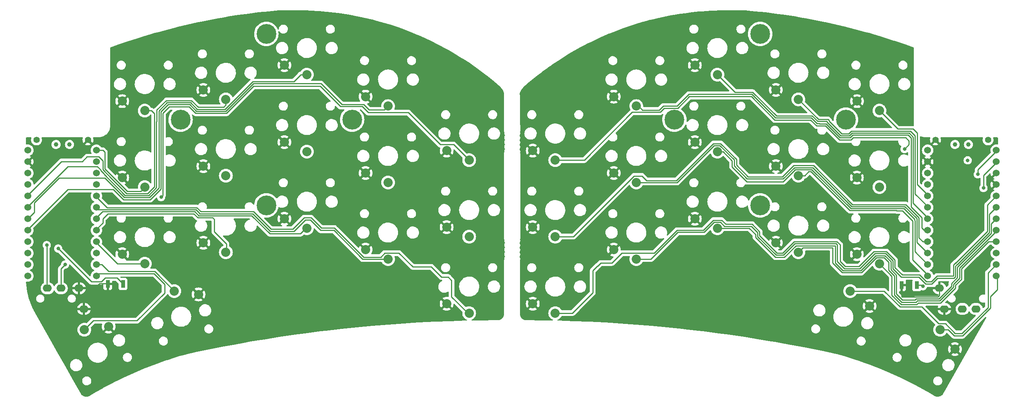
<source format=gbr>
%TF.GenerationSoftware,KiCad,Pcbnew,(6.0.0-0)*%
%TF.CreationDate,2022-02-08T15:13:43+01:00*%
%TF.ProjectId,sweepv2.1,73776565-7076-4322-9e31-2e6b69636164,rev?*%
%TF.SameCoordinates,Original*%
%TF.FileFunction,Copper,L1,Top*%
%TF.FilePolarity,Positive*%
%FSLAX46Y46*%
G04 Gerber Fmt 4.6, Leading zero omitted, Abs format (unit mm)*
G04 Created by KiCad (PCBNEW (6.0.0-0)) date 2022-02-08 15:13:43*
%MOMM*%
%LPD*%
G01*
G04 APERTURE LIST*
%TA.AperFunction,ComponentPad*%
%ADD10C,2.032000*%
%TD*%
%TA.AperFunction,ComponentPad*%
%ADD11C,1.524000*%
%TD*%
%TA.AperFunction,ComponentPad*%
%ADD12O,2.000000X1.600000*%
%TD*%
%TA.AperFunction,SMDPad,CuDef*%
%ADD13R,0.900000X1.700000*%
%TD*%
%TA.AperFunction,ComponentPad*%
%ADD14C,4.400000*%
%TD*%
%TA.AperFunction,ComponentPad*%
%ADD15C,1.397000*%
%TD*%
%TA.AperFunction,WasherPad*%
%ADD16C,1.000000*%
%TD*%
%TA.AperFunction,ViaPad*%
%ADD17C,0.800000*%
%TD*%
%TA.AperFunction,Conductor*%
%ADD18C,0.250000*%
%TD*%
G04 APERTURE END LIST*
D10*
%TO.P,SW15,1*%
%TO.N,Switch12*%
X157856000Y-77274000D03*
%TO.P,SW15,2*%
%TO.N,gnd*%
X152856000Y-75174000D03*
%TD*%
%TO.P,SW21_r1,1*%
%TO.N,Switch16_r*%
X55250968Y-84383038D03*
%TO.P,SW21_r1,2*%
%TO.N,gnd*%
X60624117Y-85117387D03*
%TD*%
D11*
%TO.P,U1,1*%
%TO.N,Switch10*%
X237789400Y-53086000D03*
%TO.P,U1,2*%
%TO.N,Switch18*%
X237789400Y-55626000D03*
%TO.P,U1,3*%
%TO.N,gnd*%
X237789400Y-58166000D03*
%TO.P,U1,4*%
X237789400Y-60706000D03*
%TO.P,U1,5*%
%TO.N,Switch11*%
X237789400Y-63246000D03*
%TO.P,U1,6*%
%TO.N,Switch12*%
X237789400Y-65786000D03*
%TO.P,U1,7*%
%TO.N,Switch13*%
X237789400Y-68326000D03*
%TO.P,U1,8*%
%TO.N,Switch14*%
X237789400Y-70866000D03*
%TO.P,U1,9*%
%TO.N,Switch15*%
X237789400Y-73406000D03*
%TO.P,U1,10*%
%TO.N,Switch1*%
X237789400Y-75946000D03*
%TO.P,U1,11*%
%TO.N,Switch16*%
X237789400Y-78486000D03*
%TO.P,U1,12*%
%TO.N,Switch17*%
X237789400Y-81026000D03*
%TO.P,U1,13*%
%TO.N,Switch9*%
X222569400Y-81026000D03*
%TO.P,U1,14*%
%TO.N,Switch8*%
X222569400Y-78486000D03*
%TO.P,U1,15*%
%TO.N,Switch7*%
X222569400Y-75946000D03*
%TO.P,U1,16*%
%TO.N,Switch6*%
X222569400Y-73406000D03*
%TO.P,U1,17*%
%TO.N,Switch2*%
X222569400Y-70866000D03*
%TO.P,U1,18*%
%TO.N,Switch3*%
X222569400Y-68326000D03*
%TO.P,U1,19*%
%TO.N,Switch4*%
X222569400Y-65786000D03*
%TO.P,U1,20*%
%TO.N,Switch5*%
X222569400Y-63246000D03*
%TO.P,U1,21*%
%TO.N,vcc*%
X222569400Y-60706000D03*
%TO.P,U1,22*%
%TO.N,reset*%
X222569400Y-58166000D03*
%TO.P,U1,23*%
%TO.N,gnd*%
X222569400Y-55626000D03*
%TO.P,U1,24*%
%TO.N,raw*%
X222569400Y-53086000D03*
%TD*%
D12*
%TO.P,J2,R1*%
%TO.N,Switch18*%
X230274000Y-88352000D03*
%TO.P,J2,R2*%
%TO.N,vcc*%
X233274000Y-88352000D03*
%TO.P,J2,S*%
%TO.N,gnd*%
X225174000Y-83752000D03*
%TO.P,J2,T*%
X226274000Y-88352000D03*
%TD*%
D10*
%TO.P,SW16,1*%
%TO.N,Switch13*%
X175856000Y-70416000D03*
%TO.P,SW16,2*%
%TO.N,gnd*%
X170856000Y-68316000D03*
%TD*%
%TO.P,SW20,1*%
%TO.N,Switch17*%
X225336000Y-92972450D03*
%TO.P,SW20,2*%
%TO.N,gnd*%
X228616127Y-97291103D03*
%TD*%
%TO.P,SW21,1*%
%TO.N,Switch16*%
X205353032Y-84383038D03*
%TO.P,SW21,2*%
%TO.N,gnd*%
X209639142Y-87705577D03*
%TD*%
%TO.P,SW17,1*%
%TO.N,Switch14*%
X193856000Y-75750000D03*
%TO.P,SW17,2*%
%TO.N,gnd*%
X188856000Y-73650000D03*
%TD*%
%TO.P,SW18,1*%
%TO.N,Switch15*%
X211836000Y-78290000D03*
%TO.P,SW18,2*%
%TO.N,gnd*%
X206836000Y-76190000D03*
%TD*%
%TO.P,SW4,1*%
%TO.N,Switch3*%
X175856000Y-36282000D03*
%TO.P,SW4,2*%
%TO.N,gnd*%
X170856000Y-34182000D03*
%TD*%
%TO.P,SW3,1*%
%TO.N,Switch2*%
X157856000Y-43282000D03*
%TO.P,SW3,2*%
%TO.N,gnd*%
X152856000Y-41182000D03*
%TD*%
%TO.P,SW9,1*%
%TO.N,Switch7*%
X157856000Y-60256000D03*
%TO.P,SW9,2*%
%TO.N,gnd*%
X152856000Y-58156000D03*
%TD*%
%TO.P,SW14,1*%
%TO.N,Switch11*%
X139856000Y-89282000D03*
%TO.P,SW14,2*%
%TO.N,gnd*%
X134856000Y-87182000D03*
%TD*%
%TO.P,SW12,1*%
%TO.N,Switch10*%
X211836000Y-61272000D03*
%TO.P,SW12,2*%
%TO.N,gnd*%
X206836000Y-59172000D03*
%TD*%
%TO.P,SW11,1*%
%TO.N,Switch9*%
X193856000Y-58732000D03*
%TO.P,SW11,2*%
%TO.N,gnd*%
X188856000Y-56632000D03*
%TD*%
%TO.P,SW8,1*%
%TO.N,Switch6*%
X139856000Y-72282000D03*
%TO.P,SW8,2*%
%TO.N,gnd*%
X134856000Y-70182000D03*
%TD*%
%TO.P,SW6,1*%
%TO.N,Switch5*%
X211856000Y-44282000D03*
%TO.P,SW6,2*%
%TO.N,gnd*%
X206856000Y-42182000D03*
%TD*%
%TO.P,SW5,1*%
%TO.N,Switch4*%
X193856000Y-41782000D03*
%TO.P,SW5,2*%
%TO.N,gnd*%
X188856000Y-39682000D03*
%TD*%
%TO.P,SW2,1*%
%TO.N,Switch1*%
X139856000Y-55282000D03*
%TO.P,SW2,2*%
%TO.N,gnd*%
X134856000Y-53182000D03*
%TD*%
D13*
%TO.P,RSW1,1*%
%TO.N,gnd*%
X216740000Y-83058000D03*
%TO.P,RSW1,2*%
%TO.N,reset*%
X220140000Y-83058000D03*
%TD*%
D10*
%TO.P,SW10,1*%
%TO.N,Switch8*%
X175856000Y-53398000D03*
%TO.P,SW10,2*%
%TO.N,gnd*%
X170856000Y-51298000D03*
%TD*%
D14*
%TO.P,REF\u002A\u002A,1*%
%TO.N,N/C*%
X166306000Y-46282000D03*
X204406000Y-46282000D03*
X185356000Y-65332000D03*
X185356000Y-27232000D03*
%TD*%
D15*
%TO.P,Bat+r1,1*%
%TO.N,BT+_r*%
X235966000Y-50800000D03*
%TD*%
%TO.P,BatGND1,1*%
%TO.N,gnd*%
X224282000Y-50800000D03*
%TD*%
D11*
%TO.P,U2,1*%
%TO.N,Switch10_r*%
X37937400Y-53086000D03*
%TO.P,U2,2*%
%TO.N,Switch18_r*%
X37937400Y-55626000D03*
%TO.P,U2,3*%
%TO.N,gnd*%
X37937400Y-58166000D03*
%TO.P,U2,4*%
X37937400Y-60706000D03*
%TO.P,U2,5*%
%TO.N,Switch11_r*%
X37937400Y-63246000D03*
%TO.P,U2,6*%
%TO.N,Switch12_r*%
X37937400Y-65786000D03*
%TO.P,U2,7*%
%TO.N,Switch13_r*%
X37937400Y-68326000D03*
%TO.P,U2,8*%
%TO.N,Switch14_r*%
X37937400Y-70866000D03*
%TO.P,U2,9*%
%TO.N,Switch15_r*%
X37937400Y-73406000D03*
%TO.P,U2,10*%
%TO.N,Switch1_r*%
X37937400Y-75946000D03*
%TO.P,U2,11*%
%TO.N,Switch16_r*%
X37937400Y-78486000D03*
%TO.P,U2,12*%
%TO.N,Switch17_r*%
X37937400Y-81026000D03*
%TO.P,U2,13*%
%TO.N,Switch9_r*%
X22717400Y-81026000D03*
%TO.P,U2,14*%
%TO.N,Switch8_r*%
X22717400Y-78486000D03*
%TO.P,U2,15*%
%TO.N,Switch7_r*%
X22717400Y-75946000D03*
%TO.P,U2,16*%
%TO.N,Switch6_r*%
X22717400Y-73406000D03*
%TO.P,U2,17*%
%TO.N,Switch2_r*%
X22717400Y-70866000D03*
%TO.P,U2,18*%
%TO.N,Switch3_r*%
X22717400Y-68326000D03*
%TO.P,U2,19*%
%TO.N,Switch4_r*%
X22717400Y-65786000D03*
%TO.P,U2,20*%
%TO.N,Switch5_r*%
X22717400Y-63246000D03*
%TO.P,U2,21*%
%TO.N,vcc*%
X22717400Y-60706000D03*
%TO.P,U2,22*%
%TO.N,reset_r*%
X22717400Y-58166000D03*
%TO.P,U2,23*%
%TO.N,gnd*%
X22717400Y-55626000D03*
%TO.P,U2,24*%
%TO.N,raw*%
X22717400Y-53086000D03*
%TD*%
D12*
%TO.P,J1,R1*%
%TO.N,Switch18_r*%
X30076000Y-83752000D03*
%TO.P,J1,R2*%
%TO.N,vcc*%
X27076000Y-83752000D03*
%TO.P,J1,S*%
%TO.N,gnd*%
X35176000Y-88352000D03*
%TO.P,J1,T*%
X34076000Y-83752000D03*
%TD*%
D10*
%TO.P,SW17_r1,1*%
%TO.N,Switch15_r*%
X48686000Y-78290000D03*
%TO.P,SW17_r1,2*%
%TO.N,gnd*%
X43686000Y-76190000D03*
%TD*%
%TO.P,SW11_r1,1*%
%TO.N,Switch9_r*%
X66700000Y-58732000D03*
%TO.P,SW11_r1,2*%
%TO.N,gnd*%
X61700000Y-56632000D03*
%TD*%
%TO.P,SW15_r1,1*%
%TO.N,Switch13_r*%
X84688000Y-70416000D03*
%TO.P,SW15_r1,2*%
%TO.N,gnd*%
X79688000Y-68316000D03*
%TD*%
%TO.P,SW18_r1,1*%
%TO.N,Switch12_r*%
X102714000Y-77274000D03*
%TO.P,SW18_r1,2*%
%TO.N,gnd*%
X97714000Y-75174000D03*
%TD*%
%TO.P,SW6_r1,1*%
%TO.N,Switch5_r*%
X48686000Y-44282000D03*
%TO.P,SW6_r1,2*%
%TO.N,gnd*%
X43686000Y-42182000D03*
%TD*%
%TO.P,SW5_r1,1*%
%TO.N,Switch4_r*%
X66700000Y-41782000D03*
%TO.P,SW5_r1,2*%
%TO.N,gnd*%
X61700000Y-39682000D03*
%TD*%
%TO.P,SW2_r1,1*%
%TO.N,Switch1_r*%
X120732000Y-55282000D03*
%TO.P,SW2_r1,2*%
%TO.N,gnd*%
X115732000Y-53182000D03*
%TD*%
%TO.P,SW16_r1,1*%
%TO.N,Switch14_r*%
X66700000Y-75750000D03*
%TO.P,SW16_r1,2*%
%TO.N,gnd*%
X61700000Y-73650000D03*
%TD*%
%TO.P,SW4_r1,1*%
%TO.N,Switch3_r*%
X84688000Y-36282000D03*
%TO.P,SW4_r1,2*%
%TO.N,gnd*%
X79688000Y-34182000D03*
%TD*%
%TO.P,SW13_r1,1*%
%TO.N,Switch11_r*%
X120732000Y-89282000D03*
%TO.P,SW13_r1,2*%
%TO.N,gnd*%
X115732000Y-87182000D03*
%TD*%
%TO.P,SW12_r1,1*%
%TO.N,Switch10_r*%
X48686000Y-61272000D03*
%TO.P,SW12_r1,2*%
%TO.N,gnd*%
X43686000Y-59172000D03*
%TD*%
%TO.P,SW3_r1,1*%
%TO.N,Switch2_r*%
X102714000Y-43282000D03*
%TO.P,SW3_r1,2*%
%TO.N,gnd*%
X97714000Y-41182000D03*
%TD*%
%TO.P,SW8_r1,1*%
%TO.N,Switch7_r*%
X102714000Y-60256000D03*
%TO.P,SW8_r1,2*%
%TO.N,gnd*%
X97714000Y-58156000D03*
%TD*%
%TO.P,SW9_r1,1*%
%TO.N,Switch8_r*%
X84688000Y-53398000D03*
%TO.P,SW9_r1,2*%
%TO.N,gnd*%
X79688000Y-51298000D03*
%TD*%
%TO.P,SW20_r1,1*%
%TO.N,Switch17_r*%
X35268000Y-92972450D03*
%TO.P,SW20_r1,2*%
%TO.N,gnd*%
X40648127Y-92291103D03*
%TD*%
%TO.P,SW7_r1,1*%
%TO.N,Switch6_r*%
X120732000Y-72282000D03*
%TO.P,SW7_r1,2*%
%TO.N,gnd*%
X115732000Y-70182000D03*
%TD*%
D14*
%TO.P,REF\u002A\u002A,1*%
%TO.N,N/C*%
X94742000Y-46282000D03*
X75692000Y-65332000D03*
X56642000Y-46282000D03*
X75692000Y-27232000D03*
%TD*%
D15*
%TO.P,BatGND4,1*%
%TO.N,gnd*%
X36068000Y-50800000D03*
%TD*%
%TO.P,Bat+1,1*%
%TO.N,BT+*%
X24638000Y-50800000D03*
%TD*%
D13*
%TO.P,RSW2,1*%
%TO.N,gnd*%
X40464000Y-82804000D03*
%TO.P,RSW2,2*%
%TO.N,reset_r*%
X43864000Y-82804000D03*
%TD*%
D16*
%TO.P,SW_POWERR1,*%
%TO.N,*%
X228624000Y-51816000D03*
X231624000Y-51816000D03*
%TD*%
%TO.P,SW_POWER1,*%
%TO.N,*%
X31980000Y-51816000D03*
X28980000Y-51816000D03*
%TD*%
D17*
%TO.N,vcc*%
X26924000Y-74168000D03*
%TO.N,Switch18*%
X234950000Y-61468000D03*
%TO.N,reset*%
X221488000Y-83312000D03*
%TO.N,Switch1*%
X217424000Y-52832000D03*
%TO.N,Switch10*%
X233680000Y-58420000D03*
%TO.N,BT+_r*%
X231437000Y-55329000D03*
%TO.N,Switch18_r*%
X30988000Y-78486000D03*
%TO.N,reset_r*%
X29464000Y-74930000D03*
%TO.N,Switch1_r*%
X52324000Y-63500000D03*
%TD*%
D18*
%TO.N,gnd*%
X224857600Y-85653170D02*
X225174000Y-85336770D01*
X225174000Y-85336770D02*
X225174000Y-83552000D01*
X216740000Y-83058000D02*
X216740000Y-84758000D01*
X216740000Y-85544770D02*
X216848400Y-85653170D01*
X216848400Y-85653170D02*
X224857600Y-85653170D01*
X225204000Y-83522000D02*
X225174000Y-83552000D01*
X216740000Y-84758000D02*
X216740000Y-85544770D01*
X40406010Y-82746010D02*
X40464000Y-82804000D01*
X34076000Y-83552000D02*
X37802010Y-83552000D01*
X37802010Y-83552000D02*
X38608000Y-82746010D01*
X38608000Y-82746010D02*
X40406010Y-82746010D01*
%TO.N,vcc*%
X26924000Y-83400000D02*
X27076000Y-83552000D01*
X26924000Y-74168000D02*
X26924000Y-83400000D01*
%TO.N,Switch18*%
X237989400Y-55626000D02*
X234950000Y-58665400D01*
X234950000Y-58665400D02*
X234950000Y-61468000D01*
%TO.N,reset*%
X220140000Y-83058000D02*
X221234000Y-83058000D01*
X221234000Y-83058000D02*
X221488000Y-83312000D01*
%TO.N,Switch1*%
X164039990Y-43732010D02*
X167057719Y-43732009D01*
X188603200Y-46366020D02*
X196530790Y-46366020D01*
X205486000Y-50800000D02*
X205994000Y-50292000D01*
X139856000Y-55282000D02*
X146295954Y-55282000D01*
X218417960Y-51838040D02*
X217424000Y-52832000D01*
X146295954Y-55282000D02*
X156954953Y-44623001D01*
X205994000Y-50292000D02*
X217678000Y-50292000D01*
X169641728Y-41148000D02*
X183385180Y-41148000D01*
X202946000Y-50800000D02*
X205486000Y-50800000D01*
X197858780Y-47694010D02*
X199840010Y-47694010D01*
X237675495Y-76259905D02*
X237989400Y-75946000D01*
X217678000Y-50292000D02*
X218417960Y-51031960D01*
X196530790Y-46366020D02*
X197858780Y-47694010D01*
X156954953Y-44623001D02*
X163148999Y-44623001D01*
X218417960Y-51031960D02*
X218417960Y-51838040D01*
X199840010Y-47694010D02*
X202946000Y-50800000D01*
X183385180Y-41148000D02*
X188603200Y-46366020D01*
X217424000Y-52832000D02*
X217424000Y-52832000D01*
X163148999Y-44623001D02*
X164039990Y-43732010D01*
X167057719Y-43732009D02*
X169641728Y-41148000D01*
%TO.N,Switch2*%
X203074410Y-50292000D02*
X205357590Y-50292000D01*
X205933189Y-49716401D02*
X218243991Y-49716401D01*
X218867970Y-50340380D02*
X218867970Y-65705970D01*
X200026411Y-47244001D02*
X203074410Y-50292000D01*
X159234991Y-44172991D02*
X162962599Y-44172991D01*
X163853591Y-43282001D02*
X166871317Y-43282001D01*
X157856000Y-43282000D02*
X158344000Y-43282000D01*
X169513318Y-40640000D02*
X183513590Y-40640000D01*
X205357590Y-50292000D02*
X205933189Y-49716401D01*
X166871317Y-43282001D02*
X169513318Y-40640000D01*
X162962599Y-44172991D02*
X163853591Y-43282001D01*
X158344000Y-43282000D02*
X159234991Y-44172991D01*
X218243991Y-49716401D02*
X218867970Y-50340380D01*
X221234000Y-70358000D02*
X221742000Y-70866000D01*
X218867970Y-65705970D02*
X221234000Y-68072000D01*
X221234000Y-68072000D02*
X221234000Y-70358000D01*
X221742000Y-70866000D02*
X222569400Y-70866000D01*
X198553180Y-47244000D02*
X200026411Y-47244001D01*
X198463590Y-47154410D02*
X198553180Y-47244000D01*
X196717190Y-45916010D02*
X197955590Y-47154410D01*
X183513590Y-40640000D02*
X188789600Y-45916010D01*
X188789600Y-45916010D02*
X196717190Y-45916010D01*
X197955590Y-47154410D02*
X198463590Y-47154410D01*
%TO.N,Switch3*%
X219317980Y-64874580D02*
X222769400Y-68326000D01*
X188976000Y-45466000D02*
X196903590Y-45466000D01*
X179763990Y-40189990D02*
X183699990Y-40189990D01*
X198115600Y-46678010D02*
X200209990Y-46678010D01*
X218430392Y-49266392D02*
X219317980Y-50153980D01*
X183699990Y-40189990D02*
X188976000Y-45466000D01*
X205171190Y-49841990D02*
X205746788Y-49266392D01*
X219317980Y-50153980D02*
X219317980Y-64874580D01*
X196903590Y-45466000D02*
X198115600Y-46678010D01*
X175856000Y-36282000D02*
X179763990Y-40189990D01*
X205746788Y-49266392D02*
X218430392Y-49266392D01*
X203260810Y-49841990D02*
X205171190Y-49841990D01*
X200209990Y-46678010D02*
X200209990Y-46791170D01*
X200209990Y-46791170D02*
X203260810Y-49841990D01*
%TO.N,Switch4*%
X193856000Y-41782000D02*
X198302000Y-46228000D01*
X219767990Y-49841990D02*
X219767990Y-62784590D01*
X203447210Y-49391980D02*
X204984790Y-49391980D01*
X205560388Y-48816382D02*
X218742382Y-48816382D01*
X218742382Y-48816382D02*
X219767990Y-49841990D01*
X200660000Y-46491610D02*
X200660000Y-46604770D01*
X200396391Y-46228001D02*
X200660000Y-46491610D01*
X204984790Y-49391980D02*
X205560388Y-48816382D01*
X219767990Y-62784590D02*
X222769400Y-65786000D01*
X198302000Y-46228000D02*
X200396391Y-46228001D01*
X200660000Y-46604770D02*
X203447210Y-49391980D01*
%TO.N,Switch5*%
X220218000Y-49276000D02*
X220218000Y-60694600D01*
X211856000Y-44282000D02*
X215940372Y-48366372D01*
X215940372Y-48366372D02*
X219308372Y-48366372D01*
X220218000Y-60694600D02*
X222769400Y-63246000D01*
X219308372Y-48366372D02*
X220218000Y-49276000D01*
%TO.N,Switch6*%
X190290508Y-58985990D02*
X192785520Y-56490980D01*
X160135990Y-59805990D02*
X166738918Y-59805990D01*
X157339659Y-58787659D02*
X159117659Y-58787659D01*
X139856000Y-72282000D02*
X143845318Y-72282000D01*
X143845318Y-72282000D02*
X157339659Y-58787659D01*
X180097546Y-55106454D02*
X180097546Y-56399546D01*
X197209801Y-56490981D02*
X205858801Y-65139981D01*
X176598082Y-51606990D02*
X180097546Y-55106454D01*
X217665571Y-65139981D02*
X220534795Y-68009205D01*
X182683990Y-58985990D02*
X190290508Y-58985990D01*
X220534795Y-68009205D02*
X220610020Y-68084430D01*
X220610020Y-68084430D02*
X220610020Y-72528020D01*
X159117659Y-58787659D02*
X160135990Y-59805990D01*
X174937919Y-51606989D02*
X176598082Y-51606990D01*
X166738918Y-59805990D02*
X174937919Y-51606989D01*
X205858801Y-65139981D02*
X217665571Y-65139981D01*
X220610020Y-72528020D02*
X221488000Y-73406000D01*
X221488000Y-73406000D02*
X222569400Y-73406000D01*
X192785520Y-56490980D02*
X197209801Y-56490981D01*
X180097546Y-56399546D02*
X182683990Y-58985990D01*
%TO.N,Switch7*%
X205672400Y-65589990D02*
X217479171Y-65589991D01*
X219962590Y-68073410D02*
X220160010Y-68270830D01*
X220160010Y-68270830D02*
X220160010Y-73536610D01*
X217479171Y-65589991D02*
X219962590Y-68073410D01*
X220160010Y-73536610D02*
X222569400Y-75946000D01*
X179578000Y-55223318D02*
X179578000Y-56571590D01*
X197023400Y-56940990D02*
X205672400Y-65589990D01*
X166925318Y-60256000D02*
X175124319Y-52056999D01*
X192971919Y-56940989D02*
X197023400Y-56940990D01*
X175124319Y-52056999D02*
X176411681Y-52056999D01*
X190476908Y-59436000D02*
X192971919Y-56940989D01*
X157856000Y-60256000D02*
X166925318Y-60256000D01*
X182442410Y-59436000D02*
X190476908Y-59436000D01*
X179578000Y-56571590D02*
X182442410Y-59436000D01*
X176411681Y-52056999D02*
X179578000Y-55223318D01*
%TO.N,Switch8*%
X177116272Y-53398000D02*
X179127990Y-55409718D01*
X219710000Y-75626600D02*
X222569400Y-78486000D01*
X182443001Y-60073001D02*
X190476317Y-60073001D01*
X179127990Y-56757990D02*
X182443001Y-60073001D01*
X193158319Y-57390999D02*
X196836999Y-57390999D01*
X175768000Y-53398000D02*
X177116272Y-53398000D01*
X219644385Y-68391615D02*
X219644385Y-68639975D01*
X190476317Y-60073001D02*
X193158319Y-57390999D01*
X196836999Y-57390999D02*
X205486000Y-66040000D01*
X219644385Y-68639975D02*
X219710000Y-68705590D01*
X217292770Y-66040000D02*
X219644385Y-68391615D01*
X179127990Y-55409718D02*
X179127990Y-56757990D01*
X219710000Y-68705590D02*
X219710000Y-75626600D01*
X205486000Y-66040000D02*
X217292770Y-66040000D01*
%TO.N,Switch9*%
X195238840Y-58732000D02*
X196129831Y-57841009D01*
X221747700Y-80004300D02*
X222769400Y-81026000D01*
X219202000Y-68834000D02*
X219202000Y-77458600D01*
X215588010Y-66490010D02*
X215646000Y-66548000D01*
X205299600Y-66490010D02*
X215588010Y-66490010D01*
X193802000Y-58732000D02*
X195238840Y-58732000D01*
X196129831Y-57841009D02*
X196650599Y-57841009D01*
X219202000Y-77458600D02*
X221747700Y-80004300D01*
X196650599Y-57841009D02*
X205299600Y-66490010D01*
X216916000Y-66548000D02*
X219202000Y-68834000D01*
X215646000Y-66548000D02*
X216916000Y-66548000D01*
%TO.N,Switch10*%
X237989400Y-53086000D02*
X233680000Y-57395400D01*
X233680000Y-57395400D02*
X233680000Y-58420000D01*
%TO.N,Switch11*%
X203142010Y-77791600D02*
X203142010Y-74107190D01*
X210633118Y-75598972D02*
X207318120Y-78913970D01*
X228600000Y-78232000D02*
X228694950Y-78232000D01*
X203142010Y-74107190D02*
X202418793Y-73383973D01*
X228808717Y-78023283D02*
X228600000Y-78232000D01*
X216916000Y-80772000D02*
X215276020Y-79132020D01*
X222250000Y-82296000D02*
X220726000Y-80772000D01*
X177719978Y-69515978D02*
X176828989Y-68624989D01*
X228256865Y-78575135D02*
X228256865Y-80986725D01*
X235802379Y-71124571D02*
X235802379Y-65233021D01*
X154641841Y-75932999D02*
X152441260Y-78133580D01*
X202418793Y-73383973D02*
X192910526Y-73383972D01*
X223366176Y-82296000D02*
X222250000Y-82296000D01*
X192910526Y-73383972D02*
X190348498Y-75946000D01*
X228217590Y-81026000D02*
X224636176Y-81026000D01*
X224636176Y-81026000D02*
X223366176Y-82296000D01*
X228256865Y-80986725D02*
X228217590Y-81026000D01*
X185234659Y-72067341D02*
X185234659Y-71188659D01*
X228694950Y-78232000D02*
X235802379Y-71124571D01*
X190348498Y-75946000D02*
X189113318Y-75946000D01*
X143636000Y-89282000D02*
X139856000Y-89282000D01*
X213424204Y-75598972D02*
X210633118Y-75598972D01*
X149310740Y-78781260D02*
X149253580Y-78781260D01*
X228922887Y-78023283D02*
X228808717Y-78023283D01*
X185234659Y-71188659D02*
X183561978Y-69515978D01*
X189113318Y-75946000D02*
X185234659Y-72067341D01*
X207318120Y-78913970D02*
X204264380Y-78913970D01*
X220726000Y-80772000D02*
X216916000Y-80772000D01*
X228600000Y-78232000D02*
X228256865Y-78575135D01*
X204264380Y-78913970D02*
X203142010Y-77791600D01*
X235802379Y-65233021D02*
X237789400Y-63246000D01*
X215276020Y-77450788D02*
X213424204Y-75598972D01*
X215276020Y-79132020D02*
X215276020Y-77450788D01*
X183561978Y-69515978D02*
X177719978Y-69515978D01*
X176828989Y-68624989D02*
X174937919Y-68624989D01*
X149253580Y-78781260D02*
X148180420Y-79854420D01*
X148180420Y-84737580D02*
X143636000Y-89282000D01*
X148180420Y-79854420D02*
X148180420Y-84737580D01*
X174937919Y-68624989D02*
X172708454Y-70854454D01*
X172708454Y-70854454D02*
X166889546Y-70854454D01*
X166889546Y-70854454D02*
X161811001Y-75932999D01*
X161811001Y-75932999D02*
X154641841Y-75932999D01*
X152441260Y-78133580D02*
X149958420Y-78133580D01*
X149958420Y-78133580D02*
X149310740Y-78781260D01*
%TO.N,Switch12*%
X236252389Y-67323011D02*
X237789400Y-65786000D01*
X214826010Y-77637188D02*
X214826010Y-79370780D01*
X236252389Y-71330191D02*
X236252389Y-67323011D01*
X213237803Y-76048981D02*
X214826010Y-77637188D01*
X229109287Y-78473293D02*
X236252389Y-71330191D01*
X210819520Y-76048980D02*
X213237803Y-76048981D01*
X222108883Y-82791293D02*
X223507293Y-82791293D01*
X229090067Y-78473293D02*
X229109287Y-78473293D01*
X223507293Y-82791293D02*
X224764586Y-81534000D01*
X228706875Y-81173125D02*
X228706875Y-78856485D01*
X216698615Y-81243385D02*
X220560975Y-81243385D01*
X175124319Y-69074999D02*
X176543001Y-69074999D01*
X183272012Y-69965988D02*
X183375578Y-69965988D01*
X176543001Y-69074999D02*
X176543001Y-69101001D01*
X188926918Y-76396010D02*
X190534898Y-76396010D01*
X183272009Y-69965991D02*
X183272012Y-69965988D01*
X177407990Y-69965990D02*
X178298401Y-69965991D01*
X178298401Y-69965991D02*
X183272009Y-69965991D01*
X161106410Y-77274000D02*
X167075946Y-71304464D01*
X190534898Y-76396010D02*
X193096926Y-73833982D01*
X193096926Y-73833982D02*
X202232392Y-73833982D01*
X157856000Y-77274000D02*
X161106410Y-77274000D01*
X202496002Y-74097592D02*
X202496002Y-74480002D01*
X202232392Y-73833982D02*
X202496002Y-74097592D01*
X228346000Y-81534000D02*
X228706875Y-81173125D01*
X167075946Y-71304464D02*
X172894854Y-71304464D01*
X172894854Y-71304464D02*
X175124319Y-69074999D01*
X207504520Y-79363980D02*
X210819520Y-76048980D01*
X224764586Y-81534000D02*
X228346000Y-81534000D01*
X183375578Y-69965988D02*
X184784649Y-71375059D01*
X184784649Y-72253741D02*
X188926918Y-76396010D01*
X204077980Y-79363980D02*
X207504520Y-79363980D01*
X214826010Y-79370780D02*
X216698615Y-81243385D01*
X202496002Y-77782002D02*
X204077980Y-79363980D01*
X220560975Y-81243385D02*
X222108883Y-82791293D01*
X202496002Y-74363998D02*
X202496002Y-74480002D01*
X176543001Y-69101001D02*
X177407990Y-69965990D01*
X202496002Y-74480002D02*
X202496002Y-77782002D01*
X228706875Y-78856485D02*
X229090067Y-78473293D01*
X184784649Y-71375059D02*
X184784649Y-72253741D01*
%TO.N,Switch13*%
X237789400Y-68326000D02*
X236702399Y-69413001D01*
X207690918Y-79813990D02*
X203765990Y-79813990D01*
X227831210Y-82685200D02*
X227831210Y-83315970D01*
X193283326Y-74283992D02*
X190721298Y-76846020D01*
X225044000Y-86103180D02*
X219966820Y-86103180D01*
X215588010Y-85029190D02*
X215588010Y-82607990D01*
X211005919Y-76498989D02*
X207690918Y-79813990D01*
X219966820Y-86103180D02*
X219710000Y-86360000D01*
X202045992Y-74283992D02*
X193283326Y-74283992D01*
X202045992Y-78093992D02*
X202045992Y-74283992D01*
X215588010Y-82607990D02*
X215623215Y-82572785D01*
X188740518Y-76846020D02*
X184334640Y-72440142D01*
X214376000Y-79557180D02*
X214376000Y-77823588D01*
X214376000Y-77823588D02*
X213051402Y-76498990D01*
X215623215Y-80804395D02*
X214376000Y-79557180D01*
X219710000Y-86360000D02*
X216918820Y-86360000D01*
X184334639Y-71812639D02*
X182938000Y-70416000D01*
X215623215Y-82572785D02*
X215623215Y-80804395D01*
X213051402Y-76498990D02*
X211005919Y-76498989D01*
X184334640Y-72440142D02*
X184334639Y-71812639D01*
X237714572Y-68326000D02*
X237989400Y-68326000D01*
X190721298Y-76846020D02*
X188740518Y-76846020D01*
X236702399Y-71516591D02*
X229176105Y-79042885D01*
X236702399Y-69413001D02*
X236702399Y-71516591D01*
X229156885Y-79042885D02*
X229156884Y-81359526D01*
X229156884Y-81359526D02*
X227831210Y-82685200D01*
X216918820Y-86360000D02*
X215588010Y-85029190D01*
X229176105Y-79042885D02*
X229156885Y-79042885D01*
X225804590Y-85342590D02*
X225677590Y-85469590D01*
X225677590Y-85469590D02*
X225044000Y-86103180D01*
X227831210Y-83315970D02*
X225677590Y-85469590D01*
X203765990Y-79813990D02*
X202045992Y-78093992D01*
X182938000Y-70416000D02*
X175768000Y-70416000D01*
%TO.N,Switch14*%
X229606893Y-81545927D02*
X229606893Y-81289107D01*
X229606893Y-81289107D02*
X229606895Y-81289105D01*
X229606895Y-79248505D02*
X229606895Y-81289105D01*
X229606895Y-79248505D02*
X229606893Y-81545927D01*
X237989400Y-70866000D02*
X229606895Y-79248505D01*
X215173205Y-82260795D02*
X215138000Y-82296000D01*
X213903205Y-79720795D02*
X215173205Y-80990795D01*
X211192319Y-76948999D02*
X212865001Y-76948999D01*
X215138000Y-85215590D02*
X216790410Y-86868000D01*
X225230400Y-86553190D02*
X228281220Y-83502370D01*
X203570002Y-80264000D02*
X207877318Y-80264000D01*
X219964000Y-86868000D02*
X220278810Y-86553190D01*
X228281220Y-83502370D02*
X228281220Y-82871600D01*
X193802000Y-75750000D02*
X194817999Y-74734001D01*
X213903205Y-77987203D02*
X213903205Y-79720795D01*
X201480001Y-78173999D02*
X203570002Y-80264000D01*
X201480001Y-74734001D02*
X201480001Y-78173999D01*
X212865001Y-76948999D02*
X213903205Y-77987203D01*
X215173205Y-80990795D02*
X215173205Y-82260795D01*
X207877318Y-80264000D02*
X211192319Y-76948999D01*
X215138000Y-82296000D02*
X215138000Y-85215590D01*
X228281220Y-82871600D02*
X229606893Y-81545927D01*
X216790410Y-86868000D02*
X219964000Y-86868000D01*
X220278810Y-86553190D02*
X225230400Y-86553190D01*
X194817999Y-74734001D02*
X201480001Y-74734001D01*
%TO.N,Switch15*%
X225933000Y-86487000D02*
X225416801Y-87003199D01*
X228731230Y-83058000D02*
X228731230Y-83697230D01*
X225933000Y-86487000D02*
X225941460Y-86487000D01*
X225416801Y-87003199D02*
X220465211Y-87003199D01*
X237989400Y-73406000D02*
X236085810Y-73406000D01*
X214601000Y-85315000D02*
X214601000Y-81055000D01*
X236085810Y-73406000D02*
X233104905Y-76386905D01*
X225941460Y-86487000D02*
X228731230Y-83697230D01*
X214601000Y-81055000D02*
X211836000Y-78290000D01*
X233104905Y-76386905D02*
X230056905Y-79434905D01*
X220465211Y-87003199D02*
X220092410Y-87376000D01*
X230056902Y-81732328D02*
X228731230Y-83058000D01*
X220092410Y-87376000D02*
X216662000Y-87376000D01*
X230056905Y-81601095D02*
X230056902Y-81732328D01*
X230056905Y-79434905D02*
X230056905Y-81601095D01*
X216662000Y-87376000D02*
X214601000Y-85315000D01*
X233104905Y-76386905D02*
X233231905Y-76259905D01*
%TO.N,Switch16*%
X224981449Y-91631449D02*
X226505449Y-91631449D01*
X235966000Y-88009590D02*
X235966000Y-85598000D01*
X235966000Y-85598000D02*
X235966000Y-85469590D01*
X237789400Y-78486000D02*
X235966000Y-80309400D01*
X235966000Y-80309400D02*
X235966000Y-85598000D01*
X230186795Y-93788795D02*
X235966000Y-88009590D01*
X205353032Y-84383038D02*
X212907038Y-84383038D01*
X226505449Y-91631449D02*
X228662795Y-93788795D01*
X228662795Y-93788795D02*
X230186795Y-93788795D01*
X221234000Y-87884000D02*
X224981449Y-91631449D01*
X216408000Y-87884000D02*
X221234000Y-87884000D01*
X212907038Y-84383038D02*
X216408000Y-87884000D01*
%TO.N,Switch17*%
X228520549Y-94313451D02*
X230298549Y-94313451D01*
X237989400Y-84082600D02*
X237989400Y-81026000D01*
X236474000Y-85598000D02*
X237989400Y-84082600D01*
X225336000Y-92972450D02*
X227084450Y-92972450D01*
X228425451Y-94313451D02*
X228520549Y-94313451D01*
X236474000Y-88138000D02*
X236474000Y-85598000D01*
X225336000Y-92972450D02*
X225336000Y-93002000D01*
X227084450Y-92972450D02*
X228425451Y-94313451D01*
X230298549Y-94313451D02*
X236474000Y-88138000D01*
%TO.N,Switch18_r*%
X30076000Y-83552000D02*
X30076000Y-79398000D01*
X30076000Y-79398000D02*
X30988000Y-78486000D01*
%TO.N,reset_r*%
X42536010Y-81476010D02*
X43864000Y-82804000D01*
X39086998Y-82296000D02*
X39906988Y-81476010D01*
X39906988Y-81476010D02*
X41713990Y-81476010D01*
X29464000Y-74930000D02*
X36830000Y-82296000D01*
X41713990Y-81476010D02*
X42536010Y-81476010D01*
X36830000Y-82296000D02*
X39086998Y-82296000D01*
%TO.N,Switch10_r*%
X44854328Y-62243010D02*
X47796990Y-62243010D01*
X47796990Y-62243010D02*
X48768000Y-61272000D01*
X39819659Y-57208341D02*
X44854328Y-62243010D01*
X39370000Y-53086000D02*
X39819659Y-53535659D01*
X39819659Y-53535659D02*
X39819659Y-57208341D01*
X37937400Y-53086000D02*
X39370000Y-53086000D01*
%TO.N,Switch11_r*%
X72415745Y-66724301D02*
X72823123Y-66724303D01*
X101081328Y-76823990D02*
X97281308Y-76823990D01*
X97281308Y-76823990D02*
X91127659Y-70670341D01*
X116103167Y-81305167D02*
X116103167Y-81254833D01*
X71804301Y-66724301D02*
X72415745Y-66724301D01*
X72415745Y-66724301D02*
X72419047Y-66720999D01*
X84074000Y-68072000D02*
X81534000Y-70612000D01*
X116103167Y-81254833D02*
X114579167Y-81254833D01*
X108204000Y-78994000D02*
X105142999Y-75932999D01*
X61136301Y-66724301D02*
X71804301Y-66724301D01*
X37737400Y-63246000D02*
X40331700Y-65840300D01*
X114579167Y-81254833D02*
X112318334Y-78994000D01*
X112318334Y-78994000D02*
X108204000Y-78994000D01*
X60252300Y-65840300D02*
X61136301Y-66724301D01*
X101972319Y-75932999D02*
X101081328Y-76823990D01*
X87884000Y-70358000D02*
X85598000Y-68072000D01*
X90806410Y-70358000D02*
X87884000Y-70358000D01*
X116814833Y-82016833D02*
X116103167Y-81305167D01*
X91118751Y-70670341D02*
X90806410Y-70358000D01*
X40331700Y-65840300D02*
X60252300Y-65840300D01*
X81534000Y-70612000D02*
X76710820Y-70612000D01*
X85598000Y-68072000D02*
X84074000Y-68072000D01*
X72823121Y-66724301D02*
X71804301Y-66724301D01*
X105142999Y-75932999D02*
X101972319Y-75932999D01*
X91127659Y-70670341D02*
X91118751Y-70670341D01*
X120650000Y-89466000D02*
X116814833Y-85630833D01*
X116814833Y-85630833D02*
X116814833Y-82016833D01*
X76710820Y-70612000D02*
X72823121Y-66724301D01*
%TO.N,Switch12_r*%
X38241710Y-66290310D02*
X60065900Y-66290310D01*
X97086000Y-77274000D02*
X102616000Y-77274000D01*
X87755590Y-70866000D02*
X90678000Y-70866000D01*
X84328000Y-68580000D02*
X85469590Y-68580000D01*
X72636722Y-67174312D02*
X76582410Y-71120000D01*
X37737400Y-65786000D02*
X38241710Y-66290310D01*
X60841689Y-67174311D02*
X72636722Y-67174312D01*
X85469590Y-68580000D02*
X87755590Y-70866000D01*
X76582410Y-71120000D02*
X81788000Y-71120000D01*
X60065900Y-66290310D02*
X60841689Y-67066099D01*
X90678000Y-70866000D02*
X97086000Y-77274000D01*
X81788000Y-71120000D02*
X84328000Y-68580000D01*
X60841689Y-67066099D02*
X60841689Y-67174311D01*
%TO.N,Switch13_r*%
X39323080Y-66740320D02*
X59771288Y-66740320D01*
X72450321Y-67624321D02*
X76454000Y-71628000D01*
X59771288Y-66740320D02*
X60645679Y-67614711D01*
X60645679Y-67624321D02*
X72450321Y-67624321D01*
X83270000Y-71628000D02*
X84736000Y-70162000D01*
X60645679Y-67614711D02*
X60645679Y-67624321D01*
X76454000Y-71628000D02*
X83270000Y-71628000D01*
X37737400Y-68326000D02*
X39323080Y-66740320D01*
%TO.N,Switch14_r*%
X39370000Y-68326000D02*
X40505670Y-67190330D01*
X60459279Y-68074331D02*
X63756331Y-68074331D01*
X37737400Y-70866000D02*
X39370000Y-69233400D01*
X63756331Y-68074331D02*
X64160167Y-68478167D01*
X39370000Y-69233400D02*
X39370000Y-68326000D01*
X40505670Y-67190330D02*
X59584888Y-67190330D01*
X64160167Y-71221833D02*
X66802000Y-73863666D01*
X66802000Y-73863666D02*
X66802000Y-76004000D01*
X59584888Y-67190330D02*
X59584888Y-67199940D01*
X59584888Y-67199940D02*
X60459279Y-68074331D01*
X64160167Y-68478167D02*
X64160167Y-71221833D01*
%TO.N,Switch15_r*%
X37737400Y-73406000D02*
X42621400Y-78290000D01*
X42621400Y-78290000D02*
X48686000Y-78290000D01*
%TO.N,Switch16_r*%
X40640000Y-80010000D02*
X50877930Y-80010000D01*
X50877930Y-80010000D02*
X51385930Y-80518000D01*
X39116000Y-78486000D02*
X40640000Y-80010000D01*
X37737400Y-78486000D02*
X39116000Y-78486000D01*
X51385930Y-80518000D02*
X55250968Y-84383038D01*
%TO.N,Switch17_r*%
X53086000Y-84836000D02*
X53086000Y-82854480D01*
X38245400Y-80518000D02*
X37737400Y-81026000D01*
X37290348Y-90950102D02*
X46971898Y-90950102D01*
X35268000Y-92972450D02*
X37290348Y-90950102D01*
X53086000Y-82854480D02*
X50749520Y-80518000D01*
X50749520Y-80518000D02*
X38245400Y-80518000D01*
X46971898Y-90950102D02*
X53086000Y-84836000D01*
%TO.N,Switch1_r*%
X120732000Y-55282000D02*
X117290999Y-51840999D01*
X66870050Y-44869450D02*
X59981040Y-44869450D01*
X58545590Y-43434000D02*
X54102000Y-43434000D01*
X96970010Y-43376010D02*
X92144010Y-43376010D01*
X114324999Y-51840999D02*
X107188000Y-44704000D01*
X98298000Y-44704000D02*
X96970010Y-43376010D01*
X59981040Y-44869450D02*
X58545590Y-43434000D01*
X72877502Y-38862000D02*
X66870050Y-44869450D01*
X52324000Y-63500000D02*
X52324000Y-63500000D01*
X92144010Y-43376010D02*
X87630000Y-38862000D01*
X38354000Y-75946000D02*
X37737400Y-75946000D01*
X52716020Y-44819980D02*
X52716020Y-63107980D01*
X117290999Y-51840999D02*
X114324999Y-51840999D01*
X107188000Y-44704000D02*
X98298000Y-44704000D01*
X87630000Y-38862000D02*
X72877502Y-38862000D01*
X54102000Y-43434000D02*
X52716020Y-44819980D01*
X52716020Y-63107980D02*
X52324000Y-63500000D01*
%TO.N,Switch2_r*%
X98474301Y-44118301D02*
X101877699Y-44118301D01*
X72823546Y-38279546D02*
X87809546Y-38279546D01*
X87809546Y-38279546D02*
X92456000Y-42926000D01*
X92456000Y-42926000D02*
X97282000Y-42926000D01*
X60167442Y-44419442D02*
X66683651Y-44419441D01*
X43950392Y-64043048D02*
X49890865Y-64043047D01*
X41700343Y-61793001D02*
X43950392Y-64043048D01*
X52266010Y-61667902D02*
X52266010Y-44510810D01*
X49890865Y-64043047D02*
X52266010Y-61667902D01*
X58674000Y-42926000D02*
X60167442Y-44419442D01*
X31590399Y-61793001D02*
X41700343Y-61793001D01*
X52266010Y-44510810D02*
X53850820Y-42926000D01*
X66683651Y-44419441D02*
X72823546Y-38279546D01*
X53850820Y-42926000D02*
X58674000Y-42926000D01*
X97282000Y-42926000D02*
X98474301Y-44118301D01*
X22517400Y-70866000D02*
X31590399Y-61793001D01*
X101877699Y-44118301D02*
X102714000Y-43282000D01*
%TO.N,Switch3_r*%
X53664420Y-42475990D02*
X51816000Y-44324410D01*
X24149905Y-66893495D02*
X22717400Y-68326000D01*
X51816000Y-61481502D02*
X49704464Y-63593038D01*
X29686809Y-59253001D02*
X24149905Y-64789905D01*
X49704464Y-63593038D02*
X44136791Y-63593039D01*
X24149905Y-64789905D02*
X24149905Y-66893495D01*
X72637146Y-37829536D02*
X66497250Y-43969432D01*
X44136791Y-63593039D02*
X39796753Y-59253001D01*
X81804464Y-37829536D02*
X72637146Y-37829536D01*
X84688000Y-36282000D02*
X83272000Y-36282000D01*
X58860400Y-42475990D02*
X53664420Y-42475990D01*
X66497250Y-43969432D02*
X60353842Y-43969432D01*
X39796753Y-59253001D02*
X29686809Y-59253001D01*
X60353842Y-43969432D02*
X58860400Y-42475990D01*
X83272000Y-36282000D02*
X83272000Y-36362000D01*
X83272000Y-36362000D02*
X81804464Y-37829536D01*
X51816000Y-44324410D02*
X51816000Y-61481502D01*
%TO.N,Switch4_r*%
X38862000Y-57532410D02*
X38862000Y-57404000D01*
X59046800Y-42025980D02*
X53478020Y-42025980D01*
X66208576Y-43519424D02*
X60540244Y-43519424D01*
X39612081Y-58282491D02*
X38862000Y-57532410D01*
X66700000Y-41782000D02*
X66700000Y-43028000D01*
X66700000Y-43028000D02*
X66208576Y-43519424D01*
X49518063Y-63143029D02*
X44323191Y-63143029D01*
X51365991Y-44138009D02*
X51365990Y-46678010D01*
X51365990Y-46678010D02*
X51257511Y-46786489D01*
X39612081Y-58431919D02*
X39612081Y-58282491D01*
X38862000Y-57404000D02*
X38171001Y-56713001D01*
X51257511Y-61403581D02*
X49518063Y-63143029D01*
X60540244Y-43519424D02*
X59046800Y-42025980D01*
X53478020Y-42025980D02*
X51365991Y-44138009D01*
X38171001Y-56713001D02*
X31590399Y-56713001D01*
X44323191Y-63143029D02*
X39612081Y-58431919D01*
X31590399Y-56713001D02*
X22517400Y-65786000D01*
X51257511Y-46786489D02*
X51257511Y-61403581D01*
%TO.N,Switch5_r*%
X35885001Y-54538999D02*
X34842300Y-55581700D01*
X30181700Y-55581700D02*
X22517400Y-63246000D01*
X49331662Y-62693020D02*
X44667928Y-62693020D01*
X39624000Y-57658000D02*
X39624000Y-57649092D01*
X34842300Y-55581700D02*
X30181700Y-55581700D01*
X41118425Y-59152425D02*
X39624000Y-57658000D01*
X44667928Y-62693020D02*
X41127333Y-59152425D01*
X50807501Y-61217181D02*
X49331662Y-62693020D01*
X50807501Y-44965501D02*
X50807501Y-61217181D01*
X48686000Y-44282000D02*
X50124000Y-44282000D01*
X39624000Y-57649092D02*
X39369649Y-57394741D01*
X50124000Y-44282000D02*
X50807501Y-44965501D01*
X39369649Y-57394741D02*
X39369649Y-55449487D01*
X41127333Y-59152425D02*
X41118425Y-59152425D01*
X38459161Y-54538999D02*
X35885001Y-54538999D01*
X39369649Y-55449487D02*
X38459161Y-54538999D01*
%TD*%
%TA.AperFunction,Conductor*%
%TO.N,gnd*%
G36*
X174344314Y-70855074D02*
G01*
X174401150Y-70897621D01*
X174416691Y-70924912D01*
X174491566Y-71105677D01*
X174493460Y-71110249D01*
X174618840Y-71314849D01*
X174622057Y-71318616D01*
X174622058Y-71318617D01*
X174714851Y-71427264D01*
X174774682Y-71497318D01*
X174778444Y-71500531D01*
X174910358Y-71613195D01*
X174957151Y-71653160D01*
X175161751Y-71778540D01*
X175166321Y-71780433D01*
X175166323Y-71780434D01*
X175378874Y-71868475D01*
X175383447Y-71870369D01*
X175465037Y-71889957D01*
X175611965Y-71925232D01*
X175611971Y-71925233D01*
X175616778Y-71926387D01*
X175856000Y-71945214D01*
X176095222Y-71926387D01*
X176100029Y-71925233D01*
X176100035Y-71925232D01*
X176246963Y-71889957D01*
X176328553Y-71870369D01*
X176333126Y-71868475D01*
X176545677Y-71780434D01*
X176545679Y-71780433D01*
X176550249Y-71778540D01*
X176754849Y-71653160D01*
X176801643Y-71613195D01*
X176933556Y-71500531D01*
X176937318Y-71497318D01*
X176997149Y-71427264D01*
X177089942Y-71318617D01*
X177089943Y-71318616D01*
X177093160Y-71314849D01*
X177218540Y-71110249D01*
X177220468Y-71111430D01*
X177262816Y-71066644D01*
X177326270Y-71049500D01*
X182623406Y-71049500D01*
X182691527Y-71069502D01*
X182712497Y-71086401D01*
X183664236Y-72038141D01*
X183698260Y-72100451D01*
X183701139Y-72127233D01*
X183701140Y-72361373D01*
X183700613Y-72372560D01*
X183698938Y-72380051D01*
X183699187Y-72387976D01*
X183699187Y-72387977D01*
X183701078Y-72448127D01*
X183701140Y-72452086D01*
X183701140Y-72479999D01*
X183701636Y-72483924D01*
X183701636Y-72483928D01*
X183701646Y-72484004D01*
X183702578Y-72495836D01*
X183703967Y-72540031D01*
X183706179Y-72547643D01*
X183706179Y-72547646D01*
X183709618Y-72559482D01*
X183713627Y-72578842D01*
X183716166Y-72598940D01*
X183719083Y-72606306D01*
X183719084Y-72606312D01*
X183732445Y-72640058D01*
X183736289Y-72651285D01*
X183748622Y-72693735D01*
X183758933Y-72711170D01*
X183767628Y-72728920D01*
X183772167Y-72740385D01*
X183772171Y-72740393D01*
X183775088Y-72747760D01*
X183791578Y-72770457D01*
X183801080Y-72783535D01*
X183807594Y-72793452D01*
X183830098Y-72831504D01*
X183844420Y-72845826D01*
X183857260Y-72860859D01*
X183869169Y-72877250D01*
X183901814Y-72904256D01*
X183903246Y-72905441D01*
X183912025Y-72913431D01*
X188236861Y-77238267D01*
X188244405Y-77246557D01*
X188248518Y-77253038D01*
X188254295Y-77258463D01*
X188298185Y-77299678D01*
X188301027Y-77302433D01*
X188320748Y-77322154D01*
X188323943Y-77324632D01*
X188332965Y-77332338D01*
X188365197Y-77362606D01*
X188372146Y-77366426D01*
X188382950Y-77372366D01*
X188399474Y-77383219D01*
X188415477Y-77395633D01*
X188456061Y-77413196D01*
X188466691Y-77418403D01*
X188505458Y-77439715D01*
X188513135Y-77441686D01*
X188513140Y-77441688D01*
X188525076Y-77444752D01*
X188543784Y-77451157D01*
X188562373Y-77459201D01*
X188570198Y-77460440D01*
X188570200Y-77460441D01*
X188606037Y-77466117D01*
X188617658Y-77468524D01*
X188650731Y-77477015D01*
X188660488Y-77479520D01*
X188680749Y-77479520D01*
X188700458Y-77481071D01*
X188720461Y-77484239D01*
X188728353Y-77483493D01*
X188733580Y-77482999D01*
X188764472Y-77480079D01*
X188776329Y-77479520D01*
X190642531Y-77479520D01*
X190653714Y-77480047D01*
X190661207Y-77481722D01*
X190669133Y-77481473D01*
X190669134Y-77481473D01*
X190729284Y-77479582D01*
X190733243Y-77479520D01*
X190761154Y-77479520D01*
X190765089Y-77479023D01*
X190765154Y-77479015D01*
X190776991Y-77478082D01*
X190811295Y-77477004D01*
X190813268Y-77476942D01*
X190821187Y-77476693D01*
X190840641Y-77471041D01*
X190859998Y-77467033D01*
X190872228Y-77465488D01*
X190872229Y-77465488D01*
X190880095Y-77464494D01*
X190887466Y-77461575D01*
X190887468Y-77461575D01*
X190921210Y-77448216D01*
X190932440Y-77444371D01*
X190967281Y-77434249D01*
X190967282Y-77434249D01*
X190974891Y-77432038D01*
X190981710Y-77428005D01*
X190981715Y-77428003D01*
X190992326Y-77421727D01*
X191010074Y-77413032D01*
X191028915Y-77405572D01*
X191049285Y-77390773D01*
X191064685Y-77379584D01*
X191074605Y-77373068D01*
X191105833Y-77354600D01*
X191105836Y-77354598D01*
X191112660Y-77350562D01*
X191126981Y-77336241D01*
X191142015Y-77323400D01*
X191144045Y-77321925D01*
X191158405Y-77311492D01*
X191186596Y-77277415D01*
X191194586Y-77268636D01*
X192221146Y-76242077D01*
X192283458Y-76208051D01*
X192354274Y-76213116D01*
X192411109Y-76255663D01*
X192426650Y-76282954D01*
X192489197Y-76433956D01*
X192493460Y-76444249D01*
X192618840Y-76648849D01*
X192622057Y-76652616D01*
X192622058Y-76652617D01*
X192675615Y-76715325D01*
X192774682Y-76831318D01*
X192788726Y-76843313D01*
X192885701Y-76926136D01*
X192957151Y-76987160D01*
X193161751Y-77112540D01*
X193166321Y-77114433D01*
X193166323Y-77114434D01*
X193378874Y-77202475D01*
X193383447Y-77204369D01*
X193436055Y-77216999D01*
X193611965Y-77259232D01*
X193611971Y-77259233D01*
X193616778Y-77260387D01*
X193856000Y-77279214D01*
X194095222Y-77260387D01*
X194100029Y-77259233D01*
X194100035Y-77259232D01*
X194275945Y-77216999D01*
X194328553Y-77204369D01*
X194333126Y-77202475D01*
X194545677Y-77114434D01*
X194545679Y-77114433D01*
X194550249Y-77112540D01*
X194754849Y-76987160D01*
X194826300Y-76926136D01*
X194923274Y-76843313D01*
X194937318Y-76831318D01*
X195036385Y-76715325D01*
X195089942Y-76652617D01*
X195089943Y-76652616D01*
X195093160Y-76648849D01*
X195218540Y-76444249D01*
X195222804Y-76433956D01*
X195308475Y-76227126D01*
X195308476Y-76227124D01*
X195310369Y-76222553D01*
X195329957Y-76140963D01*
X195365232Y-75994035D01*
X195365233Y-75994029D01*
X195366387Y-75989222D01*
X195385214Y-75750000D01*
X195366387Y-75510778D01*
X195366698Y-75510753D01*
X195375476Y-75442806D01*
X195421195Y-75388490D01*
X195490828Y-75367501D01*
X200720501Y-75367501D01*
X200788622Y-75387503D01*
X200835115Y-75441159D01*
X200846501Y-75493501D01*
X200846501Y-78095232D01*
X200845974Y-78106415D01*
X200844299Y-78113908D01*
X200844548Y-78121834D01*
X200844548Y-78121835D01*
X200846439Y-78181985D01*
X200846501Y-78185944D01*
X200846501Y-78213855D01*
X200846998Y-78217789D01*
X200846998Y-78217790D01*
X200847006Y-78217855D01*
X200847939Y-78229692D01*
X200849328Y-78273888D01*
X200854312Y-78291042D01*
X200854979Y-78293338D01*
X200858988Y-78312699D01*
X200860365Y-78323595D01*
X200861527Y-78332796D01*
X200864446Y-78340167D01*
X200864446Y-78340169D01*
X200877805Y-78373911D01*
X200881650Y-78385141D01*
X200887164Y-78404121D01*
X200893983Y-78427592D01*
X200898016Y-78434411D01*
X200898018Y-78434416D01*
X200904294Y-78445027D01*
X200912989Y-78462775D01*
X200920449Y-78481616D01*
X200925111Y-78488032D01*
X200925111Y-78488033D01*
X200946437Y-78517386D01*
X200952953Y-78527306D01*
X200970039Y-78556196D01*
X200975459Y-78565361D01*
X200989780Y-78579682D01*
X201002620Y-78594715D01*
X201014529Y-78611106D01*
X201029875Y-78623801D01*
X201048606Y-78639297D01*
X201057385Y-78647287D01*
X203066350Y-80656253D01*
X203073890Y-80664539D01*
X203078002Y-80671018D01*
X203083779Y-80676443D01*
X203127653Y-80717643D01*
X203130495Y-80720398D01*
X203150232Y-80740135D01*
X203153429Y-80742615D01*
X203162449Y-80750318D01*
X203194681Y-80780586D01*
X203201627Y-80784405D01*
X203201630Y-80784407D01*
X203212436Y-80790348D01*
X203228955Y-80801199D01*
X203244961Y-80813614D01*
X203252230Y-80816759D01*
X203252234Y-80816762D01*
X203285539Y-80831174D01*
X203296189Y-80836391D01*
X203334942Y-80857695D01*
X203342617Y-80859666D01*
X203342618Y-80859666D01*
X203354564Y-80862733D01*
X203373269Y-80869137D01*
X203391857Y-80877181D01*
X203399680Y-80878420D01*
X203399690Y-80878423D01*
X203435526Y-80884099D01*
X203447146Y-80886505D01*
X203478961Y-80894673D01*
X203489972Y-80897500D01*
X203510226Y-80897500D01*
X203529936Y-80899051D01*
X203549945Y-80902220D01*
X203557837Y-80901474D01*
X203576582Y-80899702D01*
X203593964Y-80898059D01*
X203605821Y-80897500D01*
X207798551Y-80897500D01*
X207809734Y-80898027D01*
X207817227Y-80899702D01*
X207825153Y-80899453D01*
X207825154Y-80899453D01*
X207885304Y-80897562D01*
X207889263Y-80897500D01*
X207917174Y-80897500D01*
X207921109Y-80897003D01*
X207921174Y-80896995D01*
X207933011Y-80896062D01*
X207965269Y-80895048D01*
X207969288Y-80894922D01*
X207977207Y-80894673D01*
X207996661Y-80889021D01*
X208016018Y-80885013D01*
X208028248Y-80883468D01*
X208028249Y-80883468D01*
X208036115Y-80882474D01*
X208043486Y-80879555D01*
X208043488Y-80879555D01*
X208077230Y-80866196D01*
X208088460Y-80862351D01*
X208123301Y-80852229D01*
X208123302Y-80852229D01*
X208130911Y-80850018D01*
X208137730Y-80845985D01*
X208137735Y-80845983D01*
X208148346Y-80839707D01*
X208166094Y-80831012D01*
X208184935Y-80823552D01*
X208220705Y-80797564D01*
X208230625Y-80791048D01*
X208261853Y-80772580D01*
X208261856Y-80772578D01*
X208268680Y-80768542D01*
X208283001Y-80754221D01*
X208298035Y-80741380D01*
X208308012Y-80734131D01*
X208314425Y-80729472D01*
X208342616Y-80695395D01*
X208350606Y-80686616D01*
X210216962Y-78820260D01*
X210279274Y-78786234D01*
X210350089Y-78791299D01*
X210406925Y-78833846D01*
X210422465Y-78861135D01*
X210447480Y-78921528D01*
X210462792Y-78958493D01*
X210473460Y-78984249D01*
X210598840Y-79188849D01*
X210602057Y-79192616D01*
X210602058Y-79192617D01*
X210619108Y-79212580D01*
X210754682Y-79371318D01*
X210758444Y-79374531D01*
X210932420Y-79523119D01*
X210937151Y-79527160D01*
X211141751Y-79652540D01*
X211146321Y-79654433D01*
X211146323Y-79654434D01*
X211358874Y-79742475D01*
X211363447Y-79744369D01*
X211416055Y-79756999D01*
X211591965Y-79799232D01*
X211591971Y-79799233D01*
X211596778Y-79800387D01*
X211836000Y-79819214D01*
X212075222Y-79800387D01*
X212080029Y-79799233D01*
X212080035Y-79799232D01*
X212308553Y-79744369D01*
X212309087Y-79746592D01*
X212370578Y-79744813D01*
X212427686Y-79777590D01*
X213930595Y-81280499D01*
X213964621Y-81342811D01*
X213967500Y-81369594D01*
X213967500Y-84243405D01*
X213947498Y-84311526D01*
X213893842Y-84358019D01*
X213823568Y-84368123D01*
X213758988Y-84338629D01*
X213752405Y-84332500D01*
X213410690Y-83990785D01*
X213403150Y-83982499D01*
X213399038Y-83976020D01*
X213349386Y-83929394D01*
X213346545Y-83926640D01*
X213326808Y-83906903D01*
X213323611Y-83904423D01*
X213314589Y-83896718D01*
X213309881Y-83892297D01*
X213282359Y-83866452D01*
X213275413Y-83862633D01*
X213275410Y-83862631D01*
X213264604Y-83856690D01*
X213248085Y-83845839D01*
X213244716Y-83843226D01*
X213232079Y-83833424D01*
X213224810Y-83830279D01*
X213224806Y-83830276D01*
X213191501Y-83815864D01*
X213180851Y-83810647D01*
X213142098Y-83789343D01*
X213122475Y-83784305D01*
X213103772Y-83777901D01*
X213092458Y-83773005D01*
X213092457Y-83773005D01*
X213085183Y-83769857D01*
X213077360Y-83768618D01*
X213077350Y-83768615D01*
X213041514Y-83762939D01*
X213029894Y-83760533D01*
X212994749Y-83751510D01*
X212994748Y-83751510D01*
X212987068Y-83749538D01*
X212966814Y-83749538D01*
X212947103Y-83747987D01*
X212937873Y-83746525D01*
X212927095Y-83744818D01*
X212919203Y-83745564D01*
X212883077Y-83748979D01*
X212871219Y-83749538D01*
X206823302Y-83749538D01*
X206755181Y-83729536D01*
X206717323Y-83687716D01*
X206715572Y-83688789D01*
X206607146Y-83511856D01*
X206590192Y-83484189D01*
X206562319Y-83451553D01*
X206437563Y-83305482D01*
X206434350Y-83301720D01*
X206251881Y-83145878D01*
X206047281Y-83020498D01*
X206042711Y-83018605D01*
X206042709Y-83018604D01*
X205830158Y-82930563D01*
X205830156Y-82930562D01*
X205825585Y-82928669D01*
X205731300Y-82906033D01*
X205597067Y-82873806D01*
X205597061Y-82873805D01*
X205592254Y-82872651D01*
X205353032Y-82853824D01*
X205113810Y-82872651D01*
X205109003Y-82873805D01*
X205108997Y-82873806D01*
X204974764Y-82906033D01*
X204880479Y-82928669D01*
X204875908Y-82930562D01*
X204875906Y-82930563D01*
X204663355Y-83018604D01*
X204663353Y-83018605D01*
X204658783Y-83020498D01*
X204454183Y-83145878D01*
X204271714Y-83301720D01*
X204268501Y-83305482D01*
X204143746Y-83451553D01*
X204115872Y-83484189D01*
X203990492Y-83688789D01*
X203988599Y-83693359D01*
X203988598Y-83693361D01*
X203901737Y-83903064D01*
X203898663Y-83910485D01*
X203888535Y-83952672D01*
X203843800Y-84139003D01*
X203843799Y-84139009D01*
X203842645Y-84143816D01*
X203823818Y-84383038D01*
X203842645Y-84622260D01*
X203843799Y-84627067D01*
X203843800Y-84627073D01*
X203874028Y-84752979D01*
X203898663Y-84855591D01*
X203900556Y-84860162D01*
X203900557Y-84860164D01*
X203987913Y-85071060D01*
X203990492Y-85077287D01*
X204115872Y-85281887D01*
X204119089Y-85285654D01*
X204119090Y-85285655D01*
X204173349Y-85349185D01*
X204271714Y-85464356D01*
X204275476Y-85467569D01*
X204445711Y-85612962D01*
X204454183Y-85620198D01*
X204658783Y-85745578D01*
X204663353Y-85747471D01*
X204663355Y-85747472D01*
X204875906Y-85835513D01*
X204880479Y-85837407D01*
X204962069Y-85856995D01*
X205108997Y-85892270D01*
X205109003Y-85892271D01*
X205113810Y-85893425D01*
X205353032Y-85912252D01*
X205592254Y-85893425D01*
X205597061Y-85892271D01*
X205597067Y-85892270D01*
X205743995Y-85856995D01*
X205825585Y-85837407D01*
X205830158Y-85835513D01*
X206042709Y-85747472D01*
X206042711Y-85747471D01*
X206047281Y-85745578D01*
X206251881Y-85620198D01*
X206260354Y-85612962D01*
X206430588Y-85467569D01*
X206434350Y-85464356D01*
X206532715Y-85349185D01*
X206586974Y-85285655D01*
X206586975Y-85285654D01*
X206590192Y-85281887D01*
X206715572Y-85077287D01*
X206717500Y-85078468D01*
X206759848Y-85033682D01*
X206823302Y-85016538D01*
X212592444Y-85016538D01*
X212660565Y-85036540D01*
X212681539Y-85053443D01*
X214295770Y-86667675D01*
X215904348Y-88276253D01*
X215911888Y-88284539D01*
X215916000Y-88291018D01*
X215921777Y-88296443D01*
X215965651Y-88337643D01*
X215968493Y-88340398D01*
X215988230Y-88360135D01*
X215991427Y-88362615D01*
X216000447Y-88370318D01*
X216032679Y-88400586D01*
X216039625Y-88404405D01*
X216039628Y-88404407D01*
X216050434Y-88410348D01*
X216066953Y-88421199D01*
X216082959Y-88433614D01*
X216090228Y-88436759D01*
X216090232Y-88436762D01*
X216123537Y-88451174D01*
X216134187Y-88456391D01*
X216172940Y-88477695D01*
X216180615Y-88479666D01*
X216180616Y-88479666D01*
X216192562Y-88482733D01*
X216211267Y-88489137D01*
X216229855Y-88497181D01*
X216237678Y-88498420D01*
X216237688Y-88498423D01*
X216273524Y-88504099D01*
X216285144Y-88506505D01*
X216320289Y-88515528D01*
X216327970Y-88517500D01*
X216348224Y-88517500D01*
X216367934Y-88519051D01*
X216387943Y-88522220D01*
X216395835Y-88521474D01*
X216431961Y-88518059D01*
X216443819Y-88517500D01*
X220919406Y-88517500D01*
X220987527Y-88537502D01*
X221008501Y-88554405D01*
X224214033Y-91759937D01*
X224248059Y-91822249D01*
X224242994Y-91893064D01*
X224220751Y-91930861D01*
X224098840Y-92073601D01*
X223973460Y-92278201D01*
X223971567Y-92282771D01*
X223971566Y-92282773D01*
X223886980Y-92486984D01*
X223881631Y-92499897D01*
X223873189Y-92535059D01*
X223826768Y-92728415D01*
X223826767Y-92728421D01*
X223825613Y-92733228D01*
X223806786Y-92972450D01*
X223825613Y-93211672D01*
X223826767Y-93216479D01*
X223826768Y-93216485D01*
X223828613Y-93224169D01*
X223881631Y-93445003D01*
X223883524Y-93449574D01*
X223883525Y-93449576D01*
X223947539Y-93604119D01*
X223973460Y-93666699D01*
X224098840Y-93871299D01*
X224102057Y-93875066D01*
X224102058Y-93875067D01*
X224185418Y-93972670D01*
X224254682Y-94053768D01*
X224258444Y-94056981D01*
X224410738Y-94187051D01*
X224437151Y-94209610D01*
X224641751Y-94334990D01*
X224646321Y-94336883D01*
X224646323Y-94336884D01*
X224858874Y-94424925D01*
X224863447Y-94426819D01*
X224945037Y-94446407D01*
X225091965Y-94481682D01*
X225091971Y-94481683D01*
X225096778Y-94482837D01*
X225336000Y-94501664D01*
X225575222Y-94482837D01*
X225580029Y-94481683D01*
X225580035Y-94481682D01*
X225726963Y-94446407D01*
X225808553Y-94426819D01*
X225813126Y-94424925D01*
X226025677Y-94336884D01*
X226025679Y-94336883D01*
X226030249Y-94334990D01*
X226234849Y-94209610D01*
X226261263Y-94187051D01*
X226413556Y-94056981D01*
X226417318Y-94053768D01*
X226486582Y-93972670D01*
X226569942Y-93875067D01*
X226569943Y-93875066D01*
X226573160Y-93871299D01*
X226685041Y-93688727D01*
X226737686Y-93641099D01*
X226807728Y-93629492D01*
X226872925Y-93657595D01*
X226881566Y-93665470D01*
X227921799Y-94705704D01*
X227929339Y-94713990D01*
X227933451Y-94720469D01*
X227939228Y-94725894D01*
X227983102Y-94767094D01*
X227985944Y-94769849D01*
X228005681Y-94789586D01*
X228008878Y-94792066D01*
X228017898Y-94799769D01*
X228050130Y-94830037D01*
X228057076Y-94833856D01*
X228057079Y-94833858D01*
X228067885Y-94839799D01*
X228084404Y-94850650D01*
X228100410Y-94863065D01*
X228107679Y-94866210D01*
X228107683Y-94866213D01*
X228140988Y-94880625D01*
X228151638Y-94885842D01*
X228190391Y-94907146D01*
X228198066Y-94909117D01*
X228198067Y-94909117D01*
X228210013Y-94912184D01*
X228228718Y-94918588D01*
X228247306Y-94926632D01*
X228255129Y-94927871D01*
X228255139Y-94927874D01*
X228290975Y-94933550D01*
X228302595Y-94935956D01*
X228334410Y-94944124D01*
X228345421Y-94946951D01*
X228365675Y-94946951D01*
X228385385Y-94948502D01*
X228405394Y-94951671D01*
X228413286Y-94950925D01*
X228432031Y-94949153D01*
X228449413Y-94947510D01*
X228461270Y-94946951D01*
X230219782Y-94946951D01*
X230230965Y-94947478D01*
X230238458Y-94949153D01*
X230246384Y-94948904D01*
X230246385Y-94948904D01*
X230306535Y-94947013D01*
X230310494Y-94946951D01*
X230338405Y-94946951D01*
X230342340Y-94946454D01*
X230342405Y-94946446D01*
X230354242Y-94945513D01*
X230386500Y-94944499D01*
X230390519Y-94944373D01*
X230398438Y-94944124D01*
X230417892Y-94938472D01*
X230437249Y-94934464D01*
X230449479Y-94932919D01*
X230449480Y-94932919D01*
X230457346Y-94931925D01*
X230464717Y-94929006D01*
X230464719Y-94929006D01*
X230498461Y-94915647D01*
X230509691Y-94911802D01*
X230544532Y-94901680D01*
X230544533Y-94901680D01*
X230552142Y-94899469D01*
X230558961Y-94895436D01*
X230558966Y-94895434D01*
X230569577Y-94889158D01*
X230587325Y-94880463D01*
X230606166Y-94873003D01*
X230641936Y-94847015D01*
X230651856Y-94840499D01*
X230683084Y-94822031D01*
X230683087Y-94822029D01*
X230689911Y-94817993D01*
X230704232Y-94803672D01*
X230719266Y-94790831D01*
X230729243Y-94783582D01*
X230735656Y-94778923D01*
X230763847Y-94744846D01*
X230771837Y-94736067D01*
X235352557Y-90155347D01*
X235414869Y-90121321D01*
X235485684Y-90126386D01*
X235542520Y-90168933D01*
X235567331Y-90235453D01*
X235551348Y-90306433D01*
X226253935Y-106758595D01*
X226035773Y-107144641D01*
X226022845Y-107162886D01*
X226021548Y-107164883D01*
X226015645Y-107171634D01*
X226009223Y-107185492D01*
X225996280Y-107207335D01*
X225897584Y-107341032D01*
X225897581Y-107341036D01*
X225885808Y-107354793D01*
X225751199Y-107490933D01*
X225737581Y-107502857D01*
X225584836Y-107618307D01*
X225569676Y-107628140D01*
X225401950Y-107720511D01*
X225385513Y-107728078D01*
X225206309Y-107795444D01*
X225206306Y-107795445D01*
X225188943Y-107800582D01*
X225001929Y-107841567D01*
X224984010Y-107844162D01*
X224853774Y-107853545D01*
X224793055Y-107857919D01*
X224774954Y-107857919D01*
X224679474Y-107851041D01*
X224583998Y-107844163D01*
X224566079Y-107841568D01*
X224490328Y-107824968D01*
X224379064Y-107800585D01*
X224361709Y-107795450D01*
X224182498Y-107728083D01*
X224166053Y-107720512D01*
X224166041Y-107720505D01*
X224026707Y-107643771D01*
X224012499Y-107633701D01*
X224005173Y-107628821D01*
X223998482Y-107622836D01*
X223993425Y-107620422D01*
X223991964Y-107619360D01*
X223988260Y-107616202D01*
X223977579Y-107609631D01*
X223973095Y-107607750D01*
X223968764Y-107605527D01*
X223968883Y-107605296D01*
X223962553Y-107602131D01*
X222521641Y-106758595D01*
X222521127Y-106758294D01*
X221244209Y-106043716D01*
X221049487Y-105934747D01*
X221049460Y-105934732D01*
X221048961Y-105934453D01*
X219561063Y-105139377D01*
X218080647Y-104384913D01*
X218068250Y-104378595D01*
X223798881Y-104378595D01*
X223829375Y-104580229D01*
X223899790Y-104771613D01*
X224007251Y-104944929D01*
X224147367Y-105093098D01*
X224152597Y-105096760D01*
X224152598Y-105096761D01*
X224309181Y-105206401D01*
X224314414Y-105210065D01*
X224501569Y-105291054D01*
X224507817Y-105292359D01*
X224507816Y-105292359D01*
X224696441Y-105331766D01*
X224696445Y-105331766D01*
X224701186Y-105332757D01*
X224706023Y-105333010D01*
X224706027Y-105333011D01*
X224706093Y-105333014D01*
X224707865Y-105333107D01*
X224857620Y-105333107D01*
X224930266Y-105325728D01*
X225003187Y-105318321D01*
X225003188Y-105318321D01*
X225009536Y-105317676D01*
X225204131Y-105256693D01*
X225382490Y-105157828D01*
X225537326Y-105025117D01*
X225662314Y-104863983D01*
X225752349Y-104681008D01*
X225753959Y-104674828D01*
X225802143Y-104489848D01*
X225802143Y-104489845D01*
X225803753Y-104483666D01*
X225809533Y-104373368D01*
X225814091Y-104286401D01*
X225814091Y-104286397D01*
X225814425Y-104280019D01*
X225783931Y-104078385D01*
X225713516Y-103887001D01*
X225606055Y-103713685D01*
X225465939Y-103565516D01*
X225369078Y-103497693D01*
X225304125Y-103452213D01*
X225304124Y-103452212D01*
X225298892Y-103448549D01*
X225111737Y-103367560D01*
X225061280Y-103357019D01*
X224916865Y-103326848D01*
X224916861Y-103326848D01*
X224912120Y-103325857D01*
X224907283Y-103325604D01*
X224907279Y-103325603D01*
X224907213Y-103325600D01*
X224905441Y-103325507D01*
X224755686Y-103325507D01*
X224683040Y-103332886D01*
X224610119Y-103340293D01*
X224610118Y-103340293D01*
X224603770Y-103340938D01*
X224409175Y-103401921D01*
X224230816Y-103500786D01*
X224075980Y-103633497D01*
X223950992Y-103794631D01*
X223860957Y-103977606D01*
X223859348Y-103983784D01*
X223859347Y-103983786D01*
X223836268Y-104072389D01*
X223809553Y-104174948D01*
X223798881Y-104378595D01*
X218068250Y-104378595D01*
X218058576Y-104373665D01*
X218058567Y-104373660D01*
X218057993Y-104373368D01*
X216540321Y-103636714D01*
X215574374Y-103190842D01*
X215009140Y-102929935D01*
X215009100Y-102929917D01*
X215008619Y-102929695D01*
X215008098Y-102929467D01*
X215008072Y-102929455D01*
X213464030Y-102252824D01*
X213463979Y-102252802D01*
X213463465Y-102252577D01*
X213462934Y-102252357D01*
X213462900Y-102252342D01*
X211906026Y-101605857D01*
X211905969Y-101605834D01*
X211905444Y-101605616D01*
X211904865Y-101605389D01*
X211904846Y-101605381D01*
X210335748Y-100989293D01*
X210335734Y-100989288D01*
X210335144Y-100989056D01*
X210334545Y-100988834D01*
X209737575Y-100767732D01*
X225786340Y-100767732D01*
X225794994Y-100998268D01*
X225842368Y-101224050D01*
X225927107Y-101438622D01*
X226046787Y-101635849D01*
X226050284Y-101639879D01*
X226136908Y-101739704D01*
X226197987Y-101810092D01*
X226202118Y-101813479D01*
X226372255Y-101952984D01*
X226372261Y-101952988D01*
X226376383Y-101956368D01*
X226576875Y-102070494D01*
X226581891Y-102072315D01*
X226581896Y-102072317D01*
X226788715Y-102147389D01*
X226788719Y-102147390D01*
X226793730Y-102149209D01*
X226798979Y-102150158D01*
X226798982Y-102150159D01*
X227016663Y-102189522D01*
X227016670Y-102189523D01*
X227020747Y-102190260D01*
X227038484Y-102191096D01*
X227043432Y-102191330D01*
X227043439Y-102191330D01*
X227044920Y-102191400D01*
X227207065Y-102191400D01*
X227274021Y-102185719D01*
X227373702Y-102177261D01*
X227373706Y-102177260D01*
X227379013Y-102176810D01*
X227384168Y-102175472D01*
X227384174Y-102175471D01*
X227597143Y-102120195D01*
X227597147Y-102120194D01*
X227602312Y-102118853D01*
X227607178Y-102116661D01*
X227607181Y-102116660D01*
X227807789Y-102026293D01*
X227812655Y-102024101D01*
X227817075Y-102021125D01*
X227817079Y-102021123D01*
X227918288Y-101952984D01*
X228004025Y-101895262D01*
X228170952Y-101736022D01*
X228267977Y-101605616D01*
X228305477Y-101555214D01*
X228305479Y-101555211D01*
X228308661Y-101550934D01*
X228363445Y-101443183D01*
X228410798Y-101350046D01*
X228410798Y-101350045D01*
X228413217Y-101345288D01*
X228452483Y-101218831D01*
X228480045Y-101130070D01*
X228480046Y-101130064D01*
X228481629Y-101124967D01*
X228511940Y-100896268D01*
X228503286Y-100665732D01*
X228455912Y-100439950D01*
X228371173Y-100225378D01*
X228264257Y-100049185D01*
X228254262Y-100032714D01*
X228254261Y-100032713D01*
X228251493Y-100028151D01*
X228164568Y-99927978D01*
X228103793Y-99857941D01*
X228103791Y-99857939D01*
X228100293Y-99853908D01*
X228034637Y-99800073D01*
X227926025Y-99711016D01*
X227926019Y-99711012D01*
X227921897Y-99707632D01*
X227721405Y-99593506D01*
X227716389Y-99591685D01*
X227716384Y-99591683D01*
X227509565Y-99516611D01*
X227509561Y-99516610D01*
X227504550Y-99514791D01*
X227499301Y-99513842D01*
X227499298Y-99513841D01*
X227281617Y-99474478D01*
X227281610Y-99474477D01*
X227277533Y-99473740D01*
X227259796Y-99472904D01*
X227254848Y-99472670D01*
X227254841Y-99472670D01*
X227253360Y-99472600D01*
X227091215Y-99472600D01*
X227024259Y-99478281D01*
X226924578Y-99486739D01*
X226924574Y-99486740D01*
X226919267Y-99487190D01*
X226914112Y-99488528D01*
X226914106Y-99488529D01*
X226701137Y-99543805D01*
X226701133Y-99543806D01*
X226695968Y-99545147D01*
X226691102Y-99547339D01*
X226691099Y-99547340D01*
X226669575Y-99557036D01*
X226485625Y-99639899D01*
X226481205Y-99642875D01*
X226481201Y-99642877D01*
X226472074Y-99649022D01*
X226294255Y-99768738D01*
X226127328Y-99927978D01*
X226117698Y-99940921D01*
X226000590Y-100098321D01*
X225989619Y-100113066D01*
X225987204Y-100117816D01*
X225892035Y-100305000D01*
X225885063Y-100318712D01*
X225858916Y-100402920D01*
X225818235Y-100533930D01*
X225818234Y-100533936D01*
X225816651Y-100539033D01*
X225786340Y-100767732D01*
X209737575Y-100767732D01*
X208753743Y-100403346D01*
X208753717Y-100403337D01*
X208753159Y-100403130D01*
X208264474Y-100232859D01*
X207160643Y-99848254D01*
X207160603Y-99848240D01*
X207160085Y-99848060D01*
X207159600Y-99847901D01*
X207159560Y-99847888D01*
X206438428Y-99612240D01*
X205556524Y-99324055D01*
X205555996Y-99323894D01*
X205555981Y-99323889D01*
X205014740Y-99158595D01*
X214757575Y-99158595D01*
X214788069Y-99360229D01*
X214790275Y-99366224D01*
X214790275Y-99366225D01*
X214829833Y-99473740D01*
X214858484Y-99551613D01*
X214936685Y-99677737D01*
X214957319Y-99711016D01*
X214965945Y-99724929D01*
X215106061Y-99873098D01*
X215111291Y-99876760D01*
X215111292Y-99876761D01*
X215267875Y-99986401D01*
X215273108Y-99990065D01*
X215460263Y-100071054D01*
X215466511Y-100072359D01*
X215466510Y-100072359D01*
X215655135Y-100111766D01*
X215655139Y-100111766D01*
X215659880Y-100112757D01*
X215664717Y-100113010D01*
X215664721Y-100113011D01*
X215664787Y-100113014D01*
X215666559Y-100113107D01*
X215816314Y-100113107D01*
X215888960Y-100105728D01*
X215961881Y-100098321D01*
X215961882Y-100098321D01*
X215968230Y-100097676D01*
X216162825Y-100036693D01*
X216341184Y-99937828D01*
X216496020Y-99805117D01*
X216621008Y-99643983D01*
X216711043Y-99461008D01*
X216722608Y-99416610D01*
X216760837Y-99269848D01*
X216760837Y-99269845D01*
X216762447Y-99263666D01*
X216773119Y-99060019D01*
X216742625Y-98858385D01*
X216672210Y-98667001D01*
X216564749Y-98493685D01*
X216424633Y-98345516D01*
X216397013Y-98326176D01*
X216262819Y-98232213D01*
X216262818Y-98232212D01*
X216257586Y-98228549D01*
X216110391Y-98164852D01*
X216076287Y-98150094D01*
X216076286Y-98150094D01*
X216070431Y-98147560D01*
X215979959Y-98128659D01*
X220158514Y-98128659D01*
X220158877Y-98132807D01*
X220158877Y-98132811D01*
X220178951Y-98362256D01*
X220184252Y-98422849D01*
X220185162Y-98426921D01*
X220185163Y-98426926D01*
X220240165Y-98672991D01*
X220248672Y-98711050D01*
X220350644Y-98988199D01*
X220488374Y-99249427D01*
X220529830Y-99307761D01*
X220657019Y-99486735D01*
X220657022Y-99486739D01*
X220659443Y-99490145D01*
X220662287Y-99493195D01*
X220662292Y-99493201D01*
X220754128Y-99591683D01*
X220860846Y-99706124D01*
X221089045Y-99893568D01*
X221340029Y-100049185D01*
X221343846Y-100050901D01*
X221343849Y-100050902D01*
X221391593Y-100072359D01*
X221609390Y-100170241D01*
X221892395Y-100254608D01*
X221896515Y-100255261D01*
X221896517Y-100255261D01*
X222180592Y-100300255D01*
X222180598Y-100300256D01*
X222184073Y-100300806D01*
X222208632Y-100301921D01*
X222275017Y-100304936D01*
X222275038Y-100304936D01*
X222276437Y-100305000D01*
X222460901Y-100305000D01*
X222680664Y-100290403D01*
X222684763Y-100289577D01*
X222684767Y-100289576D01*
X222858190Y-100254608D01*
X222970151Y-100232033D01*
X223249375Y-100135888D01*
X223419089Y-100050902D01*
X223509695Y-100005530D01*
X223509697Y-100005529D01*
X223513431Y-100003659D01*
X223757678Y-99837668D01*
X223788864Y-99809785D01*
X223974712Y-99643617D01*
X223977827Y-99640832D01*
X224016125Y-99596149D01*
X224167289Y-99419784D01*
X224167292Y-99419780D01*
X224170009Y-99416610D01*
X224172283Y-99413108D01*
X224172287Y-99413103D01*
X224328570Y-99172449D01*
X224328573Y-99172444D01*
X224330849Y-99168939D01*
X224457519Y-98902172D01*
X224469550Y-98864702D01*
X224546515Y-98624983D01*
X224546515Y-98624982D01*
X224547795Y-98620996D01*
X224563195Y-98535409D01*
X227736651Y-98535409D01*
X227742378Y-98543059D01*
X227917886Y-98650610D01*
X227926680Y-98655091D01*
X228139156Y-98743101D01*
X228148541Y-98746150D01*
X228372171Y-98799840D01*
X228381918Y-98801383D01*
X228611197Y-98819428D01*
X228621057Y-98819428D01*
X228850336Y-98801383D01*
X228860083Y-98799840D01*
X229083713Y-98746150D01*
X229093098Y-98743101D01*
X229305574Y-98655091D01*
X229314368Y-98650610D01*
X229486210Y-98545306D01*
X229495670Y-98534850D01*
X229491886Y-98526072D01*
X228628939Y-97663125D01*
X228614995Y-97655511D01*
X228613162Y-97655642D01*
X228606547Y-97659893D01*
X227743411Y-98523029D01*
X227736651Y-98535409D01*
X224563195Y-98535409D01*
X224570702Y-98493685D01*
X224599351Y-98334459D01*
X224599352Y-98334454D01*
X224600090Y-98330350D01*
X224602153Y-98284937D01*
X224613297Y-98039511D01*
X224613297Y-98039506D01*
X224613486Y-98035341D01*
X224608693Y-97980550D01*
X224588112Y-97745312D01*
X224587748Y-97741151D01*
X224586837Y-97737074D01*
X224524240Y-97457028D01*
X224524238Y-97457021D01*
X224523328Y-97452950D01*
X224465593Y-97296033D01*
X227087802Y-97296033D01*
X227105847Y-97525312D01*
X227107390Y-97535059D01*
X227161080Y-97758689D01*
X227164129Y-97768074D01*
X227252139Y-97980550D01*
X227256620Y-97989344D01*
X227361924Y-98161186D01*
X227372380Y-98170646D01*
X227381158Y-98166862D01*
X228244105Y-97303915D01*
X228250483Y-97292235D01*
X228980535Y-97292235D01*
X228980666Y-97294068D01*
X228984917Y-97300683D01*
X229848053Y-98163819D01*
X229860433Y-98170579D01*
X229868083Y-98164852D01*
X229975634Y-97989344D01*
X229980115Y-97980550D01*
X230068125Y-97768074D01*
X230071174Y-97758689D01*
X230124864Y-97535059D01*
X230126407Y-97525312D01*
X230144452Y-97296033D01*
X230144452Y-97286173D01*
X230126407Y-97056894D01*
X230124864Y-97047147D01*
X230071174Y-96823517D01*
X230068125Y-96814132D01*
X229980115Y-96601656D01*
X229975634Y-96592862D01*
X229870330Y-96421020D01*
X229859874Y-96411560D01*
X229851096Y-96415344D01*
X228988149Y-97278291D01*
X228980535Y-97292235D01*
X228250483Y-97292235D01*
X228251719Y-97289971D01*
X228251588Y-97288138D01*
X228247337Y-97281523D01*
X227384201Y-96418387D01*
X227371821Y-96411627D01*
X227364171Y-96417354D01*
X227256620Y-96592862D01*
X227252139Y-96601656D01*
X227164129Y-96814132D01*
X227161080Y-96823517D01*
X227107390Y-97047147D01*
X227105847Y-97056894D01*
X227087802Y-97286173D01*
X227087802Y-97296033D01*
X224465593Y-97296033D01*
X224421356Y-97175801D01*
X224283626Y-96914573D01*
X224218916Y-96823517D01*
X224114981Y-96677265D01*
X224114976Y-96677259D01*
X224112557Y-96673855D01*
X224109713Y-96670805D01*
X224109708Y-96670799D01*
X223914000Y-96460928D01*
X223911154Y-96457876D01*
X223682955Y-96270432D01*
X223431971Y-96114815D01*
X223281868Y-96047356D01*
X227736584Y-96047356D01*
X227740368Y-96056134D01*
X228603315Y-96919081D01*
X228617259Y-96926695D01*
X228619092Y-96926564D01*
X228625707Y-96922313D01*
X229488843Y-96059177D01*
X229495603Y-96046797D01*
X229489876Y-96039147D01*
X229314368Y-95931596D01*
X229305574Y-95927115D01*
X229093098Y-95839105D01*
X229083713Y-95836056D01*
X228860083Y-95782366D01*
X228850336Y-95780823D01*
X228621057Y-95762778D01*
X228611197Y-95762778D01*
X228381918Y-95780823D01*
X228372171Y-95782366D01*
X228148541Y-95836056D01*
X228139156Y-95839105D01*
X227926680Y-95927115D01*
X227917886Y-95931596D01*
X227746044Y-96036900D01*
X227736584Y-96047356D01*
X223281868Y-96047356D01*
X223162610Y-95993759D01*
X222879605Y-95909392D01*
X222875485Y-95908739D01*
X222875483Y-95908739D01*
X222591408Y-95863745D01*
X222591402Y-95863744D01*
X222587927Y-95863194D01*
X222563368Y-95862079D01*
X222496983Y-95859064D01*
X222496962Y-95859064D01*
X222495563Y-95859000D01*
X222311099Y-95859000D01*
X222091336Y-95873597D01*
X222087237Y-95874423D01*
X222087233Y-95874424D01*
X221944639Y-95903176D01*
X221801849Y-95931967D01*
X221522625Y-96028112D01*
X221388147Y-96095453D01*
X221307479Y-96135849D01*
X221258569Y-96160341D01*
X221014322Y-96326332D01*
X220794173Y-96523168D01*
X220791456Y-96526338D01*
X220791455Y-96526339D01*
X220662096Y-96677265D01*
X220601991Y-96747390D01*
X220599717Y-96750892D01*
X220599713Y-96750897D01*
X220443430Y-96991551D01*
X220441151Y-96995061D01*
X220314481Y-97261828D01*
X220313202Y-97265811D01*
X220313201Y-97265814D01*
X220254378Y-97449025D01*
X220224205Y-97543004D01*
X220223464Y-97547123D01*
X220189287Y-97737074D01*
X220171910Y-97833650D01*
X220171721Y-97837817D01*
X220171720Y-97837824D01*
X220158778Y-98122847D01*
X220158514Y-98128659D01*
X215979959Y-98128659D01*
X215959999Y-98124489D01*
X215875559Y-98106848D01*
X215875555Y-98106848D01*
X215870814Y-98105857D01*
X215865977Y-98105604D01*
X215865973Y-98105603D01*
X215865907Y-98105600D01*
X215864135Y-98105507D01*
X215714380Y-98105507D01*
X215641734Y-98112886D01*
X215568813Y-98120293D01*
X215568812Y-98120293D01*
X215562464Y-98120938D01*
X215367869Y-98181921D01*
X215189510Y-98280786D01*
X215034674Y-98413497D01*
X214909686Y-98574631D01*
X214819651Y-98757606D01*
X214818042Y-98763784D01*
X214818041Y-98763786D01*
X214794962Y-98852389D01*
X214768247Y-98954948D01*
X214757575Y-99158595D01*
X205014740Y-99158595D01*
X203943607Y-98831473D01*
X203943604Y-98831472D01*
X203943083Y-98831313D01*
X202345804Y-98377250D01*
X202336856Y-98374317D01*
X202332719Y-98372400D01*
X202320665Y-98368941D01*
X202317517Y-98368545D01*
X202309958Y-98366587D01*
X202307010Y-98365403D01*
X202294794Y-98362574D01*
X202291313Y-98362319D01*
X202287434Y-98361612D01*
X201174865Y-98124489D01*
X198906365Y-97641001D01*
X195510545Y-96955065D01*
X194055348Y-96677261D01*
X192107845Y-96305473D01*
X192107756Y-96305457D01*
X192107596Y-96305426D01*
X192107405Y-96305392D01*
X192107342Y-96305380D01*
X188968613Y-95740846D01*
X188697904Y-95692156D01*
X188697676Y-95692118D01*
X188697616Y-95692107D01*
X187792152Y-95539212D01*
X206773321Y-95539212D01*
X206803815Y-95740846D01*
X206806021Y-95746841D01*
X206806021Y-95746842D01*
X206852556Y-95873320D01*
X206874230Y-95932230D01*
X206981691Y-96105546D01*
X206986072Y-96110179D01*
X206986073Y-96110180D01*
X207105076Y-96236022D01*
X207121807Y-96253715D01*
X207127037Y-96257377D01*
X207127038Y-96257378D01*
X207283621Y-96367018D01*
X207288854Y-96370682D01*
X207476009Y-96451671D01*
X207498492Y-96456368D01*
X207670881Y-96492383D01*
X207670885Y-96492383D01*
X207675626Y-96493374D01*
X207680463Y-96493627D01*
X207680467Y-96493628D01*
X207680533Y-96493631D01*
X207682305Y-96493724D01*
X207832060Y-96493724D01*
X207904706Y-96486345D01*
X207977627Y-96478938D01*
X207977628Y-96478938D01*
X207983976Y-96478293D01*
X208178571Y-96417310D01*
X208356930Y-96318445D01*
X208511766Y-96185734D01*
X208636754Y-96024600D01*
X208726789Y-95841625D01*
X208747327Y-95762778D01*
X208776583Y-95650465D01*
X208776583Y-95650462D01*
X208778193Y-95644283D01*
X208784034Y-95532830D01*
X208788531Y-95447018D01*
X208788531Y-95447014D01*
X208788865Y-95440636D01*
X208762716Y-95267732D01*
X216260060Y-95267732D01*
X216268714Y-95498268D01*
X216316088Y-95724050D01*
X216318046Y-95729009D01*
X216318047Y-95729011D01*
X216338509Y-95780823D01*
X216400827Y-95938622D01*
X216471577Y-96055214D01*
X216509083Y-96117022D01*
X216520507Y-96135849D01*
X216524004Y-96139879D01*
X216667699Y-96305473D01*
X216671707Y-96310092D01*
X216691513Y-96326332D01*
X216845975Y-96452984D01*
X216845981Y-96452988D01*
X216850103Y-96456368D01*
X217050595Y-96570494D01*
X217055611Y-96572315D01*
X217055616Y-96572317D01*
X217262435Y-96647389D01*
X217262439Y-96647390D01*
X217267450Y-96649209D01*
X217272699Y-96650158D01*
X217272702Y-96650159D01*
X217490383Y-96689522D01*
X217490390Y-96689523D01*
X217494467Y-96690260D01*
X217512204Y-96691096D01*
X217517152Y-96691330D01*
X217517159Y-96691330D01*
X217518640Y-96691400D01*
X217680785Y-96691400D01*
X217747741Y-96685719D01*
X217847422Y-96677261D01*
X217847426Y-96677260D01*
X217852733Y-96676810D01*
X217857888Y-96675472D01*
X217857894Y-96675471D01*
X218070863Y-96620195D01*
X218070867Y-96620194D01*
X218076032Y-96618853D01*
X218080898Y-96616661D01*
X218080901Y-96616660D01*
X218281509Y-96526293D01*
X218286375Y-96524101D01*
X218290795Y-96521125D01*
X218290799Y-96521123D01*
X218397722Y-96449137D01*
X218477745Y-96395262D01*
X218644672Y-96236022D01*
X218722598Y-96131286D01*
X218779197Y-96055214D01*
X218779199Y-96055211D01*
X218782381Y-96050934D01*
X218837165Y-95943183D01*
X218884518Y-95850046D01*
X218884518Y-95850045D01*
X218886937Y-95845288D01*
X218934501Y-95692108D01*
X218953765Y-95630070D01*
X218953766Y-95630064D01*
X218955349Y-95624967D01*
X218985660Y-95396268D01*
X218977006Y-95165732D01*
X218929632Y-94939950D01*
X218927466Y-94934464D01*
X218881469Y-94817993D01*
X218844893Y-94725378D01*
X218747959Y-94565636D01*
X218727982Y-94532714D01*
X218727981Y-94532713D01*
X218725213Y-94528151D01*
X218635638Y-94424925D01*
X218577513Y-94357941D01*
X218577511Y-94357939D01*
X218574013Y-94353908D01*
X218531878Y-94319360D01*
X218399745Y-94211016D01*
X218399739Y-94211012D01*
X218395617Y-94207632D01*
X218195125Y-94093506D01*
X218190109Y-94091685D01*
X218190104Y-94091683D01*
X217983285Y-94016611D01*
X217983281Y-94016610D01*
X217978270Y-94014791D01*
X217973021Y-94013842D01*
X217973018Y-94013841D01*
X217755337Y-93974478D01*
X217755330Y-93974477D01*
X217751253Y-93973740D01*
X217733516Y-93972904D01*
X217728568Y-93972670D01*
X217728561Y-93972670D01*
X217727080Y-93972600D01*
X217564935Y-93972600D01*
X217497979Y-93978281D01*
X217398298Y-93986739D01*
X217398294Y-93986740D01*
X217392987Y-93987190D01*
X217387832Y-93988528D01*
X217387826Y-93988529D01*
X217174857Y-94043805D01*
X217174853Y-94043806D01*
X217169688Y-94045147D01*
X217164822Y-94047339D01*
X217164819Y-94047340D01*
X217111652Y-94071290D01*
X216959345Y-94139899D01*
X216954925Y-94142875D01*
X216954921Y-94142877D01*
X216862660Y-94204992D01*
X216767975Y-94268738D01*
X216601048Y-94427978D01*
X216597860Y-94432263D01*
X216468128Y-94606630D01*
X216463339Y-94613066D01*
X216460924Y-94617816D01*
X216406237Y-94725378D01*
X216358783Y-94818712D01*
X216328993Y-94914650D01*
X216291955Y-95033930D01*
X216291954Y-95033936D01*
X216290371Y-95039033D01*
X216280267Y-95115266D01*
X216263031Y-95245319D01*
X216260060Y-95267732D01*
X208762716Y-95267732D01*
X208758371Y-95239002D01*
X208712868Y-95115328D01*
X208690160Y-95053608D01*
X208690159Y-95053607D01*
X208687956Y-95047618D01*
X208596099Y-94899469D01*
X208583857Y-94879724D01*
X208583856Y-94879723D01*
X208580495Y-94874302D01*
X208558129Y-94850650D01*
X208444764Y-94730770D01*
X208440379Y-94726133D01*
X208411204Y-94705704D01*
X208278565Y-94612830D01*
X208278564Y-94612829D01*
X208273332Y-94609166D01*
X208142565Y-94552578D01*
X208092033Y-94530711D01*
X208092032Y-94530711D01*
X208086177Y-94528177D01*
X208035720Y-94517636D01*
X207891305Y-94487465D01*
X207891301Y-94487465D01*
X207886560Y-94486474D01*
X207881723Y-94486221D01*
X207881719Y-94486220D01*
X207881653Y-94486217D01*
X207879881Y-94486124D01*
X207730126Y-94486124D01*
X207657480Y-94493503D01*
X207584559Y-94500910D01*
X207584558Y-94500910D01*
X207578210Y-94501555D01*
X207383615Y-94562538D01*
X207205256Y-94661403D01*
X207050420Y-94794114D01*
X206925432Y-94955248D01*
X206835397Y-95138223D01*
X206833788Y-95144401D01*
X206833787Y-95144403D01*
X206800274Y-95273063D01*
X206783993Y-95335565D01*
X206783659Y-95341944D01*
X206775467Y-95498268D01*
X206773321Y-95539212D01*
X187792152Y-95539212D01*
X186816937Y-95374539D01*
X185281858Y-95115328D01*
X185281509Y-95115273D01*
X185281467Y-95115266D01*
X181860117Y-94575047D01*
X181860064Y-94575039D01*
X181859849Y-94575005D01*
X178432266Y-94071249D01*
X176250192Y-93774313D01*
X174999875Y-93604170D01*
X174999845Y-93604166D01*
X174999499Y-93604119D01*
X172705060Y-93316808D01*
X171562198Y-93173698D01*
X171562165Y-93173694D01*
X171561941Y-93173666D01*
X171561707Y-93173639D01*
X171561680Y-93173636D01*
X168620027Y-92837141D01*
X196689055Y-92837141D01*
X196719549Y-93038775D01*
X196721755Y-93044770D01*
X196721755Y-93044771D01*
X196769191Y-93173698D01*
X196789964Y-93230159D01*
X196897425Y-93403475D01*
X196901806Y-93408108D01*
X196901807Y-93408109D01*
X196932145Y-93440191D01*
X197037541Y-93551644D01*
X197042771Y-93555306D01*
X197042772Y-93555307D01*
X197178880Y-93650610D01*
X197204588Y-93668611D01*
X197305180Y-93712141D01*
X197383771Y-93746150D01*
X197391743Y-93749600D01*
X197397991Y-93750905D01*
X197397990Y-93750905D01*
X197586615Y-93790312D01*
X197586619Y-93790312D01*
X197591360Y-93791303D01*
X197596197Y-93791556D01*
X197596201Y-93791557D01*
X197596267Y-93791560D01*
X197598039Y-93791653D01*
X197747794Y-93791653D01*
X197820440Y-93784274D01*
X197893361Y-93776867D01*
X197893362Y-93776867D01*
X197899710Y-93776222D01*
X198094305Y-93715239D01*
X198272664Y-93616374D01*
X198427500Y-93483663D01*
X198552488Y-93322529D01*
X198642523Y-93139554D01*
X198648036Y-93118390D01*
X198692317Y-92948394D01*
X198692317Y-92948391D01*
X198693927Y-92942212D01*
X198699768Y-92830759D01*
X198704265Y-92744947D01*
X198704265Y-92744943D01*
X198704599Y-92738565D01*
X198674105Y-92536931D01*
X198632197Y-92423027D01*
X198605894Y-92351537D01*
X198605893Y-92351536D01*
X198603690Y-92345547D01*
X198496229Y-92172231D01*
X198356113Y-92024062D01*
X198341301Y-92013690D01*
X198194299Y-91910759D01*
X198194298Y-91910758D01*
X198189066Y-91907095D01*
X198001911Y-91826106D01*
X197944572Y-91814127D01*
X197807039Y-91785394D01*
X197807035Y-91785394D01*
X197802294Y-91784403D01*
X197797457Y-91784150D01*
X197797453Y-91784149D01*
X197797387Y-91784146D01*
X197795615Y-91784053D01*
X197645860Y-91784053D01*
X197573214Y-91791432D01*
X197500293Y-91798839D01*
X197500292Y-91798839D01*
X197493944Y-91799484D01*
X197299349Y-91860467D01*
X197120990Y-91959332D01*
X196966154Y-92092043D01*
X196841166Y-92253177D01*
X196822849Y-92290403D01*
X196757608Y-92422990D01*
X196751131Y-92436152D01*
X196749522Y-92442330D01*
X196749521Y-92442332D01*
X196701552Y-92626489D01*
X196699727Y-92633494D01*
X196698344Y-92659893D01*
X196691517Y-92790165D01*
X196689055Y-92837141D01*
X168620027Y-92837141D01*
X168120358Y-92779984D01*
X168120356Y-92779984D01*
X168119982Y-92779941D01*
X164674016Y-92422989D01*
X164673771Y-92422966D01*
X164673708Y-92422960D01*
X161224685Y-92102872D01*
X161224667Y-92102870D01*
X161224436Y-92102849D01*
X157771633Y-91819558D01*
X157771330Y-91819536D01*
X157771312Y-91819535D01*
X154316273Y-91573168D01*
X154316234Y-91573165D01*
X154316003Y-91573149D01*
X152178018Y-91443624D01*
X150858337Y-91363674D01*
X150858312Y-91363673D01*
X150857939Y-91363650D01*
X150857671Y-91363637D01*
X150857624Y-91363634D01*
X147398182Y-91191102D01*
X147398136Y-91191100D01*
X147397835Y-91191085D01*
X143936086Y-91055473D01*
X140473087Y-90956829D01*
X140448551Y-90956392D01*
X140429348Y-90956050D01*
X140361594Y-90934838D01*
X140316064Y-90880363D01*
X140307214Y-90809920D01*
X140337852Y-90745875D01*
X140383372Y-90713662D01*
X140496517Y-90666796D01*
X140545677Y-90646434D01*
X140545679Y-90646433D01*
X140550249Y-90644540D01*
X140754849Y-90519160D01*
X140788130Y-90490736D01*
X140933556Y-90366531D01*
X140937318Y-90363318D01*
X141046524Y-90235453D01*
X141089942Y-90184617D01*
X141089943Y-90184616D01*
X141093160Y-90180849D01*
X141125142Y-90128659D01*
X201598514Y-90128659D01*
X201598877Y-90132807D01*
X201598877Y-90132811D01*
X201615687Y-90324951D01*
X201624252Y-90422849D01*
X201625162Y-90426921D01*
X201625163Y-90426926D01*
X201684368Y-90691793D01*
X201688672Y-90711050D01*
X201690115Y-90714973D01*
X201690116Y-90714975D01*
X201697988Y-90736369D01*
X201790644Y-90988199D01*
X201792591Y-90991892D01*
X201792592Y-90991894D01*
X201826121Y-91055487D01*
X201928374Y-91249427D01*
X201930794Y-91252832D01*
X202097019Y-91486735D01*
X202097024Y-91486741D01*
X202099443Y-91490145D01*
X202102287Y-91493195D01*
X202102292Y-91493201D01*
X202256873Y-91658969D01*
X202300846Y-91706124D01*
X202529045Y-91893568D01*
X202780029Y-92049185D01*
X202783846Y-92050901D01*
X202783849Y-92050902D01*
X202834357Y-92073601D01*
X203049390Y-92170241D01*
X203185128Y-92210706D01*
X203327595Y-92253177D01*
X203332395Y-92254608D01*
X203336515Y-92255261D01*
X203336517Y-92255261D01*
X203620592Y-92300255D01*
X203620598Y-92300256D01*
X203624073Y-92300806D01*
X203648632Y-92301921D01*
X203715017Y-92304936D01*
X203715038Y-92304936D01*
X203716437Y-92305000D01*
X203900901Y-92305000D01*
X204120664Y-92290403D01*
X204124763Y-92289577D01*
X204124767Y-92289576D01*
X204267361Y-92260824D01*
X204410151Y-92232033D01*
X204689375Y-92135888D01*
X204859089Y-92050902D01*
X204949695Y-92005530D01*
X204949697Y-92005529D01*
X204953431Y-92003659D01*
X205197678Y-91837668D01*
X205210610Y-91826106D01*
X205414712Y-91643617D01*
X205417827Y-91640832D01*
X205442112Y-91612498D01*
X205588901Y-91441237D01*
X207775792Y-91441237D01*
X207775992Y-91446567D01*
X207775992Y-91446568D01*
X207777500Y-91486735D01*
X207784446Y-91671773D01*
X207831820Y-91897555D01*
X207833778Y-91902514D01*
X207833779Y-91902516D01*
X207856217Y-91959332D01*
X207916559Y-92112127D01*
X208036239Y-92309354D01*
X208039736Y-92313384D01*
X208126360Y-92413209D01*
X208187439Y-92483597D01*
X208191570Y-92486984D01*
X208361707Y-92626489D01*
X208361713Y-92626493D01*
X208365835Y-92629873D01*
X208566327Y-92743999D01*
X208571343Y-92745820D01*
X208571348Y-92745822D01*
X208778167Y-92820894D01*
X208778171Y-92820895D01*
X208783182Y-92822714D01*
X208788431Y-92823663D01*
X208788434Y-92823664D01*
X209006115Y-92863027D01*
X209006122Y-92863028D01*
X209010199Y-92863765D01*
X209027936Y-92864601D01*
X209032884Y-92864835D01*
X209032891Y-92864835D01*
X209034372Y-92864905D01*
X209196517Y-92864905D01*
X209263473Y-92859224D01*
X209363154Y-92850766D01*
X209363158Y-92850765D01*
X209368465Y-92850315D01*
X209373620Y-92848977D01*
X209373626Y-92848976D01*
X209586595Y-92793700D01*
X209586599Y-92793699D01*
X209591764Y-92792358D01*
X209596630Y-92790166D01*
X209596633Y-92790165D01*
X209797241Y-92699798D01*
X209802107Y-92697606D01*
X209806527Y-92694630D01*
X209806531Y-92694628D01*
X209959608Y-92591569D01*
X209993477Y-92568767D01*
X210160404Y-92409527D01*
X210238222Y-92304936D01*
X210294929Y-92228719D01*
X210294931Y-92228716D01*
X210298113Y-92224439D01*
X210352897Y-92116688D01*
X210400250Y-92023551D01*
X210400250Y-92023550D01*
X210402669Y-92018793D01*
X210442204Y-91891472D01*
X210469497Y-91803575D01*
X210469498Y-91803569D01*
X210471081Y-91798472D01*
X210491974Y-91640832D01*
X210500692Y-91575058D01*
X210500692Y-91575053D01*
X210501392Y-91569773D01*
X210498205Y-91484860D01*
X210493128Y-91349625D01*
X210492738Y-91339237D01*
X210445364Y-91113455D01*
X210431634Y-91078687D01*
X210395898Y-90988199D01*
X210360625Y-90898883D01*
X210247112Y-90711819D01*
X210243714Y-90706219D01*
X210243713Y-90706218D01*
X210240945Y-90701656D01*
X210193026Y-90646434D01*
X210093245Y-90531446D01*
X210093243Y-90531444D01*
X210089745Y-90527413D01*
X210043011Y-90489093D01*
X209915477Y-90384521D01*
X209915471Y-90384517D01*
X209911349Y-90381137D01*
X209710857Y-90267011D01*
X209705841Y-90265190D01*
X209705836Y-90265188D01*
X209499017Y-90190116D01*
X209499013Y-90190115D01*
X209494002Y-90188296D01*
X209488753Y-90187347D01*
X209488750Y-90187346D01*
X209271069Y-90147983D01*
X209271062Y-90147982D01*
X209266985Y-90147245D01*
X209249248Y-90146409D01*
X209244300Y-90146175D01*
X209244293Y-90146175D01*
X209242812Y-90146105D01*
X209080667Y-90146105D01*
X209013711Y-90151786D01*
X208914030Y-90160244D01*
X208914026Y-90160245D01*
X208908719Y-90160695D01*
X208903564Y-90162033D01*
X208903558Y-90162034D01*
X208690589Y-90217310D01*
X208690585Y-90217311D01*
X208685420Y-90218652D01*
X208680554Y-90220844D01*
X208680551Y-90220845D01*
X208582113Y-90265188D01*
X208475077Y-90313404D01*
X208470657Y-90316380D01*
X208470653Y-90316382D01*
X208384484Y-90374395D01*
X208283707Y-90442243D01*
X208116780Y-90601483D01*
X208113592Y-90605768D01*
X208009350Y-90745875D01*
X207979071Y-90786571D01*
X207976656Y-90791321D01*
X207905017Y-90932225D01*
X207874515Y-90992217D01*
X207854869Y-91055487D01*
X207807687Y-91207435D01*
X207807686Y-91207441D01*
X207806103Y-91212538D01*
X207801214Y-91249427D01*
X207776843Y-91433309D01*
X207775792Y-91441237D01*
X205588901Y-91441237D01*
X205607289Y-91419784D01*
X205607292Y-91419780D01*
X205610009Y-91416610D01*
X205612283Y-91413108D01*
X205612287Y-91413103D01*
X205768570Y-91172449D01*
X205768573Y-91172444D01*
X205770849Y-91168939D01*
X205798341Y-91111042D01*
X205852306Y-90997390D01*
X205897519Y-90902172D01*
X205899767Y-90895172D01*
X205986515Y-90624983D01*
X205986515Y-90624982D01*
X205987795Y-90620996D01*
X206009213Y-90501961D01*
X206039351Y-90334459D01*
X206039352Y-90334454D01*
X206040090Y-90330350D01*
X206040297Y-90325809D01*
X206053297Y-90039511D01*
X206053297Y-90039506D01*
X206053486Y-90035341D01*
X206051796Y-90016017D01*
X206029321Y-89759126D01*
X206027748Y-89741151D01*
X206025718Y-89732070D01*
X205964240Y-89457028D01*
X205964238Y-89457021D01*
X205963328Y-89452950D01*
X205861356Y-89175801D01*
X205804859Y-89068644D01*
X205770518Y-89003511D01*
X205742243Y-88949883D01*
X208759666Y-88949883D01*
X208765393Y-88957533D01*
X208940901Y-89065084D01*
X208949695Y-89069565D01*
X209162171Y-89157575D01*
X209171556Y-89160624D01*
X209395186Y-89214314D01*
X209404933Y-89215857D01*
X209634212Y-89233902D01*
X209644072Y-89233902D01*
X209873351Y-89215857D01*
X209883098Y-89214314D01*
X210106728Y-89160624D01*
X210116113Y-89157575D01*
X210328589Y-89069565D01*
X210337383Y-89065084D01*
X210509225Y-88959780D01*
X210518685Y-88949324D01*
X210514901Y-88940546D01*
X209651954Y-88077599D01*
X209638010Y-88069985D01*
X209636177Y-88070116D01*
X209629562Y-88074367D01*
X208766426Y-88937503D01*
X208759666Y-88949883D01*
X205742243Y-88949883D01*
X205723626Y-88914573D01*
X205663510Y-88829981D01*
X205554981Y-88677265D01*
X205554976Y-88677259D01*
X205552557Y-88673855D01*
X205549713Y-88670805D01*
X205549708Y-88670799D01*
X205395123Y-88505027D01*
X205351154Y-88457876D01*
X205122955Y-88270432D01*
X204871971Y-88114815D01*
X204826989Y-88094599D01*
X204781970Y-88074367D01*
X204602610Y-87993759D01*
X204420805Y-87939561D01*
X204323604Y-87910584D01*
X204323602Y-87910584D01*
X204319605Y-87909392D01*
X204315485Y-87908739D01*
X204315483Y-87908739D01*
X204031408Y-87863745D01*
X204031402Y-87863744D01*
X204027927Y-87863194D01*
X204003368Y-87862079D01*
X203936983Y-87859064D01*
X203936962Y-87859064D01*
X203935563Y-87859000D01*
X203751099Y-87859000D01*
X203531336Y-87873597D01*
X203527237Y-87874423D01*
X203527233Y-87874424D01*
X203386716Y-87902757D01*
X203241849Y-87931967D01*
X202962625Y-88028112D01*
X202859236Y-88079885D01*
X202718601Y-88150310D01*
X202698569Y-88160341D01*
X202454322Y-88326332D01*
X202451208Y-88329116D01*
X202451207Y-88329117D01*
X202405124Y-88370320D01*
X202234173Y-88523168D01*
X202231456Y-88526338D01*
X202231455Y-88526339D01*
X202073760Y-88710325D01*
X202041991Y-88747390D01*
X202039717Y-88750892D01*
X202039713Y-88750897D01*
X201883430Y-88991551D01*
X201881151Y-88995061D01*
X201879357Y-88998839D01*
X201879356Y-88998841D01*
X201854805Y-89050545D01*
X201754481Y-89261828D01*
X201753202Y-89265811D01*
X201753201Y-89265814D01*
X201666505Y-89535840D01*
X201664205Y-89543004D01*
X201656162Y-89587707D01*
X201616337Y-89809048D01*
X201611910Y-89833650D01*
X201611721Y-89837817D01*
X201611720Y-89837824D01*
X201602940Y-90031189D01*
X201598514Y-90128659D01*
X141125142Y-90128659D01*
X141218540Y-89976249D01*
X141220468Y-89977430D01*
X141262816Y-89932644D01*
X141326270Y-89915500D01*
X143557233Y-89915500D01*
X143568416Y-89916027D01*
X143575909Y-89917702D01*
X143583835Y-89917453D01*
X143583836Y-89917453D01*
X143643986Y-89915562D01*
X143647945Y-89915500D01*
X143675856Y-89915500D01*
X143679791Y-89915003D01*
X143679856Y-89914995D01*
X143691693Y-89914062D01*
X143723951Y-89913048D01*
X143727970Y-89912922D01*
X143735889Y-89912673D01*
X143755343Y-89907021D01*
X143774700Y-89903013D01*
X143786930Y-89901468D01*
X143786931Y-89901468D01*
X143794797Y-89900474D01*
X143802168Y-89897555D01*
X143802170Y-89897555D01*
X143835912Y-89884196D01*
X143847142Y-89880351D01*
X143881983Y-89870229D01*
X143881984Y-89870229D01*
X143889593Y-89868018D01*
X143896412Y-89863985D01*
X143896417Y-89863983D01*
X143907028Y-89857707D01*
X143924776Y-89849012D01*
X143943617Y-89841552D01*
X143954494Y-89833650D01*
X143979387Y-89815564D01*
X143989307Y-89809048D01*
X144020535Y-89790580D01*
X144020538Y-89790578D01*
X144027362Y-89786542D01*
X144041683Y-89772221D01*
X144056717Y-89759380D01*
X144066694Y-89752131D01*
X144073107Y-89747472D01*
X144101298Y-89713395D01*
X144109288Y-89704616D01*
X145219677Y-88594227D01*
X197150608Y-88594227D01*
X197150808Y-88599557D01*
X197150808Y-88599558D01*
X197153306Y-88666102D01*
X197159262Y-88824763D01*
X197206636Y-89050545D01*
X197208594Y-89055504D01*
X197208595Y-89055506D01*
X197214147Y-89069565D01*
X197291375Y-89265117D01*
X197362125Y-89381709D01*
X197405355Y-89452950D01*
X197411055Y-89462344D01*
X197414552Y-89466374D01*
X197537580Y-89608151D01*
X197562255Y-89636587D01*
X197587302Y-89657124D01*
X197736523Y-89779479D01*
X197736529Y-89779483D01*
X197740651Y-89782863D01*
X197941143Y-89896989D01*
X197946159Y-89898810D01*
X197946164Y-89898812D01*
X198152983Y-89973884D01*
X198152987Y-89973885D01*
X198157998Y-89975704D01*
X198163247Y-89976653D01*
X198163250Y-89976654D01*
X198380931Y-90016017D01*
X198380938Y-90016018D01*
X198385015Y-90016755D01*
X198402752Y-90017591D01*
X198407700Y-90017825D01*
X198407707Y-90017825D01*
X198409188Y-90017895D01*
X198571333Y-90017895D01*
X198638289Y-90012214D01*
X198737970Y-90003756D01*
X198737974Y-90003755D01*
X198743281Y-90003305D01*
X198748436Y-90001967D01*
X198748442Y-90001966D01*
X198961411Y-89946690D01*
X198961415Y-89946689D01*
X198966580Y-89945348D01*
X198971446Y-89943156D01*
X198971449Y-89943155D01*
X199172057Y-89852788D01*
X199176923Y-89850596D01*
X199181343Y-89847620D01*
X199181347Y-89847618D01*
X199312787Y-89759126D01*
X199368293Y-89721757D01*
X199535220Y-89562517D01*
X199589529Y-89489523D01*
X199669745Y-89381709D01*
X199669747Y-89381706D01*
X199672929Y-89377429D01*
X199729677Y-89265814D01*
X199775066Y-89176541D01*
X199775066Y-89176540D01*
X199777485Y-89171783D01*
X199816751Y-89045326D01*
X199844313Y-88956565D01*
X199844314Y-88956559D01*
X199845897Y-88951462D01*
X199863396Y-88819432D01*
X199875508Y-88728048D01*
X199875508Y-88728043D01*
X199876208Y-88722763D01*
X199873651Y-88654633D01*
X199869404Y-88541507D01*
X199867554Y-88492227D01*
X199820180Y-88266445D01*
X199795695Y-88204444D01*
X199772301Y-88145207D01*
X199735441Y-88051873D01*
X199615761Y-87854646D01*
X199591316Y-87826476D01*
X199490684Y-87710507D01*
X208110817Y-87710507D01*
X208128862Y-87939786D01*
X208130405Y-87949533D01*
X208184095Y-88173163D01*
X208187144Y-88182548D01*
X208275154Y-88395024D01*
X208279635Y-88403818D01*
X208384939Y-88575660D01*
X208395395Y-88585120D01*
X208404173Y-88581336D01*
X209267120Y-87718389D01*
X209273498Y-87706709D01*
X210003550Y-87706709D01*
X210003681Y-87708542D01*
X210007932Y-87715157D01*
X210871068Y-88578293D01*
X210883448Y-88585053D01*
X210891098Y-88579326D01*
X210998649Y-88403818D01*
X211003130Y-88395024D01*
X211091140Y-88182548D01*
X211094189Y-88173163D01*
X211147879Y-87949533D01*
X211149422Y-87939786D01*
X211167467Y-87710507D01*
X211167467Y-87700647D01*
X211149422Y-87471368D01*
X211147879Y-87461621D01*
X211094189Y-87237991D01*
X211091140Y-87228606D01*
X211003130Y-87016130D01*
X210998649Y-87007336D01*
X210893345Y-86835494D01*
X210882889Y-86826034D01*
X210874111Y-86829818D01*
X210011164Y-87692765D01*
X210003550Y-87706709D01*
X209273498Y-87706709D01*
X209274734Y-87704445D01*
X209274603Y-87702612D01*
X209270352Y-87695997D01*
X208407216Y-86832861D01*
X208394836Y-86826101D01*
X208387186Y-86831828D01*
X208279635Y-87007336D01*
X208275154Y-87016130D01*
X208187144Y-87228606D01*
X208184095Y-87237991D01*
X208130405Y-87461621D01*
X208128862Y-87471368D01*
X208110817Y-87700647D01*
X208110817Y-87710507D01*
X199490684Y-87710507D01*
X199468061Y-87684436D01*
X199468059Y-87684434D01*
X199464561Y-87680403D01*
X199409735Y-87635448D01*
X199290293Y-87537511D01*
X199290287Y-87537507D01*
X199286165Y-87534127D01*
X199085673Y-87420001D01*
X199080657Y-87418180D01*
X199080652Y-87418178D01*
X198873833Y-87343106D01*
X198873829Y-87343105D01*
X198868818Y-87341286D01*
X198863569Y-87340337D01*
X198863566Y-87340336D01*
X198645885Y-87300973D01*
X198645878Y-87300972D01*
X198641801Y-87300235D01*
X198624064Y-87299399D01*
X198619116Y-87299165D01*
X198619109Y-87299165D01*
X198617628Y-87299095D01*
X198455483Y-87299095D01*
X198388527Y-87304776D01*
X198288846Y-87313234D01*
X198288842Y-87313235D01*
X198283535Y-87313685D01*
X198278380Y-87315023D01*
X198278374Y-87315024D01*
X198065405Y-87370300D01*
X198065401Y-87370301D01*
X198060236Y-87371642D01*
X198055370Y-87373834D01*
X198055367Y-87373835D01*
X197930627Y-87430026D01*
X197849893Y-87466394D01*
X197845473Y-87469370D01*
X197845469Y-87469372D01*
X197781839Y-87512211D01*
X197658523Y-87595233D01*
X197491596Y-87754473D01*
X197488408Y-87758758D01*
X197360152Y-87931141D01*
X197353887Y-87939561D01*
X197351472Y-87944311D01*
X197274795Y-88095124D01*
X197249331Y-88145207D01*
X197215125Y-88255367D01*
X197182503Y-88360425D01*
X197182502Y-88360431D01*
X197180919Y-88365528D01*
X197174346Y-88415121D01*
X197151609Y-88586678D01*
X197150608Y-88594227D01*
X145219677Y-88594227D01*
X147352074Y-86461830D01*
X208759599Y-86461830D01*
X208763383Y-86470608D01*
X209626330Y-87333555D01*
X209640274Y-87341169D01*
X209642107Y-87341038D01*
X209648722Y-87336787D01*
X210511858Y-86473651D01*
X210518618Y-86461271D01*
X210512891Y-86453621D01*
X210337383Y-86346070D01*
X210328589Y-86341589D01*
X210116113Y-86253579D01*
X210106728Y-86250530D01*
X209883098Y-86196840D01*
X209873351Y-86195297D01*
X209644072Y-86177252D01*
X209634212Y-86177252D01*
X209404933Y-86195297D01*
X209395186Y-86196840D01*
X209171556Y-86250530D01*
X209162171Y-86253579D01*
X208949695Y-86341589D01*
X208940901Y-86346070D01*
X208769059Y-86451374D01*
X208759599Y-86461830D01*
X147352074Y-86461830D01*
X148572667Y-85241237D01*
X148580957Y-85233693D01*
X148587438Y-85229580D01*
X148595705Y-85220777D01*
X148634078Y-85179913D01*
X148636833Y-85177071D01*
X148656554Y-85157350D01*
X148659032Y-85154155D01*
X148666738Y-85145133D01*
X148691578Y-85118681D01*
X148697006Y-85112901D01*
X148706766Y-85095148D01*
X148717619Y-85078625D01*
X148725173Y-85068886D01*
X148730033Y-85062621D01*
X148747596Y-85022037D01*
X148752803Y-85011407D01*
X148774115Y-84972640D01*
X148776086Y-84964963D01*
X148776088Y-84964958D01*
X148779152Y-84953022D01*
X148785558Y-84934310D01*
X148790454Y-84922997D01*
X148793601Y-84915725D01*
X148800517Y-84872061D01*
X148802924Y-84860440D01*
X148811948Y-84825291D01*
X148811948Y-84825290D01*
X148813920Y-84817610D01*
X148813920Y-84797349D01*
X148815471Y-84777638D01*
X148817399Y-84765465D01*
X148818639Y-84757637D01*
X148814479Y-84713626D01*
X148813920Y-84701769D01*
X148813920Y-80169014D01*
X148833922Y-80100893D01*
X148850825Y-80079919D01*
X149550954Y-79379790D01*
X149575904Y-79360435D01*
X149581764Y-79356969D01*
X149599516Y-79348272D01*
X149618357Y-79340812D01*
X149630313Y-79332126D01*
X149654127Y-79314824D01*
X149664047Y-79308308D01*
X149695275Y-79289840D01*
X149695278Y-79289838D01*
X149702102Y-79285802D01*
X149716423Y-79271481D01*
X149731457Y-79258640D01*
X149741433Y-79251392D01*
X149747847Y-79246732D01*
X149776028Y-79212667D01*
X149784018Y-79203886D01*
X150183921Y-78803984D01*
X150246233Y-78769959D01*
X150273016Y-78767080D01*
X152362493Y-78767080D01*
X152373676Y-78767607D01*
X152381169Y-78769282D01*
X152389095Y-78769033D01*
X152389096Y-78769033D01*
X152449246Y-78767142D01*
X152453205Y-78767080D01*
X152481116Y-78767080D01*
X152485051Y-78766583D01*
X152485116Y-78766575D01*
X152496953Y-78765642D01*
X152529211Y-78764628D01*
X152533230Y-78764502D01*
X152541149Y-78764253D01*
X152560603Y-78758601D01*
X152579960Y-78754593D01*
X152592190Y-78753048D01*
X152592191Y-78753048D01*
X152600057Y-78752054D01*
X152607428Y-78749135D01*
X152607430Y-78749135D01*
X152641172Y-78735776D01*
X152652402Y-78731931D01*
X152687243Y-78721809D01*
X152687244Y-78721809D01*
X152694853Y-78719598D01*
X152701672Y-78715565D01*
X152701677Y-78715563D01*
X152712288Y-78709287D01*
X152730036Y-78700592D01*
X152748877Y-78693132D01*
X152784647Y-78667144D01*
X152794567Y-78660628D01*
X152825795Y-78642160D01*
X152825798Y-78642158D01*
X152832622Y-78638122D01*
X152846943Y-78623801D01*
X152861977Y-78610960D01*
X152861985Y-78610954D01*
X152878367Y-78599052D01*
X152906558Y-78564975D01*
X152914548Y-78556196D01*
X154867340Y-76603404D01*
X154929652Y-76569378D01*
X154956435Y-76566499D01*
X156310377Y-76566499D01*
X156378498Y-76586501D01*
X156424991Y-76640157D01*
X156435095Y-76710431D01*
X156426786Y-76740717D01*
X156410836Y-76779225D01*
X156401631Y-76801447D01*
X156392956Y-76837580D01*
X156346768Y-77029965D01*
X156346767Y-77029971D01*
X156345613Y-77034778D01*
X156326786Y-77274000D01*
X156345613Y-77513222D01*
X156346766Y-77518024D01*
X156346768Y-77518035D01*
X156372692Y-77626015D01*
X156401631Y-77746553D01*
X156403524Y-77751124D01*
X156403525Y-77751126D01*
X156487879Y-77954774D01*
X156493460Y-77968249D01*
X156618840Y-78172849D01*
X156622057Y-78176616D01*
X156622058Y-78176617D01*
X156723106Y-78294930D01*
X156774682Y-78355318D01*
X156778444Y-78358531D01*
X156947637Y-78503034D01*
X156957151Y-78511160D01*
X157161751Y-78636540D01*
X157166321Y-78638433D01*
X157166323Y-78638434D01*
X157378874Y-78726475D01*
X157383447Y-78728369D01*
X157465037Y-78747957D01*
X157611965Y-78783232D01*
X157611971Y-78783233D01*
X157616778Y-78784387D01*
X157856000Y-78803214D01*
X158095222Y-78784387D01*
X158100029Y-78783233D01*
X158100035Y-78783232D01*
X158246963Y-78747957D01*
X158328553Y-78728369D01*
X158333126Y-78726475D01*
X158545677Y-78638434D01*
X158545679Y-78638433D01*
X158550249Y-78636540D01*
X158754849Y-78511160D01*
X158764364Y-78503034D01*
X158933556Y-78358531D01*
X158937318Y-78355318D01*
X158988894Y-78294930D01*
X159089942Y-78176617D01*
X159089943Y-78176616D01*
X159093160Y-78172849D01*
X159218540Y-77968249D01*
X159220468Y-77969430D01*
X159262816Y-77924644D01*
X159326270Y-77907500D01*
X161027643Y-77907500D01*
X161038826Y-77908027D01*
X161046319Y-77909702D01*
X161054245Y-77909453D01*
X161054246Y-77909453D01*
X161114396Y-77907562D01*
X161118355Y-77907500D01*
X161146266Y-77907500D01*
X161150201Y-77907003D01*
X161150266Y-77906995D01*
X161162103Y-77906062D01*
X161194361Y-77905048D01*
X161198380Y-77904922D01*
X161206299Y-77904673D01*
X161225753Y-77899021D01*
X161245110Y-77895013D01*
X161257340Y-77893468D01*
X161257341Y-77893468D01*
X161265207Y-77892474D01*
X161272578Y-77889555D01*
X161272580Y-77889555D01*
X161306322Y-77876196D01*
X161317552Y-77872351D01*
X161352393Y-77862229D01*
X161352394Y-77862229D01*
X161360003Y-77860018D01*
X161366822Y-77855985D01*
X161366827Y-77855983D01*
X161377438Y-77849707D01*
X161395186Y-77841012D01*
X161414027Y-77833552D01*
X161449797Y-77807564D01*
X161459717Y-77801048D01*
X161490945Y-77782580D01*
X161490948Y-77782578D01*
X161497772Y-77778542D01*
X161512093Y-77764221D01*
X161527127Y-77751380D01*
X161528841Y-77750135D01*
X161543517Y-77739472D01*
X161571708Y-77705395D01*
X161579698Y-77696616D01*
X167301446Y-71974869D01*
X167363758Y-71940843D01*
X167390541Y-71937964D01*
X172816087Y-71937964D01*
X172827270Y-71938491D01*
X172834763Y-71940166D01*
X172842689Y-71939917D01*
X172842690Y-71939917D01*
X172902840Y-71938026D01*
X172906799Y-71937964D01*
X172934710Y-71937964D01*
X172938645Y-71937467D01*
X172938710Y-71937459D01*
X172950547Y-71936526D01*
X172982805Y-71935512D01*
X172986824Y-71935386D01*
X172994743Y-71935137D01*
X173014197Y-71929485D01*
X173033554Y-71925477D01*
X173045784Y-71923932D01*
X173045785Y-71923932D01*
X173053651Y-71922938D01*
X173061022Y-71920019D01*
X173061024Y-71920019D01*
X173094766Y-71906660D01*
X173105996Y-71902815D01*
X173140837Y-71892693D01*
X173140838Y-71892693D01*
X173148447Y-71890482D01*
X173155266Y-71886449D01*
X173155271Y-71886447D01*
X173165882Y-71880171D01*
X173183630Y-71871476D01*
X173202471Y-71864016D01*
X173214712Y-71855123D01*
X173238241Y-71838028D01*
X173248161Y-71831512D01*
X173279389Y-71813044D01*
X173279392Y-71813042D01*
X173286216Y-71809006D01*
X173300537Y-71794685D01*
X173315571Y-71781844D01*
X173319737Y-71778817D01*
X173331961Y-71769936D01*
X173360152Y-71735859D01*
X173368142Y-71727080D01*
X174211187Y-70884035D01*
X174273499Y-70850009D01*
X174344314Y-70855074D01*
G37*
%TD.AperFunction*%
%TA.AperFunction,Conductor*%
G36*
X36788324Y-62446503D02*
G01*
X36834817Y-62500159D01*
X36844921Y-62570433D01*
X36831957Y-62607879D01*
X36832912Y-62608324D01*
X36742966Y-62801214D01*
X36738960Y-62809804D01*
X36737538Y-62815112D01*
X36737537Y-62815114D01*
X36722089Y-62872766D01*
X36681422Y-63024537D01*
X36662047Y-63246000D01*
X36681422Y-63467463D01*
X36738960Y-63682196D01*
X36741282Y-63687177D01*
X36741283Y-63687178D01*
X36830586Y-63878689D01*
X36830589Y-63878694D01*
X36832912Y-63883676D01*
X36836068Y-63888183D01*
X36836069Y-63888185D01*
X36951866Y-64053560D01*
X36960423Y-64065781D01*
X37117619Y-64222977D01*
X37122127Y-64226134D01*
X37122130Y-64226136D01*
X37197895Y-64279187D01*
X37299723Y-64350488D01*
X37304705Y-64352811D01*
X37304710Y-64352814D01*
X37409773Y-64401805D01*
X37463058Y-64448722D01*
X37482519Y-64516999D01*
X37461977Y-64584959D01*
X37409773Y-64630195D01*
X37304711Y-64679186D01*
X37304706Y-64679189D01*
X37299724Y-64681512D01*
X37295217Y-64684668D01*
X37295215Y-64684669D01*
X37122130Y-64805864D01*
X37122127Y-64805866D01*
X37117619Y-64809023D01*
X36960423Y-64966219D01*
X36957266Y-64970727D01*
X36957264Y-64970730D01*
X36836069Y-65143815D01*
X36832912Y-65148324D01*
X36830589Y-65153306D01*
X36830586Y-65153311D01*
X36756310Y-65312597D01*
X36738960Y-65349804D01*
X36681422Y-65564537D01*
X36662047Y-65786000D01*
X36681422Y-66007463D01*
X36719897Y-66151051D01*
X36728990Y-66184986D01*
X36738960Y-66222196D01*
X36741282Y-66227177D01*
X36741283Y-66227178D01*
X36830586Y-66418689D01*
X36830589Y-66418694D01*
X36832912Y-66423676D01*
X36836068Y-66428183D01*
X36836069Y-66428185D01*
X36941879Y-66579297D01*
X36960423Y-66605781D01*
X37117619Y-66762977D01*
X37122127Y-66766134D01*
X37122130Y-66766136D01*
X37152891Y-66787675D01*
X37299723Y-66890488D01*
X37304705Y-66892811D01*
X37304710Y-66892814D01*
X37409773Y-66941805D01*
X37463058Y-66988722D01*
X37482519Y-67056999D01*
X37461977Y-67124959D01*
X37409773Y-67170195D01*
X37304711Y-67219186D01*
X37304706Y-67219189D01*
X37299724Y-67221512D01*
X37295217Y-67224668D01*
X37295215Y-67224669D01*
X37122130Y-67345864D01*
X37122127Y-67345866D01*
X37117619Y-67349023D01*
X36960423Y-67506219D01*
X36957266Y-67510727D01*
X36957264Y-67510730D01*
X36836069Y-67683815D01*
X36832912Y-67688324D01*
X36830589Y-67693306D01*
X36830586Y-67693311D01*
X36741283Y-67884822D01*
X36738960Y-67889804D01*
X36737538Y-67895112D01*
X36737537Y-67895114D01*
X36729135Y-67926470D01*
X36681422Y-68104537D01*
X36662047Y-68326000D01*
X36681422Y-68547463D01*
X36713727Y-68668026D01*
X36733166Y-68740571D01*
X36738960Y-68762196D01*
X36741282Y-68767177D01*
X36741283Y-68767178D01*
X36830586Y-68958689D01*
X36830589Y-68958694D01*
X36832912Y-68963676D01*
X36836068Y-68968183D01*
X36836069Y-68968185D01*
X36947123Y-69126786D01*
X36960423Y-69145781D01*
X37117619Y-69302977D01*
X37122127Y-69306134D01*
X37122130Y-69306136D01*
X37159002Y-69331954D01*
X37299723Y-69430488D01*
X37304705Y-69432811D01*
X37304710Y-69432814D01*
X37409773Y-69481805D01*
X37463058Y-69528722D01*
X37482519Y-69596999D01*
X37461977Y-69664959D01*
X37409773Y-69710195D01*
X37304711Y-69759186D01*
X37304706Y-69759189D01*
X37299724Y-69761512D01*
X37295217Y-69764668D01*
X37295215Y-69764669D01*
X37122130Y-69885864D01*
X37122127Y-69885866D01*
X37117619Y-69889023D01*
X36960423Y-70046219D01*
X36957266Y-70050727D01*
X36957264Y-70050730D01*
X36836267Y-70223532D01*
X36832912Y-70228324D01*
X36830589Y-70233306D01*
X36830586Y-70233311D01*
X36745397Y-70416000D01*
X36738960Y-70429804D01*
X36737538Y-70435112D01*
X36737537Y-70435114D01*
X36734151Y-70447750D01*
X36681422Y-70644537D01*
X36662047Y-70866000D01*
X36681422Y-71087463D01*
X36738960Y-71302196D01*
X36741282Y-71307177D01*
X36741283Y-71307178D01*
X36830586Y-71498689D01*
X36830589Y-71498694D01*
X36832912Y-71503676D01*
X36836068Y-71508183D01*
X36836069Y-71508185D01*
X36947123Y-71666786D01*
X36960423Y-71685781D01*
X37117619Y-71842977D01*
X37122127Y-71846134D01*
X37122130Y-71846136D01*
X37179700Y-71886447D01*
X37299723Y-71970488D01*
X37304705Y-71972811D01*
X37304710Y-71972814D01*
X37409773Y-72021805D01*
X37463058Y-72068722D01*
X37482519Y-72136999D01*
X37461977Y-72204959D01*
X37409773Y-72250195D01*
X37304711Y-72299186D01*
X37304706Y-72299189D01*
X37299724Y-72301512D01*
X37295217Y-72304668D01*
X37295215Y-72304669D01*
X37122130Y-72425864D01*
X37122127Y-72425866D01*
X37117619Y-72429023D01*
X36960423Y-72586219D01*
X36957266Y-72590727D01*
X36957264Y-72590730D01*
X36836668Y-72762960D01*
X36832912Y-72768324D01*
X36830589Y-72773306D01*
X36830586Y-72773311D01*
X36746993Y-72952577D01*
X36738960Y-72969804D01*
X36737538Y-72975112D01*
X36737537Y-72975114D01*
X36730184Y-73002556D01*
X36681422Y-73184537D01*
X36662047Y-73406000D01*
X36681422Y-73627463D01*
X36710186Y-73734810D01*
X36735096Y-73827774D01*
X36738960Y-73842196D01*
X36741282Y-73847177D01*
X36741283Y-73847178D01*
X36830586Y-74038689D01*
X36830589Y-74038694D01*
X36832912Y-74043676D01*
X36836068Y-74048183D01*
X36836069Y-74048185D01*
X36953936Y-74216516D01*
X36960423Y-74225781D01*
X37117619Y-74382977D01*
X37122127Y-74386134D01*
X37122130Y-74386136D01*
X37127717Y-74390048D01*
X37299723Y-74510488D01*
X37304705Y-74512811D01*
X37304710Y-74512814D01*
X37409773Y-74561805D01*
X37463058Y-74608722D01*
X37482519Y-74676999D01*
X37461977Y-74744959D01*
X37409773Y-74790195D01*
X37304711Y-74839186D01*
X37304706Y-74839189D01*
X37299724Y-74841512D01*
X37295217Y-74844668D01*
X37295215Y-74844669D01*
X37122130Y-74965864D01*
X37122127Y-74965866D01*
X37117619Y-74969023D01*
X36960423Y-75126219D01*
X36957266Y-75130727D01*
X36957264Y-75130730D01*
X36837112Y-75302326D01*
X36832912Y-75308324D01*
X36830589Y-75313306D01*
X36830586Y-75313311D01*
X36746562Y-75493501D01*
X36738960Y-75509804D01*
X36681422Y-75724537D01*
X36662047Y-75946000D01*
X36681422Y-76167463D01*
X36738960Y-76382196D01*
X36741282Y-76387177D01*
X36741283Y-76387178D01*
X36826245Y-76569378D01*
X36832912Y-76583676D01*
X36836068Y-76588183D01*
X36836069Y-76588185D01*
X36955358Y-76758547D01*
X36960423Y-76765781D01*
X37117619Y-76922977D01*
X37122127Y-76926134D01*
X37122130Y-76926136D01*
X37124021Y-76927460D01*
X37299723Y-77050488D01*
X37304705Y-77052811D01*
X37304710Y-77052814D01*
X37409773Y-77101805D01*
X37463058Y-77148722D01*
X37482519Y-77216999D01*
X37461977Y-77284959D01*
X37409773Y-77330195D01*
X37304711Y-77379186D01*
X37304706Y-77379189D01*
X37299724Y-77381512D01*
X37295217Y-77384668D01*
X37295215Y-77384669D01*
X37122130Y-77505864D01*
X37122127Y-77505866D01*
X37117619Y-77509023D01*
X36960423Y-77666219D01*
X36957266Y-77670727D01*
X36957264Y-77670730D01*
X36858905Y-77811202D01*
X36832912Y-77848324D01*
X36830589Y-77853306D01*
X36830586Y-77853311D01*
X36773916Y-77974841D01*
X36738960Y-78049804D01*
X36737538Y-78055112D01*
X36737537Y-78055114D01*
X36726589Y-78095972D01*
X36681422Y-78264537D01*
X36662047Y-78486000D01*
X36681422Y-78707463D01*
X36715531Y-78834758D01*
X36735719Y-78910099D01*
X36738960Y-78922196D01*
X36741282Y-78927177D01*
X36741283Y-78927178D01*
X36830586Y-79118689D01*
X36830589Y-79118694D01*
X36832912Y-79123676D01*
X36836068Y-79128183D01*
X36836069Y-79128185D01*
X36955045Y-79298100D01*
X36960423Y-79305781D01*
X37117619Y-79462977D01*
X37122127Y-79466134D01*
X37122130Y-79466136D01*
X37155630Y-79489593D01*
X37299723Y-79590488D01*
X37304705Y-79592811D01*
X37304710Y-79592814D01*
X37409773Y-79641805D01*
X37463058Y-79688722D01*
X37482519Y-79756999D01*
X37461977Y-79824959D01*
X37409773Y-79870195D01*
X37304711Y-79919186D01*
X37304706Y-79919189D01*
X37299724Y-79921512D01*
X37295217Y-79924668D01*
X37295215Y-79924669D01*
X37122130Y-80045864D01*
X37122127Y-80045866D01*
X37117619Y-80049023D01*
X36960423Y-80206219D01*
X36957266Y-80210727D01*
X36957264Y-80210730D01*
X36907701Y-80281514D01*
X36832912Y-80388324D01*
X36830589Y-80393306D01*
X36830586Y-80393311D01*
X36749763Y-80566637D01*
X36738960Y-80589804D01*
X36681422Y-80804537D01*
X36669501Y-80940802D01*
X36669013Y-80946379D01*
X36643150Y-81012497D01*
X36585646Y-81054137D01*
X36514759Y-81058078D01*
X36454397Y-81024493D01*
X33525877Y-78095972D01*
X30411122Y-74981217D01*
X30377096Y-74918905D01*
X30374907Y-74905292D01*
X30358232Y-74746635D01*
X30358232Y-74746633D01*
X30357542Y-74740072D01*
X30298527Y-74558444D01*
X30287898Y-74540033D01*
X30252911Y-74479435D01*
X30203040Y-74393056D01*
X30198002Y-74387460D01*
X30079675Y-74256045D01*
X30079674Y-74256044D01*
X30075253Y-74251134D01*
X29959840Y-74167281D01*
X29926094Y-74142763D01*
X29926093Y-74142762D01*
X29920752Y-74138882D01*
X29914724Y-74136198D01*
X29914722Y-74136197D01*
X29752319Y-74063891D01*
X29752318Y-74063891D01*
X29746288Y-74061206D01*
X29644170Y-74039500D01*
X29565944Y-74022872D01*
X29565939Y-74022872D01*
X29559487Y-74021500D01*
X29368513Y-74021500D01*
X29362061Y-74022872D01*
X29362056Y-74022872D01*
X29283830Y-74039500D01*
X29181712Y-74061206D01*
X29175682Y-74063891D01*
X29175681Y-74063891D01*
X29013278Y-74136197D01*
X29013276Y-74136198D01*
X29007248Y-74138882D01*
X29001907Y-74142762D01*
X29001906Y-74142763D01*
X28968160Y-74167281D01*
X28852747Y-74251134D01*
X28848326Y-74256044D01*
X28848325Y-74256045D01*
X28729999Y-74387460D01*
X28724960Y-74393056D01*
X28675089Y-74479435D01*
X28640103Y-74540033D01*
X28629473Y-74558444D01*
X28570458Y-74740072D01*
X28569768Y-74746633D01*
X28569768Y-74746635D01*
X28553207Y-74904203D01*
X28550496Y-74930000D01*
X28551186Y-74936565D01*
X28568783Y-75103988D01*
X28570458Y-75119928D01*
X28629473Y-75301556D01*
X28632776Y-75307278D01*
X28632777Y-75307279D01*
X28647620Y-75332988D01*
X28724960Y-75466944D01*
X28729378Y-75471851D01*
X28729379Y-75471852D01*
X28816187Y-75568262D01*
X28852747Y-75608866D01*
X28951843Y-75680864D01*
X28963627Y-75689425D01*
X29007248Y-75721118D01*
X29013276Y-75723802D01*
X29013278Y-75723803D01*
X29175681Y-75796109D01*
X29181712Y-75798794D01*
X29261427Y-75815738D01*
X29362056Y-75837128D01*
X29362061Y-75837128D01*
X29368513Y-75838500D01*
X29424406Y-75838500D01*
X29492527Y-75858502D01*
X29513501Y-75875405D01*
X31000500Y-77362405D01*
X31034526Y-77424717D01*
X31029461Y-77495533D01*
X30986914Y-77552368D01*
X30920394Y-77577179D01*
X30911405Y-77577500D01*
X30892513Y-77577500D01*
X30886061Y-77578872D01*
X30886056Y-77578872D01*
X30812205Y-77594570D01*
X30705712Y-77617206D01*
X30699682Y-77619891D01*
X30699681Y-77619891D01*
X30537278Y-77692197D01*
X30537276Y-77692198D01*
X30531248Y-77694882D01*
X30525907Y-77698762D01*
X30525906Y-77698763D01*
X30498029Y-77719017D01*
X30376747Y-77807134D01*
X30372326Y-77812044D01*
X30372325Y-77812045D01*
X30257769Y-77939273D01*
X30248960Y-77949056D01*
X30153473Y-78114444D01*
X30094458Y-78296072D01*
X30093768Y-78302633D01*
X30093768Y-78302635D01*
X30088104Y-78356526D01*
X30079262Y-78440659D01*
X30077093Y-78461292D01*
X30050080Y-78526949D01*
X30040879Y-78537217D01*
X29858497Y-78719598D01*
X29683742Y-78894353D01*
X29675463Y-78901887D01*
X29668982Y-78906000D01*
X29633766Y-78943502D01*
X29622357Y-78955651D01*
X29619602Y-78958493D01*
X29599865Y-78978230D01*
X29597385Y-78981427D01*
X29589682Y-78990447D01*
X29559414Y-79022679D01*
X29555595Y-79029625D01*
X29555593Y-79029628D01*
X29549652Y-79040434D01*
X29538801Y-79056953D01*
X29526386Y-79072959D01*
X29523241Y-79080228D01*
X29523238Y-79080232D01*
X29508826Y-79113537D01*
X29503609Y-79124187D01*
X29482305Y-79162940D01*
X29480334Y-79170615D01*
X29480334Y-79170616D01*
X29477267Y-79182562D01*
X29470863Y-79201266D01*
X29462819Y-79219855D01*
X29461580Y-79227678D01*
X29461577Y-79227688D01*
X29455901Y-79263524D01*
X29453495Y-79275144D01*
X29446788Y-79301270D01*
X29442500Y-79317970D01*
X29442500Y-79338224D01*
X29440949Y-79357934D01*
X29437780Y-79377943D01*
X29438526Y-79385835D01*
X29441941Y-79421961D01*
X29442500Y-79433819D01*
X29442500Y-82430104D01*
X29422498Y-82498225D01*
X29369749Y-82544299D01*
X29224242Y-82612149D01*
X29224239Y-82612151D01*
X29219251Y-82614477D01*
X29149859Y-82663066D01*
X29036211Y-82742643D01*
X29036208Y-82742645D01*
X29031700Y-82745802D01*
X28869802Y-82907700D01*
X28866645Y-82912208D01*
X28866643Y-82912211D01*
X28812210Y-82989950D01*
X28738477Y-83095251D01*
X28713369Y-83149096D01*
X28690195Y-83198793D01*
X28643278Y-83252078D01*
X28575001Y-83271539D01*
X28507041Y-83250997D01*
X28461805Y-83198793D01*
X28438631Y-83149096D01*
X28413523Y-83095251D01*
X28339790Y-82989950D01*
X28285357Y-82912211D01*
X28285355Y-82912208D01*
X28282198Y-82907700D01*
X28120300Y-82745802D01*
X28115792Y-82742645D01*
X28115789Y-82742643D01*
X28002141Y-82663066D01*
X27932749Y-82614477D01*
X27927767Y-82612154D01*
X27927762Y-82612151D01*
X27730225Y-82520039D01*
X27730224Y-82520039D01*
X27725243Y-82517716D01*
X27719935Y-82516294D01*
X27719933Y-82516293D01*
X27685456Y-82507055D01*
X27650888Y-82497793D01*
X27590266Y-82460841D01*
X27559245Y-82396981D01*
X27557500Y-82376086D01*
X27557500Y-74870524D01*
X27577502Y-74802403D01*
X27589858Y-74786221D01*
X27663040Y-74704944D01*
X27751191Y-74552262D01*
X27755223Y-74545279D01*
X27755224Y-74545278D01*
X27758527Y-74539556D01*
X27817542Y-74357928D01*
X27819485Y-74339447D01*
X27836814Y-74174565D01*
X27837504Y-74168000D01*
X27836595Y-74159354D01*
X27818232Y-73984635D01*
X27818232Y-73984633D01*
X27817542Y-73978072D01*
X27758527Y-73796444D01*
X27754597Y-73789636D01*
X27708746Y-73710221D01*
X27663040Y-73631056D01*
X27658354Y-73625851D01*
X27539675Y-73494045D01*
X27539674Y-73494044D01*
X27535253Y-73489134D01*
X27410325Y-73398368D01*
X27386094Y-73380763D01*
X27386093Y-73380762D01*
X27380752Y-73376882D01*
X27374724Y-73374198D01*
X27374722Y-73374197D01*
X27212319Y-73301891D01*
X27212318Y-73301891D01*
X27206288Y-73299206D01*
X27106419Y-73277978D01*
X27025944Y-73260872D01*
X27025939Y-73260872D01*
X27019487Y-73259500D01*
X26828513Y-73259500D01*
X26822061Y-73260872D01*
X26822056Y-73260872D01*
X26741581Y-73277978D01*
X26641712Y-73299206D01*
X26635682Y-73301891D01*
X26635681Y-73301891D01*
X26473278Y-73374197D01*
X26473276Y-73374198D01*
X26467248Y-73376882D01*
X26461907Y-73380762D01*
X26461906Y-73380763D01*
X26437675Y-73398368D01*
X26312747Y-73489134D01*
X26308326Y-73494044D01*
X26308325Y-73494045D01*
X26189647Y-73625851D01*
X26184960Y-73631056D01*
X26139254Y-73710221D01*
X26093404Y-73789636D01*
X26089473Y-73796444D01*
X26030458Y-73978072D01*
X26029768Y-73984633D01*
X26029768Y-73984635D01*
X26011405Y-74159354D01*
X26010496Y-74168000D01*
X26011186Y-74174565D01*
X26028516Y-74339447D01*
X26030458Y-74357928D01*
X26089473Y-74539556D01*
X26092776Y-74545278D01*
X26092777Y-74545279D01*
X26096809Y-74552262D01*
X26184960Y-74704944D01*
X26258137Y-74786215D01*
X26288853Y-74850221D01*
X26290500Y-74870524D01*
X26290500Y-82501149D01*
X26270498Y-82569270D01*
X26227499Y-82610269D01*
X26224243Y-82612149D01*
X26219251Y-82614477D01*
X26149859Y-82663066D01*
X26036211Y-82742643D01*
X26036208Y-82742645D01*
X26031700Y-82745802D01*
X25869802Y-82907700D01*
X25866645Y-82912208D01*
X25866643Y-82912211D01*
X25812210Y-82989950D01*
X25738477Y-83095251D01*
X25736154Y-83100233D01*
X25736151Y-83100238D01*
X25679810Y-83221063D01*
X25641716Y-83302757D01*
X25640294Y-83308065D01*
X25640293Y-83308067D01*
X25590465Y-83494027D01*
X25582457Y-83523913D01*
X25562502Y-83752000D01*
X25582457Y-83980087D01*
X25583881Y-83985400D01*
X25583881Y-83985402D01*
X25636605Y-84182167D01*
X25641716Y-84201243D01*
X25644039Y-84206224D01*
X25644039Y-84206225D01*
X25736151Y-84403762D01*
X25736154Y-84403767D01*
X25738477Y-84408749D01*
X25784082Y-84473879D01*
X25846921Y-84563622D01*
X25869802Y-84596300D01*
X26031700Y-84758198D01*
X26036208Y-84761355D01*
X26036211Y-84761357D01*
X26042078Y-84765465D01*
X26219251Y-84889523D01*
X26224233Y-84891846D01*
X26224238Y-84891849D01*
X26397497Y-84972640D01*
X26426757Y-84986284D01*
X26432065Y-84987706D01*
X26432067Y-84987707D01*
X26642598Y-85044119D01*
X26642600Y-85044119D01*
X26647913Y-85045543D01*
X26738211Y-85053443D01*
X26816149Y-85060262D01*
X26816156Y-85060262D01*
X26818873Y-85060500D01*
X27333127Y-85060500D01*
X27335844Y-85060262D01*
X27335851Y-85060262D01*
X27413789Y-85053443D01*
X27504087Y-85045543D01*
X27509400Y-85044119D01*
X27509402Y-85044119D01*
X27719933Y-84987707D01*
X27719935Y-84987706D01*
X27725243Y-84986284D01*
X27754503Y-84972640D01*
X27927762Y-84891849D01*
X27927767Y-84891846D01*
X27932749Y-84889523D01*
X28109922Y-84765465D01*
X28115789Y-84761357D01*
X28115792Y-84761355D01*
X28120300Y-84758198D01*
X28282198Y-84596300D01*
X28305080Y-84563622D01*
X28367918Y-84473879D01*
X28413523Y-84408749D01*
X28461805Y-84305207D01*
X28508722Y-84251922D01*
X28576999Y-84232461D01*
X28644959Y-84253003D01*
X28690195Y-84305207D01*
X28738477Y-84408749D01*
X28784082Y-84473879D01*
X28846921Y-84563622D01*
X28869802Y-84596300D01*
X29031700Y-84758198D01*
X29036208Y-84761355D01*
X29036211Y-84761357D01*
X29042078Y-84765465D01*
X29219251Y-84889523D01*
X29224233Y-84891846D01*
X29224238Y-84891849D01*
X29397497Y-84972640D01*
X29426757Y-84986284D01*
X29432065Y-84987706D01*
X29432067Y-84987707D01*
X29642598Y-85044119D01*
X29642600Y-85044119D01*
X29647913Y-85045543D01*
X29738211Y-85053443D01*
X29816149Y-85060262D01*
X29816156Y-85060262D01*
X29818873Y-85060500D01*
X30333127Y-85060500D01*
X30335844Y-85060262D01*
X30335851Y-85060262D01*
X30413789Y-85053443D01*
X30504087Y-85045543D01*
X30509400Y-85044119D01*
X30509402Y-85044119D01*
X30719933Y-84987707D01*
X30719935Y-84987706D01*
X30725243Y-84986284D01*
X30754503Y-84972640D01*
X30927762Y-84891849D01*
X30927767Y-84891846D01*
X30932749Y-84889523D01*
X31109922Y-84765465D01*
X31115789Y-84761357D01*
X31115792Y-84761355D01*
X31120300Y-84758198D01*
X31282198Y-84596300D01*
X31305080Y-84563622D01*
X31367918Y-84473879D01*
X31413523Y-84408749D01*
X31415846Y-84403767D01*
X31415849Y-84403762D01*
X31507961Y-84206225D01*
X31507961Y-84206224D01*
X31510284Y-84201243D01*
X31515396Y-84182167D01*
X31559245Y-84018522D01*
X32593273Y-84018522D01*
X32640764Y-84195761D01*
X32644510Y-84206053D01*
X32736586Y-84403511D01*
X32742069Y-84413007D01*
X32867028Y-84591467D01*
X32874084Y-84599875D01*
X33028125Y-84753916D01*
X33036533Y-84760972D01*
X33214993Y-84885931D01*
X33224489Y-84891414D01*
X33421947Y-84983490D01*
X33432239Y-84987236D01*
X33642688Y-85043625D01*
X33653481Y-85045528D01*
X33807330Y-85058988D01*
X33819124Y-85055525D01*
X33820329Y-85054135D01*
X33822000Y-85046452D01*
X33822000Y-85041885D01*
X34330000Y-85041885D01*
X34334475Y-85057124D01*
X34335865Y-85058329D01*
X34340553Y-85059348D01*
X34498519Y-85045528D01*
X34509312Y-85043625D01*
X34719761Y-84987236D01*
X34730053Y-84983490D01*
X34927511Y-84891414D01*
X34937007Y-84885931D01*
X35115467Y-84760972D01*
X35123875Y-84753916D01*
X35277916Y-84599875D01*
X35284972Y-84591467D01*
X35409931Y-84413007D01*
X35415414Y-84403511D01*
X35507490Y-84206053D01*
X35511236Y-84195761D01*
X35557394Y-84023497D01*
X35557058Y-84009401D01*
X35549116Y-84006000D01*
X34348115Y-84006000D01*
X34332876Y-84010475D01*
X34331671Y-84011865D01*
X34330000Y-84019548D01*
X34330000Y-85041885D01*
X33822000Y-85041885D01*
X33822000Y-84024115D01*
X33817525Y-84008876D01*
X33816135Y-84007671D01*
X33808452Y-84006000D01*
X32608033Y-84006000D01*
X32594502Y-84009973D01*
X32593273Y-84018522D01*
X31559245Y-84018522D01*
X31568119Y-83985402D01*
X31568119Y-83985400D01*
X31569543Y-83980087D01*
X31589498Y-83752000D01*
X31569543Y-83523913D01*
X31561535Y-83494027D01*
X31557911Y-83480503D01*
X32594606Y-83480503D01*
X32594942Y-83494599D01*
X32602884Y-83498000D01*
X33803885Y-83498000D01*
X33819124Y-83493525D01*
X33820329Y-83492135D01*
X33822000Y-83484452D01*
X33822000Y-83479885D01*
X34330000Y-83479885D01*
X34334475Y-83495124D01*
X34335865Y-83496329D01*
X34343548Y-83498000D01*
X35543967Y-83498000D01*
X35557498Y-83494027D01*
X35558727Y-83485478D01*
X35511236Y-83308239D01*
X35507490Y-83297947D01*
X35415414Y-83100489D01*
X35409931Y-83090993D01*
X35284972Y-82912533D01*
X35277916Y-82904125D01*
X35123875Y-82750084D01*
X35115467Y-82743028D01*
X34937007Y-82618069D01*
X34927511Y-82612586D01*
X34730053Y-82520510D01*
X34719761Y-82516764D01*
X34509312Y-82460375D01*
X34498519Y-82458472D01*
X34344670Y-82445012D01*
X34332876Y-82448475D01*
X34331671Y-82449865D01*
X34330000Y-82457548D01*
X34330000Y-83479885D01*
X33822000Y-83479885D01*
X33822000Y-82462115D01*
X33817525Y-82446876D01*
X33816135Y-82445671D01*
X33811447Y-82444652D01*
X33653481Y-82458472D01*
X33642688Y-82460375D01*
X33432239Y-82516764D01*
X33421947Y-82520510D01*
X33224489Y-82612586D01*
X33214993Y-82618069D01*
X33036533Y-82743028D01*
X33028125Y-82750084D01*
X32874084Y-82904125D01*
X32867028Y-82912533D01*
X32742069Y-83090993D01*
X32736586Y-83100489D01*
X32644510Y-83297947D01*
X32640764Y-83308239D01*
X32594606Y-83480503D01*
X31557911Y-83480503D01*
X31511707Y-83308067D01*
X31511706Y-83308065D01*
X31510284Y-83302757D01*
X31472190Y-83221063D01*
X31415849Y-83100238D01*
X31415846Y-83100233D01*
X31413523Y-83095251D01*
X31339790Y-82989950D01*
X31285357Y-82912211D01*
X31285355Y-82912208D01*
X31282198Y-82907700D01*
X31120300Y-82745802D01*
X31115792Y-82742645D01*
X31115789Y-82742643D01*
X31002141Y-82663066D01*
X30932749Y-82614477D01*
X30927761Y-82612151D01*
X30927758Y-82612149D01*
X30782251Y-82544299D01*
X30728965Y-82497382D01*
X30709500Y-82430104D01*
X30709500Y-79712595D01*
X30729502Y-79644474D01*
X30746405Y-79623499D01*
X30938501Y-79431404D01*
X31000813Y-79397379D01*
X31027596Y-79394500D01*
X31083487Y-79394500D01*
X31089939Y-79393128D01*
X31089944Y-79393128D01*
X31186866Y-79372526D01*
X31270288Y-79354794D01*
X31276319Y-79352109D01*
X31438722Y-79279803D01*
X31438724Y-79279802D01*
X31444752Y-79277118D01*
X31463463Y-79263524D01*
X31533461Y-79212667D01*
X31599253Y-79164866D01*
X31675458Y-79080232D01*
X31722621Y-79027852D01*
X31722622Y-79027851D01*
X31727040Y-79022944D01*
X31815565Y-78869615D01*
X31819223Y-78863279D01*
X31819224Y-78863278D01*
X31822527Y-78857556D01*
X31881542Y-78675928D01*
X31883947Y-78653045D01*
X31895062Y-78547295D01*
X31922075Y-78481638D01*
X31980297Y-78441009D01*
X32051242Y-78438306D01*
X32109467Y-78471371D01*
X34222523Y-80584428D01*
X36326348Y-82688253D01*
X36333888Y-82696539D01*
X36338000Y-82703018D01*
X36343777Y-82708443D01*
X36387651Y-82749643D01*
X36390493Y-82752398D01*
X36410230Y-82772135D01*
X36413427Y-82774615D01*
X36422447Y-82782318D01*
X36454679Y-82812586D01*
X36461625Y-82816405D01*
X36461628Y-82816407D01*
X36472434Y-82822348D01*
X36488953Y-82833199D01*
X36504959Y-82845614D01*
X36512228Y-82848759D01*
X36512232Y-82848762D01*
X36545537Y-82863174D01*
X36556187Y-82868391D01*
X36594940Y-82889695D01*
X36602615Y-82891666D01*
X36602616Y-82891666D01*
X36614562Y-82894733D01*
X36633267Y-82901137D01*
X36651855Y-82909181D01*
X36659678Y-82910420D01*
X36659688Y-82910423D01*
X36695524Y-82916099D01*
X36707144Y-82918505D01*
X36742289Y-82927528D01*
X36749970Y-82929500D01*
X36770224Y-82929500D01*
X36789934Y-82931051D01*
X36809943Y-82934220D01*
X36817835Y-82933474D01*
X36836580Y-82931702D01*
X36853962Y-82930059D01*
X36865819Y-82929500D01*
X39008231Y-82929500D01*
X39019414Y-82930027D01*
X39026907Y-82931702D01*
X39034833Y-82931453D01*
X39034834Y-82931453D01*
X39094984Y-82929562D01*
X39098943Y-82929500D01*
X39126854Y-82929500D01*
X39130789Y-82929003D01*
X39130854Y-82928995D01*
X39142691Y-82928062D01*
X39174949Y-82927048D01*
X39178968Y-82926922D01*
X39186887Y-82926673D01*
X39206341Y-82921021D01*
X39225698Y-82917013D01*
X39237928Y-82915468D01*
X39237929Y-82915468D01*
X39245795Y-82914474D01*
X39253166Y-82911555D01*
X39253168Y-82911555D01*
X39286910Y-82898196D01*
X39298140Y-82894351D01*
X39314166Y-82889695D01*
X39340590Y-82882018D01*
X39341208Y-82884146D01*
X39400425Y-82876840D01*
X39464403Y-82907620D01*
X39501583Y-82968103D01*
X39506000Y-83001173D01*
X39506001Y-83698669D01*
X39506371Y-83705490D01*
X39511895Y-83756352D01*
X39515521Y-83771604D01*
X39560676Y-83892054D01*
X39569214Y-83907649D01*
X39645715Y-84009724D01*
X39658276Y-84022285D01*
X39760351Y-84098786D01*
X39775946Y-84107324D01*
X39896394Y-84152478D01*
X39911649Y-84156105D01*
X39962514Y-84161631D01*
X39969328Y-84162000D01*
X40191885Y-84162000D01*
X40207124Y-84157525D01*
X40208329Y-84156135D01*
X40210000Y-84148452D01*
X40210000Y-84143884D01*
X40718000Y-84143884D01*
X40722475Y-84159123D01*
X40723865Y-84160328D01*
X40731548Y-84161999D01*
X40958669Y-84161999D01*
X40965490Y-84161629D01*
X41016352Y-84156105D01*
X41031604Y-84152479D01*
X41152054Y-84107324D01*
X41167649Y-84098786D01*
X41269724Y-84022285D01*
X41282285Y-84009724D01*
X41358786Y-83907649D01*
X41367324Y-83892054D01*
X41412478Y-83771606D01*
X41416105Y-83756351D01*
X41421631Y-83705486D01*
X41422000Y-83698672D01*
X41422000Y-83076115D01*
X41417525Y-83060876D01*
X41416135Y-83059671D01*
X41408452Y-83058000D01*
X40736115Y-83058000D01*
X40720876Y-83062475D01*
X40719671Y-83063865D01*
X40718000Y-83071548D01*
X40718000Y-84143884D01*
X40210000Y-84143884D01*
X40210000Y-82676000D01*
X40230002Y-82607879D01*
X40283658Y-82561386D01*
X40336000Y-82550000D01*
X41403884Y-82550000D01*
X41419123Y-82545525D01*
X41420328Y-82544135D01*
X41421999Y-82536452D01*
X41421999Y-82235510D01*
X41442001Y-82167389D01*
X41495657Y-82120896D01*
X41547999Y-82109510D01*
X42221416Y-82109510D01*
X42289537Y-82129512D01*
X42310511Y-82146415D01*
X42868595Y-82704499D01*
X42902621Y-82766811D01*
X42905500Y-82793594D01*
X42905500Y-83702134D01*
X42912255Y-83764316D01*
X42963385Y-83900705D01*
X43050739Y-84017261D01*
X43167295Y-84104615D01*
X43303684Y-84155745D01*
X43365866Y-84162500D01*
X44362134Y-84162500D01*
X44424316Y-84155745D01*
X44560705Y-84104615D01*
X44677261Y-84017261D01*
X44764615Y-83900705D01*
X44815745Y-83764316D01*
X44822500Y-83702134D01*
X44822500Y-81905866D01*
X44815745Y-81843684D01*
X44764615Y-81707295D01*
X44677261Y-81590739D01*
X44560705Y-81503385D01*
X44424316Y-81452255D01*
X44362134Y-81445500D01*
X43453595Y-81445500D01*
X43385474Y-81425498D01*
X43364500Y-81408595D01*
X43322500Y-81366595D01*
X43288474Y-81304283D01*
X43293539Y-81233468D01*
X43336086Y-81176632D01*
X43402606Y-81151821D01*
X43411595Y-81151500D01*
X50434926Y-81151500D01*
X50503047Y-81171502D01*
X50524021Y-81188405D01*
X52415595Y-83079979D01*
X52449621Y-83142291D01*
X52452500Y-83169074D01*
X52452500Y-84521406D01*
X52432498Y-84589527D01*
X52415595Y-84610501D01*
X46746398Y-90279697D01*
X46684086Y-90313723D01*
X46657303Y-90316602D01*
X37369115Y-90316602D01*
X37357932Y-90316075D01*
X37350439Y-90314400D01*
X37342513Y-90314649D01*
X37342512Y-90314649D01*
X37282349Y-90316540D01*
X37278391Y-90316602D01*
X37250492Y-90316602D01*
X37246502Y-90317106D01*
X37234668Y-90318038D01*
X37190459Y-90319428D01*
X37182845Y-90321640D01*
X37182840Y-90321641D01*
X37171007Y-90325079D01*
X37151644Y-90329090D01*
X37131551Y-90331628D01*
X37124184Y-90334545D01*
X37124179Y-90334546D01*
X37090440Y-90347904D01*
X37079213Y-90351748D01*
X37036755Y-90364084D01*
X37029929Y-90368121D01*
X37019320Y-90374395D01*
X37001572Y-90383090D01*
X36982731Y-90390550D01*
X36976315Y-90395212D01*
X36976314Y-90395212D01*
X36946961Y-90416538D01*
X36937041Y-90423054D01*
X36905813Y-90441522D01*
X36905810Y-90441524D01*
X36898986Y-90445560D01*
X36884665Y-90459881D01*
X36869632Y-90472721D01*
X36853241Y-90484630D01*
X36827337Y-90515942D01*
X36825050Y-90518707D01*
X36817060Y-90527486D01*
X35859686Y-91484860D01*
X35797374Y-91518886D01*
X35741039Y-91516057D01*
X35740553Y-91518081D01*
X35512035Y-91463218D01*
X35512029Y-91463217D01*
X35507222Y-91462063D01*
X35268000Y-91443236D01*
X35028778Y-91462063D01*
X35023971Y-91463217D01*
X35023965Y-91463218D01*
X34911808Y-91490145D01*
X34795447Y-91518081D01*
X34790876Y-91519974D01*
X34790874Y-91519975D01*
X34578323Y-91608016D01*
X34578321Y-91608017D01*
X34573751Y-91609910D01*
X34369151Y-91735290D01*
X34365384Y-91738507D01*
X34365383Y-91738508D01*
X34310486Y-91785394D01*
X34186682Y-91891132D01*
X34183469Y-91894894D01*
X34050227Y-92050902D01*
X34030840Y-92073601D01*
X33905460Y-92278201D01*
X33903567Y-92282771D01*
X33903566Y-92282773D01*
X33818980Y-92486984D01*
X33813631Y-92499897D01*
X33805189Y-92535059D01*
X33758768Y-92728415D01*
X33758767Y-92728421D01*
X33757613Y-92733228D01*
X33738786Y-92972450D01*
X33757613Y-93211672D01*
X33758767Y-93216479D01*
X33758768Y-93216485D01*
X33760613Y-93224169D01*
X33813631Y-93445003D01*
X33815524Y-93449574D01*
X33815525Y-93449576D01*
X33879539Y-93604119D01*
X33905460Y-93666699D01*
X34030840Y-93871299D01*
X34034057Y-93875066D01*
X34034058Y-93875067D01*
X34117418Y-93972670D01*
X34186682Y-94053768D01*
X34190444Y-94056981D01*
X34342738Y-94187051D01*
X34369151Y-94209610D01*
X34573751Y-94334990D01*
X34578321Y-94336883D01*
X34578323Y-94336884D01*
X34790874Y-94424925D01*
X34795447Y-94426819D01*
X34877037Y-94446407D01*
X35023965Y-94481682D01*
X35023971Y-94481683D01*
X35028778Y-94482837D01*
X35268000Y-94501664D01*
X35507222Y-94482837D01*
X35512029Y-94481683D01*
X35512035Y-94481682D01*
X35658963Y-94446407D01*
X35740553Y-94426819D01*
X35745126Y-94424925D01*
X35957677Y-94336884D01*
X35957679Y-94336883D01*
X35962249Y-94334990D01*
X36166849Y-94209610D01*
X36193263Y-94187051D01*
X36345556Y-94056981D01*
X36349318Y-94053768D01*
X36418582Y-93972670D01*
X36501942Y-93875067D01*
X36501943Y-93875066D01*
X36505160Y-93871299D01*
X36630540Y-93666699D01*
X36656462Y-93604119D01*
X36684922Y-93535409D01*
X39768651Y-93535409D01*
X39774378Y-93543059D01*
X39949886Y-93650610D01*
X39958680Y-93655091D01*
X40171156Y-93743101D01*
X40180541Y-93746150D01*
X40404171Y-93799840D01*
X40413918Y-93801383D01*
X40643197Y-93819428D01*
X40653057Y-93819428D01*
X40882336Y-93801383D01*
X40892083Y-93799840D01*
X41115713Y-93746150D01*
X41125098Y-93743101D01*
X41337574Y-93655091D01*
X41346368Y-93650610D01*
X41518210Y-93545306D01*
X41527670Y-93534850D01*
X41523886Y-93526072D01*
X40660939Y-92663125D01*
X40646995Y-92655511D01*
X40645162Y-92655642D01*
X40638547Y-92659893D01*
X39775411Y-93523029D01*
X39768651Y-93535409D01*
X36684922Y-93535409D01*
X36720475Y-93449576D01*
X36720476Y-93449574D01*
X36722369Y-93445003D01*
X36775387Y-93224169D01*
X36777232Y-93216485D01*
X36777233Y-93216479D01*
X36778387Y-93211672D01*
X36797214Y-92972450D01*
X36778387Y-92733228D01*
X36777233Y-92728421D01*
X36777232Y-92728415D01*
X36722369Y-92499897D01*
X36724604Y-92499360D01*
X36722798Y-92437930D01*
X36755590Y-92380764D01*
X37130825Y-92005530D01*
X37515849Y-91620506D01*
X37578161Y-91586481D01*
X37604944Y-91583602D01*
X39103045Y-91583602D01*
X39171166Y-91603604D01*
X39217659Y-91657260D01*
X39227763Y-91727534D01*
X39219454Y-91757819D01*
X39196131Y-91814127D01*
X39193080Y-91823517D01*
X39139390Y-92047147D01*
X39137847Y-92056894D01*
X39119802Y-92286173D01*
X39119802Y-92296033D01*
X39137847Y-92525312D01*
X39139390Y-92535059D01*
X39193080Y-92758689D01*
X39196129Y-92768074D01*
X39284139Y-92980550D01*
X39288620Y-92989344D01*
X39393924Y-93161186D01*
X39404380Y-93170646D01*
X39413158Y-93166862D01*
X40559032Y-92020988D01*
X40621344Y-91986962D01*
X40692159Y-91992027D01*
X40737222Y-92020988D01*
X41880053Y-93163819D01*
X41892433Y-93170579D01*
X41900083Y-93164852D01*
X42007634Y-92989344D01*
X42012115Y-92980550D01*
X42100125Y-92768074D01*
X42103174Y-92758689D01*
X42156864Y-92535059D01*
X42158407Y-92525312D01*
X42176452Y-92296033D01*
X42176452Y-92286173D01*
X42158407Y-92056894D01*
X42156864Y-92047147D01*
X42103174Y-91823517D01*
X42100123Y-91814127D01*
X42076800Y-91757819D01*
X42069211Y-91687230D01*
X42100991Y-91623743D01*
X42162049Y-91587516D01*
X42193209Y-91583602D01*
X46893131Y-91583602D01*
X46904314Y-91584129D01*
X46911807Y-91585804D01*
X46919733Y-91585555D01*
X46919734Y-91585555D01*
X46979884Y-91583664D01*
X46983843Y-91583602D01*
X47011754Y-91583602D01*
X47015689Y-91583105D01*
X47015754Y-91583097D01*
X47027591Y-91582164D01*
X47059849Y-91581150D01*
X47063868Y-91581024D01*
X47071787Y-91580775D01*
X47091241Y-91575123D01*
X47110598Y-91571115D01*
X47122828Y-91569570D01*
X47122829Y-91569570D01*
X47130695Y-91568576D01*
X47138066Y-91565657D01*
X47138068Y-91565657D01*
X47171810Y-91552298D01*
X47183040Y-91548453D01*
X47217881Y-91538331D01*
X47217882Y-91538331D01*
X47225491Y-91536120D01*
X47232310Y-91532087D01*
X47232315Y-91532085D01*
X47242926Y-91525809D01*
X47260674Y-91517114D01*
X47279515Y-91509654D01*
X47315285Y-91483666D01*
X47325205Y-91477150D01*
X47356433Y-91458682D01*
X47356436Y-91458680D01*
X47363260Y-91454644D01*
X47376667Y-91441237D01*
X50102608Y-91441237D01*
X50102808Y-91446567D01*
X50102808Y-91446568D01*
X50104316Y-91486735D01*
X50111262Y-91671773D01*
X50158636Y-91897555D01*
X50160594Y-91902514D01*
X50160595Y-91902516D01*
X50183033Y-91959332D01*
X50243375Y-92112127D01*
X50363055Y-92309354D01*
X50366552Y-92313384D01*
X50453176Y-92413209D01*
X50514255Y-92483597D01*
X50518386Y-92486984D01*
X50688523Y-92626489D01*
X50688529Y-92626493D01*
X50692651Y-92629873D01*
X50893143Y-92743999D01*
X50898159Y-92745820D01*
X50898164Y-92745822D01*
X51104983Y-92820894D01*
X51104987Y-92820895D01*
X51109998Y-92822714D01*
X51115247Y-92823663D01*
X51115250Y-92823664D01*
X51332931Y-92863027D01*
X51332938Y-92863028D01*
X51337015Y-92863765D01*
X51354752Y-92864601D01*
X51359700Y-92864835D01*
X51359707Y-92864835D01*
X51361188Y-92864905D01*
X51523333Y-92864905D01*
X51590289Y-92859224D01*
X51689970Y-92850766D01*
X51689974Y-92850765D01*
X51695281Y-92850315D01*
X51700436Y-92848977D01*
X51700442Y-92848976D01*
X51746040Y-92837141D01*
X61899401Y-92837141D01*
X61929895Y-93038775D01*
X61932101Y-93044770D01*
X61932101Y-93044771D01*
X61979537Y-93173698D01*
X62000310Y-93230159D01*
X62107771Y-93403475D01*
X62112152Y-93408108D01*
X62112153Y-93408109D01*
X62142491Y-93440191D01*
X62247887Y-93551644D01*
X62253117Y-93555306D01*
X62253118Y-93555307D01*
X62389226Y-93650610D01*
X62414934Y-93668611D01*
X62515526Y-93712141D01*
X62594117Y-93746150D01*
X62602089Y-93749600D01*
X62608337Y-93750905D01*
X62608336Y-93750905D01*
X62796961Y-93790312D01*
X62796965Y-93790312D01*
X62801706Y-93791303D01*
X62806543Y-93791556D01*
X62806547Y-93791557D01*
X62806613Y-93791560D01*
X62808385Y-93791653D01*
X62958140Y-93791653D01*
X63030786Y-93784274D01*
X63103707Y-93776867D01*
X63103708Y-93776867D01*
X63110056Y-93776222D01*
X63304651Y-93715239D01*
X63483010Y-93616374D01*
X63637846Y-93483663D01*
X63762834Y-93322529D01*
X63852869Y-93139554D01*
X63858382Y-93118390D01*
X63902663Y-92948394D01*
X63902663Y-92948391D01*
X63904273Y-92942212D01*
X63910114Y-92830759D01*
X63914611Y-92744947D01*
X63914611Y-92744943D01*
X63914945Y-92738565D01*
X63884451Y-92536931D01*
X63842543Y-92423027D01*
X63816240Y-92351537D01*
X63816239Y-92351536D01*
X63814036Y-92345547D01*
X63706575Y-92172231D01*
X63566459Y-92024062D01*
X63551647Y-92013690D01*
X63404645Y-91910759D01*
X63404644Y-91910758D01*
X63399412Y-91907095D01*
X63212257Y-91826106D01*
X63154918Y-91814127D01*
X63017385Y-91785394D01*
X63017381Y-91785394D01*
X63012640Y-91784403D01*
X63007803Y-91784150D01*
X63007799Y-91784149D01*
X63007733Y-91784146D01*
X63005961Y-91784053D01*
X62856206Y-91784053D01*
X62783560Y-91791432D01*
X62710639Y-91798839D01*
X62710638Y-91798839D01*
X62704290Y-91799484D01*
X62509695Y-91860467D01*
X62331336Y-91959332D01*
X62176500Y-92092043D01*
X62051512Y-92253177D01*
X62033195Y-92290403D01*
X61967954Y-92422990D01*
X61961477Y-92436152D01*
X61959868Y-92442330D01*
X61959867Y-92442332D01*
X61911898Y-92626489D01*
X61910073Y-92633494D01*
X61908690Y-92659893D01*
X61901863Y-92790165D01*
X61899401Y-92837141D01*
X51746040Y-92837141D01*
X51913411Y-92793700D01*
X51913415Y-92793699D01*
X51918580Y-92792358D01*
X51923446Y-92790166D01*
X51923449Y-92790165D01*
X52124057Y-92699798D01*
X52128923Y-92697606D01*
X52133343Y-92694630D01*
X52133347Y-92694628D01*
X52286424Y-92591569D01*
X52320293Y-92568767D01*
X52487220Y-92409527D01*
X52565038Y-92304936D01*
X52621745Y-92228719D01*
X52621747Y-92228716D01*
X52624929Y-92224439D01*
X52679713Y-92116688D01*
X52727066Y-92023551D01*
X52727066Y-92023550D01*
X52729485Y-92018793D01*
X52769020Y-91891472D01*
X52796313Y-91803575D01*
X52796314Y-91803569D01*
X52797897Y-91798472D01*
X52818790Y-91640832D01*
X52827508Y-91575058D01*
X52827508Y-91575053D01*
X52828208Y-91569773D01*
X52825021Y-91484860D01*
X52819944Y-91349625D01*
X52819554Y-91339237D01*
X52772180Y-91113455D01*
X52758450Y-91078687D01*
X52722714Y-90988199D01*
X52687441Y-90898883D01*
X52573928Y-90711819D01*
X52570530Y-90706219D01*
X52570529Y-90706218D01*
X52567761Y-90701656D01*
X52519842Y-90646434D01*
X52420061Y-90531446D01*
X52420059Y-90531444D01*
X52416561Y-90527413D01*
X52369827Y-90489093D01*
X52242293Y-90384521D01*
X52242287Y-90384517D01*
X52238165Y-90381137D01*
X52037673Y-90267011D01*
X52032657Y-90265190D01*
X52032652Y-90265188D01*
X51825833Y-90190116D01*
X51825829Y-90190115D01*
X51820818Y-90188296D01*
X51815569Y-90187347D01*
X51815566Y-90187346D01*
X51597885Y-90147983D01*
X51597878Y-90147982D01*
X51593801Y-90147245D01*
X51576064Y-90146409D01*
X51571116Y-90146175D01*
X51571109Y-90146175D01*
X51569628Y-90146105D01*
X51407483Y-90146105D01*
X51340527Y-90151786D01*
X51240846Y-90160244D01*
X51240842Y-90160245D01*
X51235535Y-90160695D01*
X51230380Y-90162033D01*
X51230374Y-90162034D01*
X51017405Y-90217310D01*
X51017401Y-90217311D01*
X51012236Y-90218652D01*
X51007370Y-90220844D01*
X51007367Y-90220845D01*
X50908929Y-90265188D01*
X50801893Y-90313404D01*
X50797473Y-90316380D01*
X50797469Y-90316382D01*
X50711300Y-90374395D01*
X50610523Y-90442243D01*
X50443596Y-90601483D01*
X50440408Y-90605768D01*
X50336166Y-90745875D01*
X50305887Y-90786571D01*
X50303472Y-90791321D01*
X50231833Y-90932225D01*
X50201331Y-90992217D01*
X50181685Y-91055487D01*
X50134503Y-91207435D01*
X50134502Y-91207441D01*
X50132919Y-91212538D01*
X50128030Y-91249427D01*
X50103659Y-91433309D01*
X50102608Y-91441237D01*
X47376667Y-91441237D01*
X47377581Y-91440323D01*
X47392615Y-91427482D01*
X47402592Y-91420233D01*
X47409005Y-91415574D01*
X47437196Y-91381497D01*
X47445186Y-91372718D01*
X48689245Y-90128659D01*
X54550514Y-90128659D01*
X54550877Y-90132807D01*
X54550877Y-90132811D01*
X54567687Y-90324951D01*
X54576252Y-90422849D01*
X54577162Y-90426921D01*
X54577163Y-90426926D01*
X54636368Y-90691793D01*
X54640672Y-90711050D01*
X54642115Y-90714973D01*
X54642116Y-90714975D01*
X54649988Y-90736369D01*
X54742644Y-90988199D01*
X54744591Y-90991892D01*
X54744592Y-90991894D01*
X54778121Y-91055487D01*
X54880374Y-91249427D01*
X54882794Y-91252832D01*
X55049019Y-91486735D01*
X55049024Y-91486741D01*
X55051443Y-91490145D01*
X55054287Y-91493195D01*
X55054292Y-91493201D01*
X55208873Y-91658969D01*
X55252846Y-91706124D01*
X55481045Y-91893568D01*
X55732029Y-92049185D01*
X55735846Y-92050901D01*
X55735849Y-92050902D01*
X55786357Y-92073601D01*
X56001390Y-92170241D01*
X56137128Y-92210706D01*
X56279595Y-92253177D01*
X56284395Y-92254608D01*
X56288515Y-92255261D01*
X56288517Y-92255261D01*
X56572592Y-92300255D01*
X56572598Y-92300256D01*
X56576073Y-92300806D01*
X56600632Y-92301921D01*
X56667017Y-92304936D01*
X56667038Y-92304936D01*
X56668437Y-92305000D01*
X56852901Y-92305000D01*
X57072664Y-92290403D01*
X57076763Y-92289577D01*
X57076767Y-92289576D01*
X57219361Y-92260824D01*
X57362151Y-92232033D01*
X57641375Y-92135888D01*
X57811089Y-92050902D01*
X57901695Y-92005530D01*
X57901697Y-92005529D01*
X57905431Y-92003659D01*
X58149678Y-91837668D01*
X58162610Y-91826106D01*
X58366712Y-91643617D01*
X58369827Y-91640832D01*
X58394112Y-91612498D01*
X58559289Y-91419784D01*
X58559292Y-91419780D01*
X58562009Y-91416610D01*
X58564283Y-91413108D01*
X58564287Y-91413103D01*
X58720570Y-91172449D01*
X58720573Y-91172444D01*
X58722849Y-91168939D01*
X58750341Y-91111042D01*
X58804306Y-90997390D01*
X58849519Y-90902172D01*
X58851767Y-90895172D01*
X58938515Y-90624983D01*
X58938515Y-90624982D01*
X58939795Y-90620996D01*
X58961213Y-90501961D01*
X58991351Y-90334459D01*
X58991352Y-90334454D01*
X58992090Y-90330350D01*
X58992297Y-90325809D01*
X59005297Y-90039511D01*
X59005297Y-90039506D01*
X59005486Y-90035341D01*
X59003796Y-90016017D01*
X58981321Y-89759126D01*
X58979748Y-89741151D01*
X58977718Y-89732070D01*
X58916240Y-89457028D01*
X58916238Y-89457021D01*
X58915328Y-89452950D01*
X58813356Y-89175801D01*
X58756859Y-89068644D01*
X58722518Y-89003511D01*
X58675626Y-88914573D01*
X58615510Y-88829981D01*
X58506981Y-88677265D01*
X58506976Y-88677259D01*
X58504557Y-88673855D01*
X58501713Y-88670805D01*
X58501708Y-88670799D01*
X58430303Y-88594227D01*
X60727792Y-88594227D01*
X60727992Y-88599557D01*
X60727992Y-88599558D01*
X60730490Y-88666102D01*
X60736446Y-88824763D01*
X60783820Y-89050545D01*
X60785778Y-89055504D01*
X60785779Y-89055506D01*
X60791331Y-89069565D01*
X60868559Y-89265117D01*
X60939309Y-89381709D01*
X60982539Y-89452950D01*
X60988239Y-89462344D01*
X60991736Y-89466374D01*
X61114764Y-89608151D01*
X61139439Y-89636587D01*
X61164486Y-89657124D01*
X61313707Y-89779479D01*
X61313713Y-89779483D01*
X61317835Y-89782863D01*
X61518327Y-89896989D01*
X61523343Y-89898810D01*
X61523348Y-89898812D01*
X61730167Y-89973884D01*
X61730171Y-89973885D01*
X61735182Y-89975704D01*
X61740431Y-89976653D01*
X61740434Y-89976654D01*
X61958115Y-90016017D01*
X61958122Y-90016018D01*
X61962199Y-90016755D01*
X61979936Y-90017591D01*
X61984884Y-90017825D01*
X61984891Y-90017825D01*
X61986372Y-90017895D01*
X62148517Y-90017895D01*
X62215473Y-90012214D01*
X62315154Y-90003756D01*
X62315158Y-90003755D01*
X62320465Y-90003305D01*
X62325620Y-90001967D01*
X62325626Y-90001966D01*
X62538595Y-89946690D01*
X62538599Y-89946689D01*
X62543764Y-89945348D01*
X62548630Y-89943156D01*
X62548633Y-89943155D01*
X62749241Y-89852788D01*
X62754107Y-89850596D01*
X62758527Y-89847620D01*
X62758531Y-89847618D01*
X62889971Y-89759126D01*
X62945477Y-89721757D01*
X63112404Y-89562517D01*
X63166713Y-89489523D01*
X63246929Y-89381709D01*
X63246931Y-89381706D01*
X63250113Y-89377429D01*
X63306861Y-89265814D01*
X63352250Y-89176541D01*
X63352250Y-89176540D01*
X63354669Y-89171783D01*
X63393935Y-89045326D01*
X63421497Y-88956565D01*
X63421498Y-88956559D01*
X63423081Y-88951462D01*
X63440580Y-88819432D01*
X63452692Y-88728048D01*
X63452692Y-88728043D01*
X63453392Y-88722763D01*
X63450835Y-88654633D01*
X63446588Y-88541507D01*
X63444738Y-88492227D01*
X63430906Y-88426306D01*
X114852524Y-88426306D01*
X114858251Y-88433956D01*
X115033759Y-88541507D01*
X115042553Y-88545988D01*
X115255029Y-88633998D01*
X115264414Y-88637047D01*
X115488044Y-88690737D01*
X115497791Y-88692280D01*
X115727070Y-88710325D01*
X115736930Y-88710325D01*
X115966209Y-88692280D01*
X115975956Y-88690737D01*
X116199586Y-88637047D01*
X116208971Y-88633998D01*
X116421447Y-88545988D01*
X116430241Y-88541507D01*
X116602083Y-88436203D01*
X116611543Y-88425747D01*
X116607759Y-88416969D01*
X115744812Y-87554022D01*
X115730868Y-87546408D01*
X115729035Y-87546539D01*
X115722420Y-87550790D01*
X114859284Y-88413926D01*
X114852524Y-88426306D01*
X63430906Y-88426306D01*
X63397364Y-88266445D01*
X63372879Y-88204444D01*
X63349485Y-88145207D01*
X63312625Y-88051873D01*
X63192945Y-87854646D01*
X63168500Y-87826476D01*
X63045245Y-87684436D01*
X63045243Y-87684434D01*
X63041745Y-87680403D01*
X62986919Y-87635448D01*
X62867477Y-87537511D01*
X62867471Y-87537507D01*
X62863349Y-87534127D01*
X62662857Y-87420001D01*
X62657841Y-87418180D01*
X62657836Y-87418178D01*
X62451017Y-87343106D01*
X62451013Y-87343105D01*
X62446002Y-87341286D01*
X62440753Y-87340337D01*
X62440750Y-87340336D01*
X62223069Y-87300973D01*
X62223062Y-87300972D01*
X62218985Y-87300235D01*
X62201248Y-87299399D01*
X62196300Y-87299165D01*
X62196293Y-87299165D01*
X62194812Y-87299095D01*
X62032667Y-87299095D01*
X61965711Y-87304776D01*
X61866030Y-87313234D01*
X61866026Y-87313235D01*
X61860719Y-87313685D01*
X61855564Y-87315023D01*
X61855558Y-87315024D01*
X61642589Y-87370300D01*
X61642585Y-87370301D01*
X61637420Y-87371642D01*
X61632554Y-87373834D01*
X61632551Y-87373835D01*
X61507811Y-87430026D01*
X61427077Y-87466394D01*
X61422657Y-87469370D01*
X61422653Y-87469372D01*
X61359023Y-87512211D01*
X61235707Y-87595233D01*
X61068780Y-87754473D01*
X61065592Y-87758758D01*
X60937336Y-87931141D01*
X60931071Y-87939561D01*
X60928656Y-87944311D01*
X60851979Y-88095124D01*
X60826515Y-88145207D01*
X60792309Y-88255368D01*
X60759687Y-88360425D01*
X60759686Y-88360431D01*
X60758103Y-88365528D01*
X60751530Y-88415121D01*
X60728793Y-88586678D01*
X60727792Y-88594227D01*
X58430303Y-88594227D01*
X58347123Y-88505027D01*
X58303154Y-88457876D01*
X58074955Y-88270432D01*
X57823971Y-88114815D01*
X57778989Y-88094599D01*
X57733970Y-88074367D01*
X57554610Y-87993759D01*
X57372805Y-87939561D01*
X57275604Y-87910584D01*
X57275602Y-87910584D01*
X57271605Y-87909392D01*
X57267485Y-87908739D01*
X57267483Y-87908739D01*
X56983408Y-87863745D01*
X56983402Y-87863744D01*
X56979927Y-87863194D01*
X56955368Y-87862079D01*
X56888983Y-87859064D01*
X56888962Y-87859064D01*
X56887563Y-87859000D01*
X56703099Y-87859000D01*
X56483336Y-87873597D01*
X56479237Y-87874423D01*
X56479233Y-87874424D01*
X56338716Y-87902757D01*
X56193849Y-87931967D01*
X55914625Y-88028112D01*
X55811236Y-88079885D01*
X55670601Y-88150310D01*
X55650569Y-88160341D01*
X55406322Y-88326332D01*
X55403208Y-88329116D01*
X55403207Y-88329117D01*
X55357124Y-88370320D01*
X55186173Y-88523168D01*
X55183456Y-88526338D01*
X55183455Y-88526339D01*
X55025760Y-88710325D01*
X54993991Y-88747390D01*
X54991717Y-88750892D01*
X54991713Y-88750897D01*
X54835430Y-88991551D01*
X54833151Y-88995061D01*
X54831357Y-88998839D01*
X54831356Y-88998841D01*
X54806805Y-89050545D01*
X54706481Y-89261828D01*
X54705202Y-89265811D01*
X54705201Y-89265814D01*
X54618505Y-89535840D01*
X54616205Y-89543004D01*
X54608162Y-89587707D01*
X54568337Y-89809048D01*
X54563910Y-89833650D01*
X54563721Y-89837817D01*
X54563720Y-89837824D01*
X54554940Y-90031189D01*
X54550514Y-90128659D01*
X48689245Y-90128659D01*
X51630975Y-87186930D01*
X114203675Y-87186930D01*
X114221720Y-87416209D01*
X114223263Y-87425956D01*
X114276953Y-87649586D01*
X114280002Y-87658971D01*
X114368012Y-87871447D01*
X114372493Y-87880241D01*
X114477797Y-88052083D01*
X114488253Y-88061543D01*
X114497031Y-88057759D01*
X115359978Y-87194812D01*
X115367592Y-87180868D01*
X115367461Y-87179035D01*
X115363210Y-87172420D01*
X114500074Y-86309284D01*
X114487694Y-86302524D01*
X114480044Y-86308251D01*
X114372493Y-86483759D01*
X114368012Y-86492553D01*
X114280002Y-86705029D01*
X114276953Y-86714414D01*
X114223263Y-86938044D01*
X114221720Y-86947791D01*
X114203675Y-87177070D01*
X114203675Y-87186930D01*
X51630975Y-87186930D01*
X52456212Y-86361693D01*
X59744641Y-86361693D01*
X59750368Y-86369343D01*
X59925876Y-86476894D01*
X59934670Y-86481375D01*
X60147146Y-86569385D01*
X60156531Y-86572434D01*
X60380161Y-86626124D01*
X60389908Y-86627667D01*
X60619187Y-86645712D01*
X60629047Y-86645712D01*
X60858326Y-86627667D01*
X60868073Y-86626124D01*
X61091703Y-86572434D01*
X61101088Y-86569385D01*
X61313564Y-86481375D01*
X61322358Y-86476894D01*
X61494200Y-86371590D01*
X61503660Y-86361134D01*
X61499876Y-86352356D01*
X60636929Y-85489409D01*
X60622985Y-85481795D01*
X60621152Y-85481926D01*
X60614537Y-85486177D01*
X59751401Y-86349313D01*
X59744641Y-86361693D01*
X52456212Y-86361693D01*
X53478253Y-85339652D01*
X53486539Y-85332112D01*
X53493018Y-85328000D01*
X53539644Y-85278348D01*
X53542398Y-85275507D01*
X53562135Y-85255770D01*
X53564615Y-85252573D01*
X53572320Y-85243551D01*
X53597159Y-85217100D01*
X53602586Y-85211321D01*
X53606405Y-85204375D01*
X53606407Y-85204372D01*
X53612348Y-85193566D01*
X53623199Y-85177047D01*
X53630758Y-85167301D01*
X53635614Y-85161041D01*
X53638759Y-85153772D01*
X53638762Y-85153768D01*
X53653174Y-85120463D01*
X53658397Y-85109801D01*
X53672094Y-85084887D01*
X53722440Y-85034829D01*
X53791857Y-85019936D01*
X53858306Y-85044938D01*
X53889939Y-85079753D01*
X54013808Y-85281887D01*
X54017025Y-85285654D01*
X54017026Y-85285655D01*
X54071285Y-85349185D01*
X54169650Y-85464356D01*
X54173412Y-85467569D01*
X54343647Y-85612962D01*
X54352119Y-85620198D01*
X54556719Y-85745578D01*
X54561289Y-85747471D01*
X54561291Y-85747472D01*
X54773842Y-85835513D01*
X54778415Y-85837407D01*
X54860005Y-85856995D01*
X55006933Y-85892270D01*
X55006939Y-85892271D01*
X55011746Y-85893425D01*
X55250968Y-85912252D01*
X55490190Y-85893425D01*
X55494997Y-85892271D01*
X55495003Y-85892270D01*
X55641931Y-85856995D01*
X55723521Y-85837407D01*
X55728094Y-85835513D01*
X55940645Y-85747472D01*
X55940647Y-85747471D01*
X55945217Y-85745578D01*
X56149817Y-85620198D01*
X56158290Y-85612962D01*
X56328524Y-85467569D01*
X56332286Y-85464356D01*
X56430651Y-85349185D01*
X56484910Y-85285655D01*
X56484911Y-85285654D01*
X56488128Y-85281887D01*
X56585913Y-85122317D01*
X59095792Y-85122317D01*
X59113837Y-85351596D01*
X59115380Y-85361343D01*
X59169070Y-85584973D01*
X59172119Y-85594358D01*
X59260129Y-85806834D01*
X59264610Y-85815628D01*
X59369914Y-85987470D01*
X59380370Y-85996930D01*
X59389148Y-85993146D01*
X60252095Y-85130199D01*
X60258473Y-85118519D01*
X60988525Y-85118519D01*
X60988656Y-85120352D01*
X60992907Y-85126967D01*
X61856043Y-85990103D01*
X61868423Y-85996863D01*
X61876073Y-85991136D01*
X61983624Y-85815628D01*
X61988105Y-85806834D01*
X62076115Y-85594358D01*
X62079164Y-85584973D01*
X62132854Y-85361343D01*
X62134397Y-85351596D01*
X62152442Y-85122317D01*
X62152442Y-85112457D01*
X62134397Y-84883178D01*
X62132854Y-84873431D01*
X62079164Y-84649801D01*
X62076115Y-84640416D01*
X61988105Y-84427940D01*
X61983624Y-84419146D01*
X61878320Y-84247304D01*
X61867864Y-84237844D01*
X61859086Y-84241628D01*
X60996139Y-85104575D01*
X60988525Y-85118519D01*
X60258473Y-85118519D01*
X60259709Y-85116255D01*
X60259578Y-85114422D01*
X60255327Y-85107807D01*
X59392191Y-84244671D01*
X59379811Y-84237911D01*
X59372161Y-84243638D01*
X59264610Y-84419146D01*
X59260129Y-84427940D01*
X59172119Y-84640416D01*
X59169070Y-84649801D01*
X59115380Y-84873431D01*
X59113837Y-84883178D01*
X59095792Y-85112457D01*
X59095792Y-85122317D01*
X56585913Y-85122317D01*
X56613508Y-85077287D01*
X56616088Y-85071060D01*
X56703443Y-84860164D01*
X56703444Y-84860162D01*
X56705337Y-84855591D01*
X56729972Y-84752979D01*
X56760200Y-84627073D01*
X56760201Y-84627067D01*
X56761355Y-84622260D01*
X56780182Y-84383038D01*
X56761355Y-84143816D01*
X56760201Y-84139009D01*
X56760200Y-84139003D01*
X56715465Y-83952672D01*
X56705337Y-83910485D01*
X56702263Y-83903064D01*
X56690075Y-83873640D01*
X59744574Y-83873640D01*
X59748358Y-83882418D01*
X60611305Y-84745365D01*
X60625249Y-84752979D01*
X60627082Y-84752848D01*
X60633697Y-84748597D01*
X61496833Y-83885461D01*
X61503593Y-83873081D01*
X61497866Y-83865431D01*
X61322358Y-83757880D01*
X61313564Y-83753399D01*
X61101088Y-83665389D01*
X61091703Y-83662340D01*
X60868073Y-83608650D01*
X60858326Y-83607107D01*
X60629047Y-83589062D01*
X60619187Y-83589062D01*
X60389908Y-83607107D01*
X60380161Y-83608650D01*
X60156531Y-83662340D01*
X60147146Y-83665389D01*
X59934670Y-83753399D01*
X59925876Y-83757880D01*
X59754034Y-83863184D01*
X59744574Y-83873640D01*
X56690075Y-83873640D01*
X56615402Y-83693361D01*
X56615401Y-83693359D01*
X56613508Y-83688789D01*
X56488128Y-83484189D01*
X56460255Y-83451553D01*
X56335499Y-83305482D01*
X56332286Y-83301720D01*
X56149817Y-83145878D01*
X55945217Y-83020498D01*
X55940647Y-83018605D01*
X55940645Y-83018604D01*
X55728094Y-82930563D01*
X55728092Y-82930562D01*
X55723521Y-82928669D01*
X55629236Y-82906033D01*
X55495003Y-82873806D01*
X55494997Y-82873805D01*
X55490190Y-82872651D01*
X55250968Y-82853824D01*
X55011746Y-82872651D01*
X55006939Y-82873805D01*
X55006933Y-82873806D01*
X54778415Y-82928669D01*
X54777878Y-82926434D01*
X54716448Y-82928240D01*
X54659283Y-82895448D01*
X51381582Y-79617747D01*
X51374042Y-79609461D01*
X51369930Y-79602982D01*
X51320278Y-79556356D01*
X51317437Y-79553602D01*
X51297700Y-79533865D01*
X51294503Y-79531385D01*
X51285481Y-79523680D01*
X51259030Y-79498841D01*
X51253251Y-79493414D01*
X51246305Y-79489595D01*
X51246302Y-79489593D01*
X51235496Y-79483652D01*
X51218977Y-79472801D01*
X51215540Y-79470135D01*
X51202971Y-79460386D01*
X51195702Y-79457241D01*
X51195698Y-79457238D01*
X51162393Y-79442826D01*
X51151743Y-79437609D01*
X51112990Y-79416305D01*
X51102062Y-79413499D01*
X51093368Y-79411267D01*
X51074664Y-79404863D01*
X51063350Y-79399967D01*
X51063349Y-79399967D01*
X51056075Y-79396819D01*
X51048252Y-79395580D01*
X51048242Y-79395577D01*
X51012406Y-79389901D01*
X51000786Y-79387495D01*
X50965641Y-79378472D01*
X50965640Y-79378472D01*
X50957960Y-79376500D01*
X50937706Y-79376500D01*
X50917995Y-79374949D01*
X50905816Y-79373020D01*
X50897987Y-79371780D01*
X50890095Y-79372526D01*
X50853969Y-79375941D01*
X50842111Y-79376500D01*
X50033156Y-79376500D01*
X49965035Y-79356498D01*
X49918542Y-79302842D01*
X49908438Y-79232568D01*
X49925724Y-79184665D01*
X50003987Y-79056953D01*
X50048540Y-78984249D01*
X50059209Y-78958493D01*
X50138475Y-78767126D01*
X50138476Y-78767124D01*
X50140369Y-78762553D01*
X50169960Y-78639297D01*
X50195232Y-78534035D01*
X50195233Y-78534029D01*
X50196387Y-78529222D01*
X50215214Y-78290000D01*
X50196387Y-78050778D01*
X50195233Y-78045971D01*
X50195232Y-78045965D01*
X50155223Y-77879317D01*
X50140369Y-77817447D01*
X50138475Y-77812874D01*
X50050434Y-77600323D01*
X50050433Y-77600321D01*
X50048540Y-77595751D01*
X49923160Y-77391151D01*
X49916386Y-77383219D01*
X49770531Y-77212444D01*
X49767318Y-77208682D01*
X49604406Y-77069543D01*
X49588617Y-77056058D01*
X49588616Y-77056057D01*
X49584849Y-77052840D01*
X49380249Y-76927460D01*
X49375679Y-76925567D01*
X49375677Y-76925566D01*
X49163126Y-76837525D01*
X49163124Y-76837524D01*
X49158553Y-76835631D01*
X49076963Y-76816043D01*
X48930035Y-76780768D01*
X48930029Y-76780767D01*
X48925222Y-76779613D01*
X48686000Y-76760786D01*
X48446778Y-76779613D01*
X48441971Y-76780767D01*
X48441965Y-76780768D01*
X48295037Y-76816043D01*
X48213447Y-76835631D01*
X48208876Y-76837524D01*
X48208874Y-76837525D01*
X47996323Y-76925566D01*
X47996321Y-76925567D01*
X47991751Y-76927460D01*
X47787151Y-77052840D01*
X47783384Y-77056057D01*
X47783383Y-77056058D01*
X47767594Y-77069543D01*
X47604682Y-77208682D01*
X47601469Y-77212444D01*
X47455615Y-77383219D01*
X47448840Y-77391151D01*
X47323460Y-77595751D01*
X47321532Y-77594570D01*
X47279184Y-77639356D01*
X47215730Y-77656500D01*
X44647922Y-77656500D01*
X44579801Y-77636498D01*
X44533308Y-77582842D01*
X44523204Y-77512568D01*
X44554486Y-77445968D01*
X44565543Y-77433747D01*
X44561759Y-77424969D01*
X43327922Y-76191132D01*
X44050408Y-76191132D01*
X44050539Y-76192965D01*
X44054790Y-76199580D01*
X44917926Y-77062716D01*
X44930306Y-77069476D01*
X44937956Y-77063749D01*
X45045507Y-76888241D01*
X45049988Y-76879447D01*
X45137998Y-76666971D01*
X45141047Y-76657586D01*
X45194737Y-76433956D01*
X45196280Y-76424209D01*
X45214325Y-76194930D01*
X45214325Y-76185070D01*
X45196280Y-75955791D01*
X45194737Y-75946044D01*
X45141047Y-75722414D01*
X45137998Y-75713029D01*
X45049988Y-75500553D01*
X45045507Y-75491759D01*
X44940203Y-75319917D01*
X44929747Y-75310457D01*
X44920969Y-75314241D01*
X44058022Y-76177188D01*
X44050408Y-76191132D01*
X43327922Y-76191132D01*
X42454074Y-75317284D01*
X42441694Y-75310524D01*
X42434044Y-75316251D01*
X42326493Y-75491759D01*
X42322012Y-75500553D01*
X42234002Y-75713029D01*
X42230953Y-75722414D01*
X42177263Y-75946044D01*
X42175720Y-75955791D01*
X42157675Y-76185070D01*
X42157675Y-76194930D01*
X42175720Y-76424209D01*
X42177263Y-76433956D01*
X42230953Y-76657586D01*
X42235334Y-76671070D01*
X42237362Y-76742038D01*
X42200699Y-76802836D01*
X42136987Y-76834161D01*
X42066453Y-76826069D01*
X42026406Y-76799102D01*
X40996615Y-75769310D01*
X40173558Y-74946253D01*
X42806457Y-74946253D01*
X42810241Y-74955031D01*
X43673188Y-75817978D01*
X43687132Y-75825592D01*
X43688965Y-75825461D01*
X43695580Y-75821210D01*
X44558716Y-74958074D01*
X44565476Y-74945694D01*
X44559749Y-74938044D01*
X44488375Y-74894306D01*
X60820524Y-74894306D01*
X60826251Y-74901956D01*
X61001759Y-75009507D01*
X61010553Y-75013988D01*
X61223029Y-75101998D01*
X61232414Y-75105047D01*
X61456044Y-75158737D01*
X61465791Y-75160280D01*
X61695070Y-75178325D01*
X61704930Y-75178325D01*
X61934209Y-75160280D01*
X61943956Y-75158737D01*
X62167586Y-75105047D01*
X62176971Y-75101998D01*
X62389447Y-75013988D01*
X62398241Y-75009507D01*
X62570083Y-74904203D01*
X62579543Y-74893747D01*
X62575759Y-74884969D01*
X61712812Y-74022022D01*
X61698868Y-74014408D01*
X61697035Y-74014539D01*
X61690420Y-74018790D01*
X60827284Y-74881926D01*
X60820524Y-74894306D01*
X44488375Y-74894306D01*
X44384241Y-74830493D01*
X44375447Y-74826012D01*
X44162971Y-74738002D01*
X44153586Y-74734953D01*
X43929956Y-74681263D01*
X43920209Y-74679720D01*
X43690930Y-74661675D01*
X43681070Y-74661675D01*
X43451791Y-74679720D01*
X43442044Y-74681263D01*
X43218414Y-74734953D01*
X43209029Y-74738002D01*
X42996553Y-74826012D01*
X42987759Y-74830493D01*
X42815917Y-74935797D01*
X42806457Y-74946253D01*
X40173558Y-74946253D01*
X39173261Y-73945956D01*
X39139235Y-73883644D01*
X39140649Y-73824250D01*
X39170529Y-73712736D01*
X39193378Y-73627463D01*
X39212753Y-73406000D01*
X39193378Y-73184537D01*
X39144616Y-73002556D01*
X39137263Y-72975114D01*
X39137262Y-72975112D01*
X39135840Y-72969804D01*
X39127807Y-72952577D01*
X39044214Y-72773311D01*
X39044211Y-72773306D01*
X39041888Y-72768324D01*
X39038132Y-72762960D01*
X38917536Y-72590730D01*
X38917534Y-72590727D01*
X38914377Y-72586219D01*
X38757181Y-72429023D01*
X38752673Y-72425866D01*
X38752670Y-72425864D01*
X38660567Y-72361373D01*
X38609667Y-72325732D01*
X41823200Y-72325732D01*
X41823400Y-72331062D01*
X41823400Y-72331063D01*
X41827224Y-72432920D01*
X41831854Y-72556268D01*
X41879228Y-72782050D01*
X41881186Y-72787009D01*
X41881187Y-72787011D01*
X41909368Y-72858368D01*
X41963967Y-72996622D01*
X42033192Y-73110702D01*
X42079958Y-73187769D01*
X42083647Y-73193849D01*
X42087144Y-73197879D01*
X42228171Y-73360398D01*
X42234847Y-73368092D01*
X42262027Y-73390378D01*
X42409115Y-73510984D01*
X42409121Y-73510988D01*
X42413243Y-73514368D01*
X42613735Y-73628494D01*
X42618751Y-73630315D01*
X42618756Y-73630317D01*
X42825575Y-73705389D01*
X42825579Y-73705390D01*
X42830590Y-73707209D01*
X42835839Y-73708158D01*
X42835842Y-73708159D01*
X43053523Y-73747522D01*
X43053530Y-73747523D01*
X43057607Y-73748260D01*
X43075344Y-73749096D01*
X43080292Y-73749330D01*
X43080299Y-73749330D01*
X43081780Y-73749400D01*
X43243925Y-73749400D01*
X43310881Y-73743719D01*
X43410562Y-73735261D01*
X43410566Y-73735260D01*
X43415873Y-73734810D01*
X43421028Y-73733472D01*
X43421034Y-73733471D01*
X43634003Y-73678195D01*
X43634007Y-73678194D01*
X43639172Y-73676853D01*
X43644038Y-73674661D01*
X43644041Y-73674660D01*
X43844649Y-73584293D01*
X43849515Y-73582101D01*
X43853935Y-73579125D01*
X43853939Y-73579123D01*
X44000503Y-73480449D01*
X44040885Y-73453262D01*
X44207812Y-73294022D01*
X44282753Y-73193298D01*
X44342337Y-73113214D01*
X44342339Y-73113211D01*
X44345521Y-73108934D01*
X44401860Y-72998124D01*
X44447658Y-72908046D01*
X44447658Y-72908045D01*
X44450077Y-72903288D01*
X44488070Y-72780931D01*
X44516905Y-72688070D01*
X44516906Y-72688064D01*
X44518489Y-72682967D01*
X44541245Y-72511274D01*
X44548100Y-72459553D01*
X44548100Y-72459548D01*
X44548800Y-72454268D01*
X44548570Y-72448127D01*
X44548139Y-72436659D01*
X46458514Y-72436659D01*
X46458877Y-72440807D01*
X46458877Y-72440811D01*
X46473666Y-72609851D01*
X46484252Y-72730849D01*
X46485162Y-72734921D01*
X46485163Y-72734926D01*
X46544960Y-73002442D01*
X46548672Y-73019050D01*
X46650644Y-73296199D01*
X46652591Y-73299892D01*
X46652592Y-73299894D01*
X46708559Y-73406044D01*
X46788374Y-73557427D01*
X46829830Y-73615761D01*
X46957019Y-73794735D01*
X46957024Y-73794741D01*
X46959443Y-73798145D01*
X46962287Y-73801195D01*
X46962292Y-73801201D01*
X47118297Y-73968496D01*
X47160846Y-74014124D01*
X47389045Y-74201568D01*
X47640029Y-74357185D01*
X47909390Y-74478241D01*
X48049747Y-74520083D01*
X48159230Y-74552721D01*
X48192395Y-74562608D01*
X48196515Y-74563261D01*
X48196517Y-74563261D01*
X48480592Y-74608255D01*
X48480598Y-74608256D01*
X48484073Y-74608806D01*
X48508632Y-74609921D01*
X48575017Y-74612936D01*
X48575038Y-74612936D01*
X48576437Y-74613000D01*
X48760901Y-74613000D01*
X48980664Y-74598403D01*
X48984763Y-74597577D01*
X48984767Y-74597576D01*
X49162172Y-74561805D01*
X49270151Y-74540033D01*
X49549375Y-74443888D01*
X49721034Y-74357928D01*
X49809695Y-74313530D01*
X49809697Y-74313529D01*
X49813431Y-74311659D01*
X50057678Y-74145668D01*
X50070714Y-74134013D01*
X50234190Y-73987848D01*
X50277827Y-73948832D01*
X50280545Y-73945661D01*
X50467289Y-73727784D01*
X50467292Y-73727780D01*
X50470009Y-73724610D01*
X50472283Y-73721108D01*
X50472287Y-73721103D01*
X50628570Y-73480449D01*
X50628573Y-73480444D01*
X50630849Y-73476939D01*
X50640680Y-73456236D01*
X50716038Y-73297530D01*
X50757519Y-73210172D01*
X50763991Y-73190016D01*
X50846515Y-72932983D01*
X50846515Y-72932982D01*
X50847795Y-72928996D01*
X50867982Y-72816799D01*
X50899351Y-72642459D01*
X50899352Y-72642454D01*
X50900090Y-72638350D01*
X50900749Y-72623858D01*
X50913297Y-72347511D01*
X50913297Y-72347506D01*
X50913486Y-72343341D01*
X50912518Y-72332269D01*
X50911946Y-72325732D01*
X52823200Y-72325732D01*
X52823400Y-72331062D01*
X52823400Y-72331063D01*
X52827224Y-72432920D01*
X52831854Y-72556268D01*
X52879228Y-72782050D01*
X52881186Y-72787009D01*
X52881187Y-72787011D01*
X52909368Y-72858368D01*
X52963967Y-72996622D01*
X53033192Y-73110702D01*
X53079958Y-73187769D01*
X53083647Y-73193849D01*
X53087144Y-73197879D01*
X53228171Y-73360398D01*
X53234847Y-73368092D01*
X53262027Y-73390378D01*
X53409115Y-73510984D01*
X53409121Y-73510988D01*
X53413243Y-73514368D01*
X53613735Y-73628494D01*
X53618751Y-73630315D01*
X53618756Y-73630317D01*
X53825575Y-73705389D01*
X53825579Y-73705390D01*
X53830590Y-73707209D01*
X53835839Y-73708158D01*
X53835842Y-73708159D01*
X54053523Y-73747522D01*
X54053530Y-73747523D01*
X54057607Y-73748260D01*
X54075344Y-73749096D01*
X54080292Y-73749330D01*
X54080299Y-73749330D01*
X54081780Y-73749400D01*
X54243925Y-73749400D01*
X54310881Y-73743719D01*
X54410562Y-73735261D01*
X54410566Y-73735260D01*
X54415873Y-73734810D01*
X54421028Y-73733472D01*
X54421034Y-73733471D01*
X54634003Y-73678195D01*
X54634007Y-73678194D01*
X54639172Y-73676853D01*
X54644038Y-73674661D01*
X54644041Y-73674660D01*
X54687840Y-73654930D01*
X60171675Y-73654930D01*
X60189720Y-73884209D01*
X60191263Y-73893956D01*
X60244953Y-74117586D01*
X60248002Y-74126971D01*
X60336012Y-74339447D01*
X60340493Y-74348241D01*
X60445797Y-74520083D01*
X60456253Y-74529543D01*
X60465031Y-74525759D01*
X61327978Y-73662812D01*
X61334356Y-73651132D01*
X62064408Y-73651132D01*
X62064539Y-73652965D01*
X62068790Y-73659580D01*
X62931926Y-74522716D01*
X62944306Y-74529476D01*
X62951956Y-74523749D01*
X63059507Y-74348241D01*
X63063988Y-74339447D01*
X63151998Y-74126971D01*
X63155047Y-74117586D01*
X63208737Y-73893956D01*
X63210280Y-73884209D01*
X63228325Y-73654930D01*
X63228325Y-73645070D01*
X63210280Y-73415791D01*
X63208737Y-73406044D01*
X63155047Y-73182414D01*
X63151998Y-73173029D01*
X63063988Y-72960553D01*
X63059507Y-72951759D01*
X62954203Y-72779917D01*
X62943747Y-72770457D01*
X62934969Y-72774241D01*
X62072022Y-73637188D01*
X62064408Y-73651132D01*
X61334356Y-73651132D01*
X61335592Y-73648868D01*
X61335461Y-73647035D01*
X61331210Y-73640420D01*
X60468074Y-72777284D01*
X60455694Y-72770524D01*
X60448044Y-72776251D01*
X60340493Y-72951759D01*
X60336012Y-72960553D01*
X60248002Y-73173029D01*
X60244953Y-73182414D01*
X60191263Y-73406044D01*
X60189720Y-73415791D01*
X60171675Y-73645070D01*
X60171675Y-73654930D01*
X54687840Y-73654930D01*
X54844649Y-73584293D01*
X54849515Y-73582101D01*
X54853935Y-73579125D01*
X54853939Y-73579123D01*
X55000503Y-73480449D01*
X55040885Y-73453262D01*
X55207812Y-73294022D01*
X55282753Y-73193298D01*
X55342337Y-73113214D01*
X55342339Y-73113211D01*
X55345521Y-73108934D01*
X55401860Y-72998124D01*
X55447658Y-72908046D01*
X55447658Y-72908045D01*
X55450077Y-72903288D01*
X55488070Y-72780931D01*
X55516905Y-72688070D01*
X55516906Y-72688064D01*
X55518489Y-72682967D01*
X55541245Y-72511274D01*
X55548100Y-72459553D01*
X55548100Y-72459548D01*
X55548800Y-72454268D01*
X55548570Y-72448127D01*
X55546998Y-72406253D01*
X60820457Y-72406253D01*
X60824241Y-72415031D01*
X61687188Y-73277978D01*
X61701132Y-73285592D01*
X61702965Y-73285461D01*
X61709580Y-73281210D01*
X62572716Y-72418074D01*
X62579476Y-72405694D01*
X62573749Y-72398044D01*
X62398241Y-72290493D01*
X62389447Y-72286012D01*
X62176971Y-72198002D01*
X62167586Y-72194953D01*
X61943956Y-72141263D01*
X61934209Y-72139720D01*
X61704930Y-72121675D01*
X61695070Y-72121675D01*
X61465791Y-72139720D01*
X61456044Y-72141263D01*
X61232414Y-72194953D01*
X61223029Y-72198002D01*
X61010553Y-72286012D01*
X61001759Y-72290493D01*
X60829917Y-72395797D01*
X60820457Y-72406253D01*
X55546998Y-72406253D01*
X55542148Y-72277070D01*
X55540146Y-72223732D01*
X55492772Y-71997950D01*
X55471946Y-71945214D01*
X55444265Y-71875123D01*
X55408033Y-71783378D01*
X55310319Y-71622350D01*
X55291122Y-71590714D01*
X55291121Y-71590713D01*
X55288353Y-71586151D01*
X55270190Y-71565220D01*
X55140653Y-71415941D01*
X55140651Y-71415939D01*
X55137153Y-71411908D01*
X55064478Y-71352318D01*
X54962885Y-71269016D01*
X54962879Y-71269012D01*
X54958757Y-71265632D01*
X54758265Y-71151506D01*
X54753249Y-71149685D01*
X54753244Y-71149683D01*
X54546425Y-71074611D01*
X54546421Y-71074610D01*
X54541410Y-71072791D01*
X54536161Y-71071842D01*
X54536158Y-71071841D01*
X54318477Y-71032478D01*
X54318470Y-71032477D01*
X54314393Y-71031740D01*
X54296656Y-71030904D01*
X54291708Y-71030670D01*
X54291701Y-71030670D01*
X54290220Y-71030600D01*
X54128075Y-71030600D01*
X54061119Y-71036281D01*
X53961438Y-71044739D01*
X53961434Y-71044740D01*
X53956127Y-71045190D01*
X53950972Y-71046528D01*
X53950966Y-71046529D01*
X53737997Y-71101805D01*
X53737993Y-71101806D01*
X53732828Y-71103147D01*
X53727962Y-71105339D01*
X53727959Y-71105340D01*
X53532315Y-71193471D01*
X53522485Y-71197899D01*
X53518065Y-71200875D01*
X53518061Y-71200877D01*
X53469192Y-71233778D01*
X53331115Y-71326738D01*
X53164188Y-71485978D01*
X53153360Y-71500531D01*
X53033546Y-71661568D01*
X53026479Y-71671066D01*
X53018311Y-71687131D01*
X52954294Y-71813044D01*
X52921923Y-71876712D01*
X52893785Y-71967331D01*
X52855095Y-72091930D01*
X52855094Y-72091936D01*
X52853511Y-72097033D01*
X52843475Y-72172753D01*
X52824580Y-72315321D01*
X52823200Y-72325732D01*
X50911946Y-72325732D01*
X50888112Y-72053312D01*
X50887748Y-72049151D01*
X50886837Y-72045074D01*
X50824240Y-71765028D01*
X50824238Y-71765021D01*
X50823328Y-71760950D01*
X50820310Y-71752746D01*
X50768964Y-71613195D01*
X50721356Y-71483801D01*
X50717261Y-71476033D01*
X50628233Y-71307178D01*
X50583626Y-71222573D01*
X50528358Y-71144803D01*
X50414981Y-70985265D01*
X50414976Y-70985259D01*
X50412557Y-70981855D01*
X50409713Y-70978805D01*
X50409708Y-70978799D01*
X50214000Y-70768928D01*
X50211154Y-70765876D01*
X49982955Y-70578432D01*
X49731971Y-70422815D01*
X49672101Y-70395908D01*
X49601627Y-70364236D01*
X49462610Y-70301759D01*
X49287753Y-70249632D01*
X49183604Y-70218584D01*
X49183602Y-70218584D01*
X49179605Y-70217392D01*
X49175485Y-70216739D01*
X49175483Y-70216739D01*
X48891408Y-70171745D01*
X48891402Y-70171744D01*
X48887927Y-70171194D01*
X48863368Y-70170079D01*
X48796983Y-70167064D01*
X48796962Y-70167064D01*
X48795563Y-70167000D01*
X48611099Y-70167000D01*
X48391336Y-70181597D01*
X48387237Y-70182423D01*
X48387233Y-70182424D01*
X48284354Y-70203168D01*
X48101849Y-70239967D01*
X47822625Y-70336112D01*
X47709056Y-70392983D01*
X47562653Y-70466296D01*
X47558569Y-70468341D01*
X47314322Y-70634332D01*
X47311208Y-70637116D01*
X47311207Y-70637117D01*
X47214737Y-70723371D01*
X47094173Y-70831168D01*
X47091456Y-70834338D01*
X47091455Y-70834339D01*
X46906641Y-71049965D01*
X46901991Y-71055390D01*
X46899717Y-71058892D01*
X46899713Y-71058897D01*
X46757138Y-71278443D01*
X46741151Y-71303061D01*
X46739357Y-71306839D01*
X46739356Y-71306841D01*
X46719694Y-71348249D01*
X46614481Y-71569828D01*
X46613202Y-71573811D01*
X46613201Y-71573814D01*
X46535772Y-71814978D01*
X46524205Y-71851004D01*
X46516704Y-71892693D01*
X46472927Y-72136000D01*
X46471910Y-72141650D01*
X46471721Y-72145817D01*
X46471720Y-72145824D01*
X46458703Y-72432489D01*
X46458514Y-72436659D01*
X44548139Y-72436659D01*
X44542148Y-72277070D01*
X44540146Y-72223732D01*
X44492772Y-71997950D01*
X44471946Y-71945214D01*
X44444265Y-71875123D01*
X44408033Y-71783378D01*
X44310319Y-71622350D01*
X44291122Y-71590714D01*
X44291121Y-71590713D01*
X44288353Y-71586151D01*
X44270190Y-71565220D01*
X44140653Y-71415941D01*
X44140651Y-71415939D01*
X44137153Y-71411908D01*
X44064478Y-71352318D01*
X43962885Y-71269016D01*
X43962879Y-71269012D01*
X43958757Y-71265632D01*
X43758265Y-71151506D01*
X43753249Y-71149685D01*
X43753244Y-71149683D01*
X43546425Y-71074611D01*
X43546421Y-71074610D01*
X43541410Y-71072791D01*
X43536161Y-71071842D01*
X43536158Y-71071841D01*
X43318477Y-71032478D01*
X43318470Y-71032477D01*
X43314393Y-71031740D01*
X43296656Y-71030904D01*
X43291708Y-71030670D01*
X43291701Y-71030670D01*
X43290220Y-71030600D01*
X43128075Y-71030600D01*
X43061119Y-71036281D01*
X42961438Y-71044739D01*
X42961434Y-71044740D01*
X42956127Y-71045190D01*
X42950972Y-71046528D01*
X42950966Y-71046529D01*
X42737997Y-71101805D01*
X42737993Y-71101806D01*
X42732828Y-71103147D01*
X42727962Y-71105339D01*
X42727959Y-71105340D01*
X42532315Y-71193471D01*
X42522485Y-71197899D01*
X42518065Y-71200875D01*
X42518061Y-71200877D01*
X42469192Y-71233778D01*
X42331115Y-71326738D01*
X42164188Y-71485978D01*
X42153360Y-71500531D01*
X42033546Y-71661568D01*
X42026479Y-71671066D01*
X42018311Y-71687131D01*
X41954294Y-71813044D01*
X41921923Y-71876712D01*
X41893785Y-71967331D01*
X41855095Y-72091930D01*
X41855094Y-72091936D01*
X41853511Y-72097033D01*
X41843475Y-72172753D01*
X41824580Y-72315321D01*
X41823200Y-72325732D01*
X38609667Y-72325732D01*
X38575077Y-72301512D01*
X38570095Y-72299189D01*
X38570090Y-72299186D01*
X38465027Y-72250195D01*
X38411742Y-72203278D01*
X38392281Y-72135001D01*
X38412823Y-72067041D01*
X38465027Y-72021805D01*
X38570090Y-71972814D01*
X38570095Y-71972811D01*
X38575077Y-71970488D01*
X38695100Y-71886447D01*
X38752670Y-71846136D01*
X38752673Y-71846134D01*
X38757181Y-71842977D01*
X38914377Y-71685781D01*
X38927678Y-71666786D01*
X39038731Y-71508185D01*
X39038732Y-71508183D01*
X39041888Y-71503676D01*
X39044211Y-71498694D01*
X39044214Y-71498689D01*
X39133517Y-71307178D01*
X39133518Y-71307177D01*
X39135840Y-71302196D01*
X39193378Y-71087463D01*
X39212753Y-70866000D01*
X39193378Y-70644537D01*
X39146166Y-70468341D01*
X39140649Y-70447750D01*
X39142339Y-70376774D01*
X39173261Y-70326044D01*
X39762253Y-69737052D01*
X39770539Y-69729512D01*
X39777018Y-69725400D01*
X39787335Y-69714414D01*
X39823643Y-69675749D01*
X39826398Y-69672907D01*
X39846135Y-69653170D01*
X39848615Y-69649973D01*
X39856320Y-69640951D01*
X39877561Y-69618332D01*
X39886586Y-69608721D01*
X39890405Y-69601775D01*
X39890407Y-69601772D01*
X39896348Y-69590966D01*
X39907199Y-69574447D01*
X39910491Y-69570203D01*
X39919614Y-69558441D01*
X39922759Y-69551172D01*
X39922762Y-69551168D01*
X39937174Y-69517863D01*
X39942391Y-69507213D01*
X39963695Y-69468460D01*
X39968733Y-69448837D01*
X39975137Y-69430134D01*
X39980033Y-69418820D01*
X39980033Y-69418819D01*
X39983181Y-69411545D01*
X39984420Y-69403722D01*
X39984423Y-69403712D01*
X39990099Y-69367876D01*
X39992505Y-69356256D01*
X40001528Y-69321111D01*
X40001528Y-69321110D01*
X40003500Y-69313430D01*
X40003500Y-69293176D01*
X40005051Y-69273465D01*
X40006980Y-69261286D01*
X40008220Y-69253457D01*
X40004059Y-69209438D01*
X40003500Y-69197581D01*
X40003500Y-68640595D01*
X40023502Y-68572474D01*
X40040405Y-68551499D01*
X40731171Y-67860734D01*
X40793483Y-67826709D01*
X40820266Y-67823830D01*
X42361048Y-67823830D01*
X42429169Y-67843832D01*
X42475662Y-67897488D01*
X42485766Y-67967762D01*
X42482979Y-67981591D01*
X42470546Y-68029323D01*
X42468900Y-68035641D01*
X42467492Y-68062517D01*
X42458572Y-68232731D01*
X42458228Y-68239288D01*
X42488722Y-68440922D01*
X42490928Y-68446917D01*
X42490928Y-68446918D01*
X42552457Y-68614149D01*
X42559137Y-68632306D01*
X42636380Y-68756886D01*
X42657169Y-68790414D01*
X42666598Y-68805622D01*
X42670979Y-68810255D01*
X42670980Y-68810256D01*
X42761468Y-68905945D01*
X42806714Y-68953791D01*
X42811944Y-68957453D01*
X42811945Y-68957454D01*
X42968528Y-69067094D01*
X42973761Y-69070758D01*
X43085928Y-69119297D01*
X43124102Y-69135816D01*
X43160916Y-69151747D01*
X43167164Y-69153052D01*
X43167163Y-69153052D01*
X43355788Y-69192459D01*
X43355792Y-69192459D01*
X43360533Y-69193450D01*
X43365370Y-69193703D01*
X43365374Y-69193704D01*
X43365440Y-69193707D01*
X43367212Y-69193800D01*
X43516967Y-69193800D01*
X43592940Y-69186083D01*
X43662534Y-69179014D01*
X43662535Y-69179014D01*
X43668883Y-69178369D01*
X43863478Y-69117386D01*
X44041837Y-69018521D01*
X44196673Y-68885810D01*
X44321661Y-68724676D01*
X44405345Y-68554608D01*
X44408878Y-68547428D01*
X44411696Y-68541701D01*
X44414197Y-68532101D01*
X44461490Y-68350541D01*
X44461490Y-68350538D01*
X44463100Y-68344359D01*
X44468606Y-68239288D01*
X44473438Y-68147094D01*
X44473438Y-68147090D01*
X44473772Y-68140712D01*
X44469130Y-68110014D01*
X44459373Y-68045503D01*
X44447753Y-67968670D01*
X44457343Y-67898326D01*
X44503443Y-67844332D01*
X44572336Y-67823830D01*
X52801048Y-67823830D01*
X52869169Y-67843832D01*
X52915662Y-67897488D01*
X52925766Y-67967762D01*
X52922979Y-67981591D01*
X52910546Y-68029323D01*
X52908900Y-68035641D01*
X52907492Y-68062517D01*
X52898572Y-68232731D01*
X52898228Y-68239288D01*
X52928722Y-68440922D01*
X52930928Y-68446917D01*
X52930928Y-68446918D01*
X52992457Y-68614149D01*
X52999137Y-68632306D01*
X53076380Y-68756886D01*
X53097169Y-68790414D01*
X53106598Y-68805622D01*
X53110979Y-68810255D01*
X53110980Y-68810256D01*
X53201468Y-68905945D01*
X53246714Y-68953791D01*
X53251944Y-68957453D01*
X53251945Y-68957454D01*
X53408528Y-69067094D01*
X53413761Y-69070758D01*
X53525928Y-69119297D01*
X53564102Y-69135816D01*
X53600916Y-69151747D01*
X53607164Y-69153052D01*
X53607163Y-69153052D01*
X53795788Y-69192459D01*
X53795792Y-69192459D01*
X53800533Y-69193450D01*
X53805370Y-69193703D01*
X53805374Y-69193704D01*
X53805440Y-69193707D01*
X53807212Y-69193800D01*
X53956967Y-69193800D01*
X54032940Y-69186083D01*
X54102534Y-69179014D01*
X54102535Y-69179014D01*
X54108883Y-69178369D01*
X54303478Y-69117386D01*
X54481837Y-69018521D01*
X54636673Y-68885810D01*
X54761661Y-68724676D01*
X54845345Y-68554608D01*
X54848878Y-68547428D01*
X54851696Y-68541701D01*
X54854197Y-68532101D01*
X54901490Y-68350541D01*
X54901490Y-68350538D01*
X54903100Y-68344359D01*
X54908606Y-68239288D01*
X54913438Y-68147094D01*
X54913438Y-68147090D01*
X54913772Y-68140712D01*
X54909130Y-68110014D01*
X54899373Y-68045503D01*
X54887753Y-67968670D01*
X54897343Y-67898326D01*
X54943443Y-67844332D01*
X55012336Y-67823830D01*
X59260684Y-67823830D01*
X59328805Y-67843832D01*
X59349779Y-67860735D01*
X59955622Y-68466578D01*
X59963166Y-68474868D01*
X59967279Y-68481349D01*
X59973056Y-68486774D01*
X60016946Y-68527989D01*
X60019788Y-68530744D01*
X60039510Y-68550466D01*
X60042634Y-68552889D01*
X60042638Y-68552893D01*
X60042703Y-68552943D01*
X60051724Y-68560648D01*
X60083958Y-68590917D01*
X60090906Y-68594736D01*
X60090908Y-68594738D01*
X60101711Y-68600677D01*
X60118238Y-68611533D01*
X60127977Y-68619088D01*
X60127979Y-68619089D01*
X60134239Y-68623945D01*
X60174819Y-68641505D01*
X60185467Y-68646722D01*
X60224220Y-68668027D01*
X60223324Y-68669656D01*
X60271355Y-68707134D01*
X60294830Y-68774138D01*
X60278353Y-68843196D01*
X60255967Y-68871780D01*
X60194891Y-68930044D01*
X60178188Y-68945978D01*
X60153783Y-68978779D01*
X60045941Y-69123725D01*
X60040479Y-69131066D01*
X60031567Y-69148594D01*
X59951792Y-69305501D01*
X59935923Y-69336712D01*
X59906805Y-69430488D01*
X59869095Y-69551930D01*
X59869094Y-69551936D01*
X59867511Y-69557033D01*
X59860488Y-69610022D01*
X59839287Y-69769988D01*
X59837200Y-69785732D01*
X59837400Y-69791062D01*
X59837400Y-69791063D01*
X59841224Y-69892920D01*
X59845854Y-70016268D01*
X59893228Y-70242050D01*
X59895186Y-70247009D01*
X59895187Y-70247011D01*
X59912947Y-70291982D01*
X59977967Y-70456622D01*
X60097647Y-70653849D01*
X60101144Y-70657879D01*
X60233127Y-70809976D01*
X60248847Y-70828092D01*
X60252978Y-70831479D01*
X60423115Y-70970984D01*
X60423121Y-70970988D01*
X60427243Y-70974368D01*
X60627735Y-71088494D01*
X60632751Y-71090315D01*
X60632756Y-71090317D01*
X60839575Y-71165389D01*
X60839579Y-71165390D01*
X60844590Y-71167209D01*
X60849839Y-71168158D01*
X60849842Y-71168159D01*
X61067523Y-71207522D01*
X61067530Y-71207523D01*
X61071607Y-71208260D01*
X61089344Y-71209096D01*
X61094292Y-71209330D01*
X61094299Y-71209330D01*
X61095780Y-71209400D01*
X61257925Y-71209400D01*
X61339079Y-71202514D01*
X61424562Y-71195261D01*
X61424566Y-71195260D01*
X61429873Y-71194810D01*
X61435028Y-71193472D01*
X61435034Y-71193471D01*
X61648003Y-71138195D01*
X61648007Y-71138194D01*
X61653172Y-71136853D01*
X61658038Y-71134661D01*
X61658041Y-71134660D01*
X61858649Y-71044293D01*
X61863515Y-71042101D01*
X61867935Y-71039125D01*
X61867939Y-71039123D01*
X61969148Y-70970984D01*
X62054885Y-70913262D01*
X62221812Y-70754022D01*
X62298992Y-70650288D01*
X62356337Y-70573214D01*
X62356339Y-70573211D01*
X62359521Y-70568934D01*
X62410940Y-70467801D01*
X62461658Y-70368046D01*
X62461658Y-70368045D01*
X62464077Y-70363288D01*
X62501947Y-70241328D01*
X62530905Y-70148070D01*
X62530906Y-70148064D01*
X62532489Y-70142967D01*
X62548590Y-70021486D01*
X62562100Y-69919553D01*
X62562100Y-69919548D01*
X62562800Y-69914268D01*
X62562325Y-69901601D01*
X62556889Y-69756801D01*
X62554146Y-69683732D01*
X62506772Y-69457950D01*
X62503174Y-69448838D01*
X62458893Y-69336712D01*
X62422033Y-69243378D01*
X62317285Y-69070758D01*
X62305122Y-69050714D01*
X62305121Y-69050713D01*
X62302353Y-69046151D01*
X62243891Y-68978779D01*
X62189771Y-68916411D01*
X62160232Y-68851851D01*
X62170286Y-68781570D01*
X62216741Y-68727882D01*
X62284937Y-68707831D01*
X63400667Y-68707831D01*
X63468788Y-68727833D01*
X63515281Y-68781489D01*
X63526667Y-68833831D01*
X63526667Y-71143066D01*
X63526140Y-71154249D01*
X63524465Y-71161742D01*
X63524714Y-71169668D01*
X63524714Y-71169669D01*
X63526605Y-71229819D01*
X63526667Y-71233778D01*
X63526667Y-71261689D01*
X63527164Y-71265623D01*
X63527164Y-71265624D01*
X63527172Y-71265689D01*
X63528105Y-71277526D01*
X63529494Y-71321722D01*
X63532020Y-71330414D01*
X63535145Y-71341172D01*
X63539154Y-71360533D01*
X63541693Y-71380630D01*
X63544612Y-71388001D01*
X63544612Y-71388003D01*
X63557971Y-71421745D01*
X63561816Y-71432975D01*
X63571759Y-71467199D01*
X63574149Y-71475426D01*
X63578182Y-71482245D01*
X63578184Y-71482250D01*
X63584460Y-71492861D01*
X63593155Y-71510609D01*
X63600615Y-71529450D01*
X63605277Y-71535866D01*
X63605277Y-71535867D01*
X63626603Y-71565220D01*
X63633119Y-71575140D01*
X63642330Y-71590714D01*
X63655625Y-71613195D01*
X63669946Y-71627516D01*
X63682786Y-71642549D01*
X63694695Y-71658940D01*
X63715095Y-71675816D01*
X63728772Y-71687131D01*
X63737551Y-71695121D01*
X66131595Y-74089166D01*
X66165621Y-74151478D01*
X66168500Y-74178261D01*
X66168500Y-74235857D01*
X66148498Y-74303978D01*
X66090718Y-74352266D01*
X66078842Y-74357185D01*
X66010323Y-74385566D01*
X66010320Y-74385567D01*
X66005751Y-74387460D01*
X65801151Y-74512840D01*
X65797384Y-74516057D01*
X65797383Y-74516058D01*
X65679595Y-74616658D01*
X65618682Y-74668682D01*
X65615469Y-74672444D01*
X65484311Y-74826012D01*
X65462840Y-74851151D01*
X65337460Y-75055751D01*
X65335567Y-75060321D01*
X65335566Y-75060323D01*
X65256834Y-75250401D01*
X65245631Y-75277447D01*
X65232297Y-75332988D01*
X65190768Y-75505965D01*
X65190767Y-75505971D01*
X65189613Y-75510778D01*
X65170786Y-75750000D01*
X65189613Y-75989222D01*
X65190767Y-75994029D01*
X65190768Y-75994035D01*
X65226043Y-76140963D01*
X65245631Y-76222553D01*
X65247524Y-76227124D01*
X65247525Y-76227126D01*
X65333197Y-76433956D01*
X65337460Y-76444249D01*
X65462840Y-76648849D01*
X65466057Y-76652616D01*
X65466058Y-76652617D01*
X65519615Y-76715325D01*
X65618682Y-76831318D01*
X65632726Y-76843313D01*
X65729701Y-76926136D01*
X65801151Y-76987160D01*
X66005751Y-77112540D01*
X66010321Y-77114433D01*
X66010323Y-77114434D01*
X66222874Y-77202475D01*
X66227447Y-77204369D01*
X66280055Y-77216999D01*
X66455965Y-77259232D01*
X66455971Y-77259233D01*
X66460778Y-77260387D01*
X66700000Y-77279214D01*
X66939222Y-77260387D01*
X66944029Y-77259233D01*
X66944035Y-77259232D01*
X67119945Y-77216999D01*
X67172553Y-77204369D01*
X67177126Y-77202475D01*
X67389677Y-77114434D01*
X67389679Y-77114433D01*
X67394249Y-77112540D01*
X67598849Y-76987160D01*
X67670300Y-76926136D01*
X67767274Y-76843313D01*
X67781318Y-76831318D01*
X67880385Y-76715325D01*
X67933942Y-76652617D01*
X67933943Y-76652616D01*
X67937160Y-76648849D01*
X68062540Y-76444249D01*
X68066804Y-76433956D01*
X68152475Y-76227126D01*
X68152476Y-76227124D01*
X68154369Y-76222553D01*
X68173957Y-76140963D01*
X68209232Y-75994035D01*
X68209233Y-75994029D01*
X68210387Y-75989222D01*
X68229214Y-75750000D01*
X68210387Y-75510778D01*
X68209233Y-75505971D01*
X68209232Y-75505965D01*
X68167703Y-75332988D01*
X68154369Y-75277447D01*
X68143166Y-75250401D01*
X68064434Y-75060323D01*
X68064433Y-75060321D01*
X68062540Y-75055751D01*
X67937160Y-74851151D01*
X67915690Y-74826012D01*
X67784531Y-74672444D01*
X67781318Y-74668682D01*
X67720405Y-74616658D01*
X67602617Y-74516058D01*
X67602616Y-74516057D01*
X67598849Y-74512840D01*
X67552689Y-74484553D01*
X67495665Y-74449608D01*
X67448033Y-74396961D01*
X67435500Y-74342176D01*
X67435500Y-73942433D01*
X67436027Y-73931250D01*
X67437702Y-73923757D01*
X67435808Y-73863490D01*
X67435562Y-73855680D01*
X67435500Y-73851721D01*
X67435500Y-73823810D01*
X67434995Y-73819810D01*
X67434062Y-73807967D01*
X67433898Y-73802729D01*
X67432673Y-73763777D01*
X67427021Y-73744323D01*
X67423013Y-73724966D01*
X67421468Y-73712736D01*
X67421468Y-73712735D01*
X67420474Y-73704869D01*
X67416364Y-73694489D01*
X67404196Y-73663754D01*
X67400351Y-73652524D01*
X67390229Y-73617683D01*
X67390229Y-73617682D01*
X67388018Y-73610073D01*
X67383985Y-73603254D01*
X67383983Y-73603249D01*
X67377707Y-73592638D01*
X67369012Y-73574890D01*
X67361552Y-73556049D01*
X67338892Y-73524859D01*
X67335564Y-73520279D01*
X67329048Y-73510359D01*
X67310580Y-73479131D01*
X67310578Y-73479128D01*
X67306542Y-73472304D01*
X67292221Y-73457983D01*
X67279380Y-73442949D01*
X67272131Y-73432972D01*
X67267472Y-73426559D01*
X67233395Y-73398368D01*
X67224616Y-73390378D01*
X66060483Y-72226245D01*
X66026457Y-72163933D01*
X66031522Y-72093118D01*
X66074069Y-72036282D01*
X66140589Y-72011471D01*
X66185576Y-72016402D01*
X66202387Y-72021414D01*
X66202396Y-72021416D01*
X66206395Y-72022608D01*
X66210515Y-72023261D01*
X66210517Y-72023261D01*
X66494592Y-72068255D01*
X66494598Y-72068256D01*
X66498073Y-72068806D01*
X66522632Y-72069921D01*
X66589017Y-72072936D01*
X66589038Y-72072936D01*
X66590437Y-72073000D01*
X66774901Y-72073000D01*
X66994664Y-72058403D01*
X66998763Y-72057577D01*
X66998767Y-72057576D01*
X67176172Y-72021805D01*
X67284151Y-72000033D01*
X67563375Y-71903888D01*
X67733089Y-71818902D01*
X67823695Y-71773530D01*
X67823697Y-71773529D01*
X67827431Y-71771659D01*
X68071678Y-71605668D01*
X68291827Y-71408832D01*
X68296655Y-71403199D01*
X68481289Y-71187784D01*
X68481292Y-71187780D01*
X68484009Y-71184610D01*
X68486283Y-71181108D01*
X68486287Y-71181103D01*
X68642570Y-70940449D01*
X68642573Y-70940444D01*
X68644849Y-70936939D01*
X68654680Y-70916236D01*
X68725362Y-70767378D01*
X68771519Y-70670172D01*
X68777991Y-70650016D01*
X68860515Y-70392983D01*
X68860515Y-70392982D01*
X68861795Y-70388996D01*
X68880136Y-70287061D01*
X68913351Y-70102459D01*
X68913352Y-70102454D01*
X68914090Y-70098350D01*
X68914500Y-70089340D01*
X68927297Y-69807511D01*
X68927297Y-69807506D01*
X68927486Y-69803341D01*
X68925946Y-69785732D01*
X68902112Y-69513312D01*
X68901748Y-69509151D01*
X68898038Y-69492553D01*
X68838240Y-69225028D01*
X68838238Y-69225021D01*
X68837328Y-69220950D01*
X68735356Y-68943801D01*
X68720055Y-68914779D01*
X68642233Y-68767178D01*
X68597626Y-68682573D01*
X68437185Y-68456810D01*
X68414028Y-68389696D01*
X68430832Y-68320717D01*
X68482261Y-68271773D01*
X68539891Y-68257821D01*
X71936200Y-68257821D01*
X72004321Y-68277823D01*
X72050814Y-68331479D01*
X72060918Y-68401753D01*
X72031424Y-68466333D01*
X71967854Y-68505780D01*
X71751997Y-68561805D01*
X71751993Y-68561806D01*
X71746828Y-68563147D01*
X71741962Y-68565339D01*
X71741959Y-68565340D01*
X71567646Y-68643862D01*
X71536485Y-68657899D01*
X71532065Y-68660875D01*
X71532061Y-68660877D01*
X71463354Y-68707134D01*
X71345115Y-68786738D01*
X71178188Y-68945978D01*
X71153783Y-68978779D01*
X71045941Y-69123725D01*
X71040479Y-69131066D01*
X71031567Y-69148594D01*
X70951792Y-69305501D01*
X70935923Y-69336712D01*
X70906805Y-69430488D01*
X70869095Y-69551930D01*
X70869094Y-69551936D01*
X70867511Y-69557033D01*
X70860488Y-69610022D01*
X70839287Y-69769988D01*
X70837200Y-69785732D01*
X70837400Y-69791062D01*
X70837400Y-69791063D01*
X70841224Y-69892920D01*
X70845854Y-70016268D01*
X70893228Y-70242050D01*
X70895186Y-70247009D01*
X70895187Y-70247011D01*
X70912947Y-70291982D01*
X70977967Y-70456622D01*
X71097647Y-70653849D01*
X71101144Y-70657879D01*
X71233127Y-70809976D01*
X71248847Y-70828092D01*
X71252978Y-70831479D01*
X71423115Y-70970984D01*
X71423121Y-70970988D01*
X71427243Y-70974368D01*
X71627735Y-71088494D01*
X71632751Y-71090315D01*
X71632756Y-71090317D01*
X71839575Y-71165389D01*
X71839579Y-71165390D01*
X71844590Y-71167209D01*
X71849839Y-71168158D01*
X71849842Y-71168159D01*
X72067523Y-71207522D01*
X72067530Y-71207523D01*
X72071607Y-71208260D01*
X72089344Y-71209096D01*
X72094292Y-71209330D01*
X72094299Y-71209330D01*
X72095780Y-71209400D01*
X72257925Y-71209400D01*
X72339079Y-71202514D01*
X72424562Y-71195261D01*
X72424566Y-71195260D01*
X72429873Y-71194810D01*
X72435028Y-71193472D01*
X72435034Y-71193471D01*
X72648003Y-71138195D01*
X72648007Y-71138194D01*
X72653172Y-71136853D01*
X72658038Y-71134661D01*
X72658041Y-71134660D01*
X72858649Y-71044293D01*
X72863515Y-71042101D01*
X72867935Y-71039125D01*
X72867939Y-71039123D01*
X72969148Y-70970984D01*
X73054885Y-70913262D01*
X73221812Y-70754022D01*
X73298992Y-70650288D01*
X73356337Y-70573214D01*
X73356339Y-70573211D01*
X73359521Y-70568934D01*
X73410940Y-70467801D01*
X73461658Y-70368046D01*
X73461658Y-70368045D01*
X73464077Y-70363288D01*
X73501947Y-70241328D01*
X73530905Y-70148070D01*
X73530906Y-70148064D01*
X73532489Y-70142967D01*
X73562218Y-69918663D01*
X73590996Y-69853762D01*
X73650295Y-69814722D01*
X73721287Y-69813939D01*
X73776220Y-69846124D01*
X75950343Y-72020247D01*
X75957887Y-72028537D01*
X75962000Y-72035018D01*
X75967777Y-72040443D01*
X76011667Y-72081658D01*
X76014509Y-72084413D01*
X76034230Y-72104134D01*
X76037425Y-72106612D01*
X76046447Y-72114318D01*
X76078679Y-72144586D01*
X76085628Y-72148406D01*
X76096432Y-72154346D01*
X76112956Y-72165199D01*
X76128959Y-72177613D01*
X76169543Y-72195176D01*
X76180173Y-72200383D01*
X76218940Y-72221695D01*
X76226617Y-72223666D01*
X76226622Y-72223668D01*
X76238558Y-72226732D01*
X76257266Y-72233137D01*
X76275855Y-72241181D01*
X76283683Y-72242421D01*
X76283690Y-72242423D01*
X76319524Y-72248099D01*
X76331144Y-72250505D01*
X76362959Y-72258673D01*
X76373970Y-72261500D01*
X76394224Y-72261500D01*
X76413934Y-72263051D01*
X76433943Y-72266220D01*
X76441835Y-72265474D01*
X76460580Y-72263702D01*
X76477962Y-72262059D01*
X76489819Y-72261500D01*
X83191233Y-72261500D01*
X83202416Y-72262027D01*
X83209909Y-72263702D01*
X83217835Y-72263453D01*
X83217836Y-72263453D01*
X83277986Y-72261562D01*
X83281945Y-72261500D01*
X83309856Y-72261500D01*
X83313791Y-72261003D01*
X83313856Y-72260995D01*
X83325693Y-72260062D01*
X83357951Y-72259048D01*
X83361970Y-72258922D01*
X83369889Y-72258673D01*
X83389343Y-72253021D01*
X83408700Y-72249013D01*
X83420930Y-72247468D01*
X83420931Y-72247468D01*
X83428797Y-72246474D01*
X83436168Y-72243555D01*
X83436170Y-72243555D01*
X83469912Y-72230196D01*
X83481142Y-72226351D01*
X83515983Y-72216229D01*
X83515984Y-72216229D01*
X83523593Y-72214018D01*
X83530412Y-72209985D01*
X83530417Y-72209983D01*
X83541028Y-72203707D01*
X83558776Y-72195012D01*
X83577617Y-72187552D01*
X83585426Y-72181879D01*
X83613387Y-72161564D01*
X83623307Y-72155048D01*
X83654535Y-72136580D01*
X83654538Y-72136578D01*
X83661362Y-72132542D01*
X83675683Y-72118221D01*
X83690717Y-72105380D01*
X83694922Y-72102325D01*
X83707107Y-72093472D01*
X83735298Y-72059395D01*
X83743288Y-72050616D01*
X83949502Y-71844402D01*
X84011814Y-71810376D01*
X84086815Y-71817088D01*
X84207152Y-71866933D01*
X84215447Y-71870369D01*
X84297037Y-71889957D01*
X84443965Y-71925232D01*
X84443971Y-71925233D01*
X84448778Y-71926387D01*
X84688000Y-71945214D01*
X84927222Y-71926387D01*
X84932029Y-71925233D01*
X84932035Y-71925232D01*
X85078963Y-71889957D01*
X85160553Y-71870369D01*
X85165126Y-71868475D01*
X85377677Y-71780434D01*
X85377679Y-71780433D01*
X85382249Y-71778540D01*
X85586849Y-71653160D01*
X85633643Y-71613195D01*
X85765556Y-71500531D01*
X85769318Y-71497318D01*
X85829149Y-71427264D01*
X85921942Y-71318617D01*
X85921943Y-71318616D01*
X85925160Y-71314849D01*
X86050540Y-71110249D01*
X86052574Y-71105340D01*
X86140475Y-70893126D01*
X86140476Y-70893124D01*
X86142369Y-70888553D01*
X86171089Y-70768928D01*
X86197232Y-70660035D01*
X86197233Y-70660029D01*
X86198387Y-70655222D01*
X86206606Y-70550790D01*
X86209813Y-70510043D01*
X86235099Y-70443702D01*
X86292237Y-70401562D01*
X86363087Y-70397003D01*
X86424520Y-70430834D01*
X87251933Y-71258247D01*
X87259477Y-71266537D01*
X87263590Y-71273018D01*
X87269367Y-71278443D01*
X87313257Y-71319658D01*
X87316099Y-71322413D01*
X87335820Y-71342134D01*
X87339015Y-71344612D01*
X87348037Y-71352318D01*
X87380269Y-71382586D01*
X87387218Y-71386406D01*
X87398022Y-71392346D01*
X87414546Y-71403199D01*
X87430549Y-71415613D01*
X87471133Y-71433176D01*
X87481763Y-71438383D01*
X87520530Y-71459695D01*
X87528207Y-71461666D01*
X87528212Y-71461668D01*
X87540148Y-71464732D01*
X87558856Y-71471137D01*
X87577445Y-71479181D01*
X87585273Y-71480421D01*
X87585280Y-71480423D01*
X87621114Y-71486099D01*
X87632734Y-71488505D01*
X87667061Y-71497318D01*
X87675560Y-71499500D01*
X87695814Y-71499500D01*
X87715524Y-71501051D01*
X87735533Y-71504220D01*
X87743425Y-71503474D01*
X87754853Y-71502394D01*
X87779552Y-71500059D01*
X87791409Y-71499500D01*
X90363406Y-71499500D01*
X90431527Y-71519502D01*
X90452501Y-71536405D01*
X96582343Y-77666247D01*
X96589887Y-77674537D01*
X96594000Y-77681018D01*
X96599777Y-77686443D01*
X96643667Y-77727658D01*
X96646509Y-77730413D01*
X96666231Y-77750135D01*
X96669355Y-77752558D01*
X96669359Y-77752562D01*
X96669424Y-77752612D01*
X96678445Y-77760317D01*
X96710679Y-77790586D01*
X96717627Y-77794405D01*
X96717629Y-77794407D01*
X96728432Y-77800346D01*
X96744959Y-77811202D01*
X96754698Y-77818757D01*
X96754700Y-77818758D01*
X96760960Y-77823614D01*
X96801540Y-77841174D01*
X96812188Y-77846391D01*
X96836976Y-77860018D01*
X96850940Y-77867695D01*
X96858616Y-77869666D01*
X96858619Y-77869667D01*
X96870562Y-77872733D01*
X96889267Y-77879137D01*
X96907855Y-77887181D01*
X96915678Y-77888420D01*
X96915688Y-77888423D01*
X96951524Y-77894099D01*
X96963144Y-77896505D01*
X96994959Y-77904673D01*
X97005970Y-77907500D01*
X97026224Y-77907500D01*
X97045934Y-77909051D01*
X97065943Y-77912220D01*
X97073835Y-77911474D01*
X97092580Y-77909702D01*
X97109962Y-77908059D01*
X97121819Y-77907500D01*
X101243730Y-77907500D01*
X101311851Y-77927502D01*
X101349709Y-77969322D01*
X101351460Y-77968249D01*
X101476840Y-78172849D01*
X101480057Y-78176616D01*
X101480058Y-78176617D01*
X101581106Y-78294930D01*
X101632682Y-78355318D01*
X101636444Y-78358531D01*
X101805637Y-78503034D01*
X101815151Y-78511160D01*
X102019751Y-78636540D01*
X102024321Y-78638433D01*
X102024323Y-78638434D01*
X102236874Y-78726475D01*
X102241447Y-78728369D01*
X102323037Y-78747957D01*
X102469965Y-78783232D01*
X102469971Y-78783233D01*
X102474778Y-78784387D01*
X102714000Y-78803214D01*
X102953222Y-78784387D01*
X102958029Y-78783233D01*
X102958035Y-78783232D01*
X103104963Y-78747957D01*
X103186553Y-78728369D01*
X103191126Y-78726475D01*
X103403677Y-78638434D01*
X103403679Y-78638433D01*
X103408249Y-78636540D01*
X103612849Y-78511160D01*
X103622364Y-78503034D01*
X103791556Y-78358531D01*
X103795318Y-78355318D01*
X103846894Y-78294930D01*
X103947942Y-78176617D01*
X103947943Y-78176616D01*
X103951160Y-78172849D01*
X104076540Y-77968249D01*
X104082122Y-77954774D01*
X104166475Y-77751126D01*
X104166476Y-77751124D01*
X104168369Y-77746553D01*
X104197308Y-77626015D01*
X104223232Y-77518035D01*
X104223234Y-77518024D01*
X104224387Y-77513222D01*
X104243214Y-77274000D01*
X104224387Y-77034778D01*
X104223233Y-77029971D01*
X104223232Y-77029965D01*
X104177044Y-76837580D01*
X104168369Y-76801447D01*
X104159165Y-76779225D01*
X104143214Y-76740717D01*
X104135625Y-76670127D01*
X104167405Y-76606640D01*
X104228463Y-76570413D01*
X104259623Y-76566499D01*
X104828405Y-76566499D01*
X104896526Y-76586501D01*
X104917500Y-76603404D01*
X106313775Y-77999680D01*
X107700348Y-79386253D01*
X107707888Y-79394539D01*
X107712000Y-79401018D01*
X107717777Y-79406443D01*
X107761651Y-79447643D01*
X107764493Y-79450398D01*
X107784230Y-79470135D01*
X107787427Y-79472615D01*
X107796447Y-79480318D01*
X107828679Y-79510586D01*
X107835625Y-79514405D01*
X107835628Y-79514407D01*
X107846434Y-79520348D01*
X107862953Y-79531199D01*
X107878959Y-79543614D01*
X107886228Y-79546759D01*
X107886232Y-79546762D01*
X107919537Y-79561174D01*
X107930187Y-79566391D01*
X107968940Y-79587695D01*
X107976615Y-79589666D01*
X107976616Y-79589666D01*
X107988562Y-79592733D01*
X108007266Y-79599137D01*
X108016152Y-79602982D01*
X108025855Y-79607181D01*
X108033678Y-79608420D01*
X108033688Y-79608423D01*
X108069524Y-79614099D01*
X108081144Y-79616505D01*
X108116289Y-79625528D01*
X108123970Y-79627500D01*
X108144224Y-79627500D01*
X108163934Y-79629051D01*
X108183943Y-79632220D01*
X108191835Y-79631474D01*
X108227961Y-79628059D01*
X108239819Y-79627500D01*
X112003740Y-79627500D01*
X112071861Y-79647502D01*
X112092835Y-79664405D01*
X114075510Y-81647080D01*
X114083054Y-81655370D01*
X114087167Y-81661851D01*
X114092944Y-81667276D01*
X114136834Y-81708491D01*
X114139676Y-81711246D01*
X114159398Y-81730968D01*
X114162540Y-81733405D01*
X114162600Y-81733452D01*
X114171612Y-81741150D01*
X114186603Y-81755227D01*
X114203846Y-81771419D01*
X114210789Y-81775236D01*
X114221598Y-81781178D01*
X114238120Y-81792031D01*
X114254126Y-81804447D01*
X114261404Y-81807597D01*
X114261405Y-81807597D01*
X114294704Y-81822007D01*
X114305354Y-81827224D01*
X114344107Y-81848528D01*
X114351782Y-81850499D01*
X114351783Y-81850499D01*
X114363729Y-81853566D01*
X114382434Y-81859970D01*
X114401022Y-81868014D01*
X114408845Y-81869253D01*
X114408855Y-81869256D01*
X114444691Y-81874932D01*
X114456311Y-81877338D01*
X114491456Y-81886361D01*
X114499137Y-81888333D01*
X114519391Y-81888333D01*
X114539101Y-81889884D01*
X114559110Y-81893053D01*
X114567002Y-81892307D01*
X114603128Y-81888892D01*
X114614986Y-81888333D01*
X114651449Y-81888333D01*
X114719570Y-81908335D01*
X114766063Y-81961991D01*
X114776167Y-82032265D01*
X114746673Y-82096845D01*
X114703199Y-82129215D01*
X114618209Y-82167500D01*
X114568485Y-82189899D01*
X114564065Y-82192875D01*
X114564061Y-82192877D01*
X114492348Y-82241158D01*
X114377115Y-82318738D01*
X114210188Y-82477978D01*
X114207000Y-82482263D01*
X114076759Y-82657314D01*
X114072479Y-82663066D01*
X114065903Y-82676000D01*
X113982136Y-82840758D01*
X113967923Y-82868712D01*
X113948874Y-82930059D01*
X113901095Y-83083930D01*
X113901094Y-83083936D01*
X113899511Y-83089033D01*
X113888903Y-83169074D01*
X113869960Y-83312000D01*
X113869200Y-83317732D01*
X113869400Y-83323062D01*
X113869400Y-83323063D01*
X113873219Y-83424793D01*
X113877854Y-83548268D01*
X113925228Y-83774050D01*
X113927186Y-83779009D01*
X113927187Y-83779011D01*
X113960429Y-83863184D01*
X114009967Y-83988622D01*
X114079445Y-84103118D01*
X114126580Y-84180794D01*
X114129647Y-84185849D01*
X114133144Y-84189879D01*
X114276570Y-84355163D01*
X114280847Y-84360092D01*
X114302819Y-84378108D01*
X114455115Y-84502984D01*
X114455121Y-84502988D01*
X114459243Y-84506368D01*
X114659735Y-84620494D01*
X114664751Y-84622315D01*
X114664756Y-84622317D01*
X114871575Y-84697389D01*
X114871579Y-84697390D01*
X114876590Y-84699209D01*
X114881839Y-84700158D01*
X114881842Y-84700159D01*
X115099523Y-84739522D01*
X115099530Y-84739523D01*
X115103607Y-84740260D01*
X115121344Y-84741096D01*
X115126292Y-84741330D01*
X115126299Y-84741330D01*
X115127780Y-84741400D01*
X115289925Y-84741400D01*
X115356881Y-84735719D01*
X115456562Y-84727261D01*
X115456566Y-84727260D01*
X115461873Y-84726810D01*
X115467028Y-84725472D01*
X115467034Y-84725471D01*
X115680003Y-84670195D01*
X115680007Y-84670194D01*
X115685172Y-84668853D01*
X115690038Y-84666661D01*
X115690041Y-84666660D01*
X115890649Y-84576293D01*
X115895515Y-84574101D01*
X115899935Y-84571125D01*
X115899939Y-84571123D01*
X115984965Y-84513879D01*
X116052644Y-84492428D01*
X116121176Y-84510971D01*
X116168803Y-84563622D01*
X116181333Y-84618399D01*
X116181333Y-85552066D01*
X116180805Y-85563254D01*
X116179131Y-85570742D01*
X116179284Y-85575622D01*
X116153460Y-85640301D01*
X116095665Y-85681535D01*
X116024931Y-85685021D01*
X115975965Y-85673265D01*
X115966209Y-85671720D01*
X115736930Y-85653675D01*
X115727070Y-85653675D01*
X115497791Y-85671720D01*
X115488044Y-85673263D01*
X115264414Y-85726953D01*
X115255029Y-85730002D01*
X115042553Y-85818012D01*
X115033759Y-85822493D01*
X114861917Y-85927797D01*
X114852457Y-85938253D01*
X114856241Y-85947031D01*
X116963926Y-88054716D01*
X116976306Y-88061476D01*
X116983956Y-88055749D01*
X117091507Y-87880241D01*
X117095988Y-87871447D01*
X117183998Y-87658971D01*
X117187047Y-87649586D01*
X117240737Y-87425956D01*
X117242280Y-87416208D01*
X117254545Y-87260366D01*
X117279830Y-87194024D01*
X117336968Y-87151884D01*
X117407818Y-87147325D01*
X117469252Y-87181156D01*
X119192869Y-88904773D01*
X119226895Y-88967085D01*
X119226293Y-89023279D01*
X119222770Y-89037955D01*
X119222768Y-89037966D01*
X119221613Y-89042778D01*
X119202786Y-89282000D01*
X119221613Y-89521222D01*
X119222767Y-89526029D01*
X119222768Y-89526035D01*
X119249310Y-89636587D01*
X119277631Y-89754553D01*
X119279524Y-89759124D01*
X119279525Y-89759126D01*
X119360315Y-89954170D01*
X119369460Y-89976249D01*
X119494840Y-90180849D01*
X119498057Y-90184616D01*
X119498058Y-90184617D01*
X119541476Y-90235453D01*
X119650682Y-90363318D01*
X119654444Y-90366531D01*
X119799871Y-90490736D01*
X119833151Y-90519160D01*
X120037751Y-90644540D01*
X120042321Y-90646433D01*
X120042323Y-90646434D01*
X120200178Y-90711819D01*
X120255459Y-90756367D01*
X120277880Y-90823730D01*
X120260322Y-90892522D01*
X120208360Y-90940900D01*
X120154203Y-90954208D01*
X120134599Y-90954557D01*
X120007335Y-90956822D01*
X120007258Y-90956824D01*
X120006913Y-90956830D01*
X116543914Y-91055473D01*
X113082165Y-91191085D01*
X113081864Y-91191100D01*
X113081818Y-91191102D01*
X109622376Y-91363635D01*
X109622329Y-91363638D01*
X109622061Y-91363651D01*
X109621688Y-91363674D01*
X109621663Y-91363675D01*
X108253404Y-91446568D01*
X106163997Y-91573150D01*
X106163766Y-91573166D01*
X106163727Y-91573169D01*
X102708688Y-91819536D01*
X102708670Y-91819537D01*
X102708367Y-91819559D01*
X99255565Y-92102850D01*
X99255334Y-92102871D01*
X99255316Y-92102873D01*
X95806292Y-92422961D01*
X95806229Y-92422967D01*
X95805984Y-92422990D01*
X92360018Y-92779942D01*
X92359651Y-92779984D01*
X92359642Y-92779985D01*
X88918320Y-93173637D01*
X88918293Y-93173640D01*
X88918059Y-93173667D01*
X88917835Y-93173695D01*
X88917802Y-93173699D01*
X87774948Y-93316808D01*
X85480501Y-93604120D01*
X85480155Y-93604167D01*
X85480125Y-93604171D01*
X84211047Y-93776867D01*
X82047734Y-94071250D01*
X78620151Y-94575005D01*
X78619936Y-94575039D01*
X78619883Y-94575047D01*
X75198533Y-95115266D01*
X75198491Y-95115273D01*
X75198142Y-95115328D01*
X73893874Y-95335565D01*
X71782384Y-95692108D01*
X71782324Y-95692119D01*
X71782096Y-95692157D01*
X71106446Y-95813680D01*
X68372659Y-96305380D01*
X68372596Y-96305392D01*
X68372405Y-96305426D01*
X68372245Y-96305457D01*
X68372156Y-96305473D01*
X66351768Y-96691175D01*
X64969455Y-96955065D01*
X61573636Y-97641001D01*
X59980490Y-97980550D01*
X58204295Y-98359112D01*
X58199330Y-98359954D01*
X58197489Y-98360044D01*
X58192725Y-98361025D01*
X58192720Y-98361026D01*
X58191566Y-98361264D01*
X58185207Y-98362574D01*
X58182240Y-98363683D01*
X58174626Y-98365458D01*
X58171469Y-98365777D01*
X58159335Y-98368941D01*
X58154866Y-98370880D01*
X58150271Y-98372466D01*
X58150186Y-98372221D01*
X58143528Y-98374597D01*
X57579799Y-98534850D01*
X56536917Y-98831313D01*
X56536396Y-98831472D01*
X56536393Y-98831473D01*
X54924019Y-99323889D01*
X54924004Y-99323894D01*
X54923476Y-99324055D01*
X54041572Y-99612240D01*
X53320440Y-99847888D01*
X53320400Y-99847901D01*
X53319915Y-99848060D01*
X53319397Y-99848240D01*
X53319357Y-99848254D01*
X52215526Y-100232859D01*
X51726841Y-100403130D01*
X51726283Y-100403337D01*
X51726257Y-100403346D01*
X50145455Y-100988834D01*
X50144856Y-100989056D01*
X50144266Y-100989288D01*
X50144252Y-100989293D01*
X48575154Y-101605381D01*
X48575135Y-101605389D01*
X48574556Y-101605616D01*
X48574031Y-101605834D01*
X48573974Y-101605857D01*
X47017100Y-102252342D01*
X47017066Y-102252357D01*
X47016535Y-102252577D01*
X47016021Y-102252802D01*
X47015970Y-102252824D01*
X45471928Y-102929455D01*
X45471902Y-102929467D01*
X45471381Y-102929695D01*
X45470900Y-102929917D01*
X45470860Y-102929935D01*
X44905626Y-103190842D01*
X43939679Y-103636714D01*
X42422007Y-104373368D01*
X42421433Y-104373660D01*
X42421424Y-104373665D01*
X42399353Y-104384913D01*
X40918937Y-105139377D01*
X39431039Y-105934453D01*
X39430540Y-105934732D01*
X39430513Y-105934747D01*
X39235791Y-106043716D01*
X37958873Y-106758294D01*
X37958359Y-106758595D01*
X36525831Y-107597223D01*
X36517500Y-107601664D01*
X36513259Y-107603322D01*
X36502421Y-107609631D01*
X36498641Y-107612697D01*
X36497158Y-107613721D01*
X36492039Y-107616013D01*
X36485208Y-107621830D01*
X36485204Y-107621832D01*
X36480417Y-107625908D01*
X36459512Y-107640345D01*
X36313945Y-107720511D01*
X36297501Y-107728082D01*
X36118290Y-107795449D01*
X36100936Y-107800584D01*
X35989672Y-107824967D01*
X35913921Y-107841567D01*
X35896002Y-107844162D01*
X35800526Y-107851040D01*
X35705046Y-107857918D01*
X35686945Y-107857918D01*
X35626226Y-107853544D
... [744304 chars truncated]
</source>
